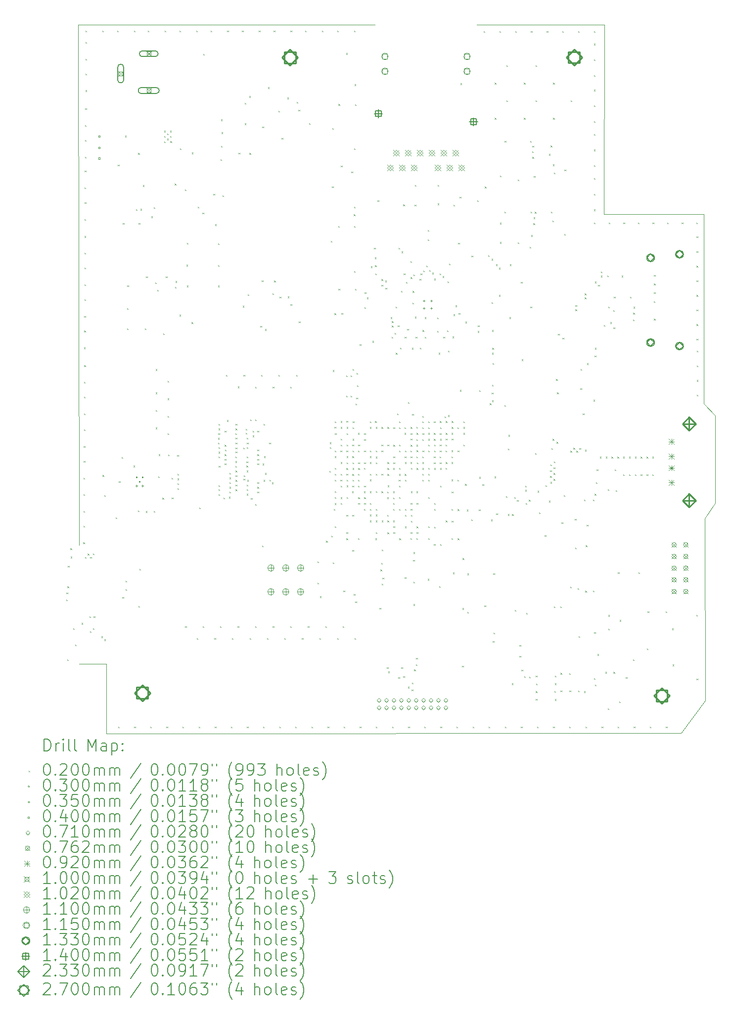
<source format=gbr>
%TF.GenerationSoftware,KiCad,Pcbnew,(7.0.0)*%
%TF.CreationDate,2024-09-25T23:02:12+02:00*%
%TF.ProjectId,FPGA_dev_board,46504741-5f64-4657-965f-626f6172642e,rev?*%
%TF.SameCoordinates,Original*%
%TF.FileFunction,Drillmap*%
%TF.FilePolarity,Positive*%
%FSLAX45Y45*%
G04 Gerber Fmt 4.5, Leading zero omitted, Abs format (unit mm)*
G04 Created by KiCad (PCBNEW (7.0.0)) date 2024-09-25 23:02:12*
%MOMM*%
%LPD*%
G01*
G04 APERTURE LIST*
%ADD10C,0.100000*%
%ADD11C,0.200000*%
%ADD12C,0.020000*%
%ADD13C,0.030000*%
%ADD14C,0.035000*%
%ADD15C,0.040000*%
%ADD16C,0.071000*%
%ADD17C,0.076200*%
%ADD18C,0.092000*%
%ADD19C,0.102000*%
%ADD20C,0.110000*%
%ADD21C,0.115000*%
%ADD22C,0.133000*%
%ADD23C,0.140000*%
%ADD24C,0.233000*%
%ADD25C,0.270000*%
G04 APERTURE END LIST*
D10*
X15270000Y-23528000D02*
X15263000Y-20410000D01*
X9620400Y-11962000D02*
X4586000Y-11959000D01*
X4554000Y-22899000D02*
X5022500Y-22899000D01*
X13544000Y-11966000D02*
X13541000Y-15205000D01*
X13544000Y-11966000D02*
X11362400Y-11962000D01*
X5022500Y-22899000D02*
X5022500Y-24091000D01*
X4554000Y-20869000D02*
X4540000Y-11959000D01*
X15447000Y-18652000D02*
X15247000Y-18452000D01*
X15270000Y-23528000D02*
X14858000Y-24085000D01*
X13541000Y-15205000D02*
X15235000Y-15204000D01*
X15263000Y-20410000D02*
X15447000Y-20152000D01*
X14858000Y-24085000D02*
X5022500Y-24091000D01*
X4540000Y-11959000D02*
X4586000Y-11959000D01*
X15247000Y-18452000D02*
X15245000Y-15217000D01*
X15245000Y-15204000D02*
X15245000Y-15217000D01*
X15235000Y-15204000D02*
X15245000Y-15204000D01*
X15447000Y-20152000D02*
X15447000Y-18652000D01*
D11*
D12*
X4334000Y-21799000D02*
X4354000Y-21819000D01*
X4354000Y-21799000D02*
X4334000Y-21819000D01*
X4337000Y-21681908D02*
X4357000Y-21701908D01*
X4357000Y-21681908D02*
X4337000Y-21701908D01*
X4352722Y-22821858D02*
X4372722Y-22841858D01*
X4372722Y-22821858D02*
X4352722Y-22841858D01*
X4354722Y-21575858D02*
X4374722Y-21595858D01*
X4374722Y-21575858D02*
X4354722Y-21595858D01*
X4361722Y-21222858D02*
X4381722Y-21242858D01*
X4381722Y-21222858D02*
X4361722Y-21242858D01*
X4403722Y-20921858D02*
X4423722Y-20941858D01*
X4423722Y-20921858D02*
X4403722Y-20941858D01*
X4410000Y-21066000D02*
X4430000Y-21086000D01*
X4430000Y-21066000D02*
X4410000Y-21086000D01*
X4452000Y-22290000D02*
X4472000Y-22310000D01*
X4472000Y-22290000D02*
X4452000Y-22310000D01*
X4483000Y-22569000D02*
X4503000Y-22589000D01*
X4503000Y-22569000D02*
X4483000Y-22589000D01*
X4593000Y-22201000D02*
X4613000Y-22221000D01*
X4613000Y-22201000D02*
X4593000Y-22221000D01*
X4626000Y-20822000D02*
X4646000Y-20842000D01*
X4646000Y-20822000D02*
X4626000Y-20842000D01*
X4628000Y-20282000D02*
X4648000Y-20302000D01*
X4648000Y-20282000D02*
X4628000Y-20302000D01*
X4629000Y-20535000D02*
X4649000Y-20555000D01*
X4649000Y-20535000D02*
X4629000Y-20555000D01*
X4631000Y-19716000D02*
X4651000Y-19736000D01*
X4651000Y-19716000D02*
X4631000Y-19736000D01*
X4631000Y-19995000D02*
X4651000Y-20015000D01*
X4651000Y-19995000D02*
X4631000Y-20015000D01*
X4633000Y-19176000D02*
X4653000Y-19196000D01*
X4653000Y-19176000D02*
X4633000Y-19196000D01*
X4634000Y-19429000D02*
X4654000Y-19449000D01*
X4654000Y-19429000D02*
X4634000Y-19449000D01*
X4636000Y-18889000D02*
X4656000Y-18909000D01*
X4656000Y-18889000D02*
X4636000Y-18909000D01*
X4637000Y-18616000D02*
X4657000Y-18636000D01*
X4657000Y-18616000D02*
X4637000Y-18636000D01*
X4639000Y-18076000D02*
X4659000Y-18096000D01*
X4659000Y-18076000D02*
X4639000Y-18096000D01*
X4640000Y-17486000D02*
X4660000Y-17506000D01*
X4660000Y-17486000D02*
X4640000Y-17506000D01*
X4640000Y-18329000D02*
X4660000Y-18349000D01*
X4660000Y-18329000D02*
X4640000Y-18349000D01*
X4642000Y-16946000D02*
X4662000Y-16966000D01*
X4662000Y-16946000D02*
X4642000Y-16966000D01*
X4642000Y-17789000D02*
X4662000Y-17809000D01*
X4662000Y-17789000D02*
X4642000Y-17809000D01*
X4643000Y-17199000D02*
X4663000Y-17219000D01*
X4663000Y-17199000D02*
X4643000Y-17219000D01*
X4644000Y-16406000D02*
X4664000Y-16426000D01*
X4664000Y-16406000D02*
X4644000Y-16426000D01*
X4645000Y-16659000D02*
X4665000Y-16679000D01*
X4665000Y-16659000D02*
X4645000Y-16679000D01*
X4646000Y-15866000D02*
X4666000Y-15886000D01*
X4666000Y-15866000D02*
X4646000Y-15886000D01*
X4647000Y-15287000D02*
X4667000Y-15307000D01*
X4667000Y-15287000D02*
X4647000Y-15307000D01*
X4647000Y-16119000D02*
X4667000Y-16139000D01*
X4667000Y-16119000D02*
X4647000Y-16139000D01*
X4649000Y-14747000D02*
X4669000Y-14767000D01*
X4669000Y-14747000D02*
X4649000Y-14767000D01*
X4649000Y-15579000D02*
X4669000Y-15599000D01*
X4669000Y-15579000D02*
X4649000Y-15599000D01*
X4650000Y-15000000D02*
X4670000Y-15020000D01*
X4670000Y-15000000D02*
X4650000Y-15020000D01*
X4652000Y-14460000D02*
X4672000Y-14480000D01*
X4672000Y-14460000D02*
X4652000Y-14480000D01*
X4654000Y-14220000D02*
X4674000Y-14240000D01*
X4674000Y-14220000D02*
X4654000Y-14240000D01*
X4656000Y-13680000D02*
X4676000Y-13700000D01*
X4676000Y-13680000D02*
X4656000Y-13700000D01*
X4657000Y-13933000D02*
X4677000Y-13953000D01*
X4677000Y-13933000D02*
X4657000Y-13953000D01*
X4657000Y-21070000D02*
X4677000Y-21090000D01*
X4677000Y-21070000D02*
X4657000Y-21090000D01*
X4659000Y-13393000D02*
X4679000Y-13413000D01*
X4679000Y-13393000D02*
X4659000Y-13413000D01*
X4661000Y-13084000D02*
X4681000Y-13104000D01*
X4681000Y-13084000D02*
X4661000Y-13104000D01*
X4663000Y-12544000D02*
X4683000Y-12564000D01*
X4683000Y-12544000D02*
X4663000Y-12564000D01*
X4664000Y-12797000D02*
X4684000Y-12817000D01*
X4684000Y-12797000D02*
X4664000Y-12817000D01*
X4666000Y-12064000D02*
X4686000Y-12084000D01*
X4686000Y-12064000D02*
X4666000Y-12084000D01*
X4666000Y-12257000D02*
X4686000Y-12277000D01*
X4686000Y-12257000D02*
X4666000Y-12277000D01*
X4700000Y-21015000D02*
X4720000Y-21035000D01*
X4720000Y-21015000D02*
X4700000Y-21035000D01*
X4733722Y-22085858D02*
X4753722Y-22105858D01*
X4753722Y-22085858D02*
X4733722Y-22105858D01*
X4739205Y-22343375D02*
X4759205Y-22363375D01*
X4759205Y-22343375D02*
X4739205Y-22363375D01*
X4744000Y-21070000D02*
X4764000Y-21090000D01*
X4764000Y-21070000D02*
X4744000Y-21090000D01*
X4788000Y-21014000D02*
X4808000Y-21034000D01*
X4808000Y-21014000D02*
X4788000Y-21034000D01*
X4792239Y-22290341D02*
X4812239Y-22310341D01*
X4812239Y-22290341D02*
X4792239Y-22310341D01*
X4803722Y-22085858D02*
X4823722Y-22105858D01*
X4823722Y-22085858D02*
X4803722Y-22105858D01*
X4934973Y-22430109D02*
X4954973Y-22450109D01*
X4954973Y-22430109D02*
X4934973Y-22450109D01*
X4953000Y-12064000D02*
X4973000Y-12084000D01*
X4973000Y-12064000D02*
X4953000Y-12084000D01*
X4954000Y-19669000D02*
X4974000Y-19689000D01*
X4974000Y-19669000D02*
X4954000Y-19689000D01*
X4984471Y-22479607D02*
X5004471Y-22499607D01*
X5004471Y-22479607D02*
X4984471Y-22499607D01*
X4985000Y-20012000D02*
X5005000Y-20032000D01*
X5005000Y-20012000D02*
X4985000Y-20032000D01*
X5182000Y-20395000D02*
X5202000Y-20415000D01*
X5202000Y-20395000D02*
X5182000Y-20415000D01*
X5206000Y-12064000D02*
X5226000Y-12084000D01*
X5226000Y-12064000D02*
X5206000Y-12084000D01*
X5218000Y-14355000D02*
X5238000Y-14375000D01*
X5238000Y-14355000D02*
X5218000Y-14375000D01*
X5221266Y-23976000D02*
X5241266Y-23996000D01*
X5241266Y-23976000D02*
X5221266Y-23996000D01*
X5236000Y-19776000D02*
X5256000Y-19796000D01*
X5256000Y-19776000D02*
X5236000Y-19796000D01*
X5280000Y-19363000D02*
X5300000Y-19383000D01*
X5300000Y-19363000D02*
X5280000Y-19383000D01*
X5294722Y-21756858D02*
X5314722Y-21776858D01*
X5314722Y-21756858D02*
X5294722Y-21776858D01*
X5303000Y-15358000D02*
X5323000Y-15378000D01*
X5323000Y-15358000D02*
X5303000Y-15378000D01*
X5341000Y-13862000D02*
X5361000Y-13882000D01*
X5361000Y-13862000D02*
X5341000Y-13882000D01*
X5349722Y-21478858D02*
X5369722Y-21498858D01*
X5369722Y-21478858D02*
X5349722Y-21498858D01*
X5349722Y-21620858D02*
X5369722Y-21640858D01*
X5369722Y-21620858D02*
X5349722Y-21640858D01*
X5376000Y-16813000D02*
X5396000Y-16833000D01*
X5396000Y-16813000D02*
X5376000Y-16833000D01*
X5377000Y-17160000D02*
X5397000Y-17180000D01*
X5397000Y-17160000D02*
X5377000Y-17180000D01*
X5379000Y-16425000D02*
X5399000Y-16445000D01*
X5399000Y-16425000D02*
X5379000Y-16445000D01*
X5483000Y-19508000D02*
X5503000Y-19528000D01*
X5503000Y-19508000D02*
X5483000Y-19528000D01*
X5493000Y-12064000D02*
X5513000Y-12084000D01*
X5513000Y-12064000D02*
X5493000Y-12084000D01*
X5497119Y-23976000D02*
X5517119Y-23996000D01*
X5517119Y-23976000D02*
X5497119Y-23996000D01*
X5528000Y-15119000D02*
X5548000Y-15139000D01*
X5548000Y-15119000D02*
X5528000Y-15139000D01*
X5559000Y-20276000D02*
X5579000Y-20296000D01*
X5579000Y-20276000D02*
X5559000Y-20296000D01*
X5565000Y-14159000D02*
X5585000Y-14179000D01*
X5585000Y-14159000D02*
X5565000Y-14179000D01*
X5567000Y-21909000D02*
X5587000Y-21929000D01*
X5587000Y-21909000D02*
X5567000Y-21929000D01*
X5575000Y-15358000D02*
X5595000Y-15378000D01*
X5595000Y-15358000D02*
X5575000Y-15378000D01*
X5586000Y-21275000D02*
X5606000Y-21295000D01*
X5606000Y-21275000D02*
X5586000Y-21295000D01*
X5604000Y-15114000D02*
X5624000Y-15134000D01*
X5624000Y-15114000D02*
X5604000Y-15134000D01*
X5646000Y-14708000D02*
X5666000Y-14728000D01*
X5666000Y-14708000D02*
X5646000Y-14728000D01*
X5677000Y-17157000D02*
X5697000Y-17177000D01*
X5697000Y-17157000D02*
X5677000Y-17177000D01*
X5697000Y-20287000D02*
X5717000Y-20307000D01*
X5717000Y-20287000D02*
X5697000Y-20307000D01*
X5700000Y-16272000D02*
X5720000Y-16292000D01*
X5720000Y-16272000D02*
X5700000Y-16292000D01*
X5732000Y-12064000D02*
X5752000Y-12084000D01*
X5752000Y-12064000D02*
X5732000Y-12084000D01*
X5772972Y-23976000D02*
X5792972Y-23996000D01*
X5792972Y-23976000D02*
X5772972Y-23996000D01*
X5790000Y-15242000D02*
X5810000Y-15262000D01*
X5810000Y-15242000D02*
X5790000Y-15262000D01*
X5832000Y-20283000D02*
X5852000Y-20303000D01*
X5852000Y-20283000D02*
X5832000Y-20303000D01*
X5834000Y-15087000D02*
X5854000Y-15107000D01*
X5854000Y-15087000D02*
X5834000Y-15107000D01*
X5859000Y-16370000D02*
X5879000Y-16390000D01*
X5879000Y-16370000D02*
X5859000Y-16390000D01*
X5868000Y-17857000D02*
X5888000Y-17877000D01*
X5888000Y-17857000D02*
X5868000Y-17877000D01*
X5868000Y-18257000D02*
X5888000Y-18277000D01*
X5888000Y-18257000D02*
X5868000Y-18277000D01*
X5868000Y-18557000D02*
X5888000Y-18577000D01*
X5888000Y-18557000D02*
X5868000Y-18577000D01*
X5868000Y-18857000D02*
X5888000Y-18877000D01*
X5888000Y-18857000D02*
X5868000Y-18877000D01*
X5889000Y-16501000D02*
X5909000Y-16521000D01*
X5909000Y-16501000D02*
X5889000Y-16521000D01*
X5906000Y-19689000D02*
X5926000Y-19709000D01*
X5926000Y-19689000D02*
X5906000Y-19709000D01*
X5917000Y-19314000D02*
X5937000Y-19334000D01*
X5937000Y-19314000D02*
X5917000Y-19334000D01*
X5979000Y-20058000D02*
X5999000Y-20078000D01*
X5999000Y-20058000D02*
X5979000Y-20078000D01*
X5992000Y-17245000D02*
X6012000Y-17265000D01*
X6012000Y-17245000D02*
X5992000Y-17265000D01*
X6009000Y-13778000D02*
X6029000Y-13798000D01*
X6029000Y-13778000D02*
X6009000Y-13798000D01*
X6009000Y-13868000D02*
X6029000Y-13888000D01*
X6029000Y-13868000D02*
X6009000Y-13888000D01*
X6012000Y-13958000D02*
X6032000Y-13978000D01*
X6032000Y-13958000D02*
X6012000Y-13978000D01*
X6019000Y-12064000D02*
X6039000Y-12084000D01*
X6039000Y-12064000D02*
X6019000Y-12084000D01*
X6039000Y-16269000D02*
X6059000Y-16289000D01*
X6059000Y-16269000D02*
X6039000Y-16289000D01*
X6048825Y-23976000D02*
X6068825Y-23996000D01*
X6068825Y-23976000D02*
X6048825Y-23996000D01*
X6058000Y-13821000D02*
X6078000Y-13841000D01*
X6078000Y-13821000D02*
X6058000Y-13841000D01*
X6061000Y-13911000D02*
X6081000Y-13931000D01*
X6081000Y-13911000D02*
X6061000Y-13931000D01*
X6068000Y-18057000D02*
X6088000Y-18077000D01*
X6088000Y-18057000D02*
X6068000Y-18077000D01*
X6068000Y-18357000D02*
X6088000Y-18377000D01*
X6088000Y-18357000D02*
X6068000Y-18377000D01*
X6068000Y-18657000D02*
X6088000Y-18677000D01*
X6088000Y-18657000D02*
X6068000Y-18677000D01*
X6068000Y-18957000D02*
X6088000Y-18977000D01*
X6088000Y-18957000D02*
X6068000Y-18977000D01*
X6076000Y-19319000D02*
X6096000Y-19339000D01*
X6096000Y-19319000D02*
X6076000Y-19339000D01*
X6111000Y-13778000D02*
X6131000Y-13798000D01*
X6131000Y-13778000D02*
X6111000Y-13798000D01*
X6112000Y-13865000D02*
X6132000Y-13885000D01*
X6132000Y-13865000D02*
X6112000Y-13885000D01*
X6115000Y-13955000D02*
X6135000Y-13975000D01*
X6135000Y-13955000D02*
X6115000Y-13975000D01*
X6137000Y-19714000D02*
X6157000Y-19734000D01*
X6157000Y-19714000D02*
X6137000Y-19734000D01*
X6140000Y-20054000D02*
X6160000Y-20074000D01*
X6160000Y-20054000D02*
X6140000Y-20074000D01*
X6191000Y-14683000D02*
X6211000Y-14703000D01*
X6211000Y-14683000D02*
X6191000Y-14703000D01*
X6194000Y-16449000D02*
X6214000Y-16469000D01*
X6214000Y-16449000D02*
X6194000Y-16469000D01*
X6203000Y-16352000D02*
X6223000Y-16372000D01*
X6223000Y-16352000D02*
X6203000Y-16372000D01*
X6235000Y-19327000D02*
X6255000Y-19347000D01*
X6255000Y-19327000D02*
X6235000Y-19347000D01*
X6239000Y-19650000D02*
X6259000Y-19670000D01*
X6259000Y-19650000D02*
X6239000Y-19670000D01*
X6239000Y-19729000D02*
X6259000Y-19749000D01*
X6259000Y-19729000D02*
X6239000Y-19749000D01*
X6239000Y-19809000D02*
X6259000Y-19829000D01*
X6259000Y-19809000D02*
X6239000Y-19829000D01*
X6239000Y-19896000D02*
X6259000Y-19916000D01*
X6259000Y-19896000D02*
X6239000Y-19916000D01*
X6270000Y-16927000D02*
X6290000Y-16947000D01*
X6290000Y-16927000D02*
X6270000Y-16947000D01*
X6272000Y-12064000D02*
X6292000Y-12084000D01*
X6292000Y-12064000D02*
X6272000Y-12084000D01*
X6282000Y-14077000D02*
X6302000Y-14097000D01*
X6302000Y-14077000D02*
X6282000Y-14097000D01*
X6324677Y-23976000D02*
X6344677Y-23996000D01*
X6344677Y-23976000D02*
X6324677Y-23996000D01*
X6366000Y-14779000D02*
X6386000Y-14799000D01*
X6386000Y-14779000D02*
X6366000Y-14799000D01*
X6368000Y-22257000D02*
X6388000Y-22277000D01*
X6388000Y-22257000D02*
X6368000Y-22277000D01*
X6389620Y-16071000D02*
X6409620Y-16091000D01*
X6409620Y-16071000D02*
X6389620Y-16091000D01*
X6397990Y-16425771D02*
X6417990Y-16445771D01*
X6417990Y-16425771D02*
X6397990Y-16445771D01*
X6399000Y-15697000D02*
X6419000Y-15717000D01*
X6419000Y-15697000D02*
X6399000Y-15717000D01*
X6478000Y-17055000D02*
X6498000Y-17075000D01*
X6498000Y-17055000D02*
X6478000Y-17075000D01*
X6482000Y-14151000D02*
X6502000Y-14171000D01*
X6502000Y-14151000D02*
X6482000Y-14171000D01*
X6559000Y-12064000D02*
X6579000Y-12084000D01*
X6579000Y-12064000D02*
X6559000Y-12084000D01*
X6568000Y-22457000D02*
X6588000Y-22477000D01*
X6588000Y-22457000D02*
X6568000Y-22477000D01*
X6583000Y-15079000D02*
X6603000Y-15099000D01*
X6603000Y-15079000D02*
X6583000Y-15099000D01*
X6600530Y-23976000D02*
X6620530Y-23996000D01*
X6620530Y-23976000D02*
X6600530Y-23996000D01*
X6608412Y-20222588D02*
X6628412Y-20242588D01*
X6628412Y-20222588D02*
X6608412Y-20242588D01*
X6667000Y-15180000D02*
X6687000Y-15200000D01*
X6687000Y-15180000D02*
X6667000Y-15200000D01*
X6668000Y-22257000D02*
X6688000Y-22277000D01*
X6688000Y-22257000D02*
X6668000Y-22277000D01*
X6681000Y-12459000D02*
X6701000Y-12479000D01*
X6701000Y-12459000D02*
X6681000Y-12479000D01*
X6803000Y-12064000D02*
X6823000Y-12084000D01*
X6823000Y-12064000D02*
X6803000Y-12084000D01*
X6852000Y-14856000D02*
X6872000Y-14876000D01*
X6872000Y-14856000D02*
X6852000Y-14876000D01*
X6868000Y-22457000D02*
X6888000Y-22477000D01*
X6888000Y-22457000D02*
X6868000Y-22477000D01*
X6876383Y-23976000D02*
X6896383Y-23996000D01*
X6896383Y-23976000D02*
X6876383Y-23996000D01*
X6882000Y-15378000D02*
X6902000Y-15398000D01*
X6902000Y-15378000D02*
X6882000Y-15398000D01*
X6931000Y-16076000D02*
X6951000Y-16096000D01*
X6951000Y-16076000D02*
X6931000Y-16096000D01*
X6934000Y-19035500D02*
X6954000Y-19055500D01*
X6954000Y-19035500D02*
X6934000Y-19055500D01*
X6934000Y-19113000D02*
X6954000Y-19133000D01*
X6954000Y-19113000D02*
X6934000Y-19133000D01*
X6935000Y-15703000D02*
X6955000Y-15723000D01*
X6955000Y-15703000D02*
X6935000Y-15723000D01*
X6935000Y-16426000D02*
X6955000Y-16446000D01*
X6955000Y-16426000D02*
X6935000Y-16446000D01*
X6936500Y-18953000D02*
X6956500Y-18973000D01*
X6956500Y-18953000D02*
X6936500Y-18973000D01*
X6939000Y-18793000D02*
X6959000Y-18813000D01*
X6959000Y-18793000D02*
X6939000Y-18813000D01*
X6939000Y-18873000D02*
X6959000Y-18893000D01*
X6959000Y-18873000D02*
X6939000Y-18893000D01*
X6939000Y-19193000D02*
X6959000Y-19213000D01*
X6959000Y-19193000D02*
X6939000Y-19213000D01*
X6939000Y-19273000D02*
X6959000Y-19293000D01*
X6959000Y-19273000D02*
X6939000Y-19293000D01*
X6939000Y-19350500D02*
X6959000Y-19370500D01*
X6959000Y-19350500D02*
X6939000Y-19370500D01*
X6939000Y-19913000D02*
X6959000Y-19933000D01*
X6959000Y-19913000D02*
X6939000Y-19933000D01*
X6939000Y-19995500D02*
X6959000Y-20015500D01*
X6959000Y-19995500D02*
X6939000Y-20015500D01*
X6940232Y-19841232D02*
X6960232Y-19861232D01*
X6960232Y-19841232D02*
X6940232Y-19861232D01*
X6944000Y-19513000D02*
X6964000Y-19533000D01*
X6964000Y-19513000D02*
X6944000Y-19533000D01*
X6968000Y-22257000D02*
X6988000Y-22277000D01*
X6988000Y-22257000D02*
X6968000Y-22277000D01*
X6976000Y-14263000D02*
X6996000Y-14283000D01*
X6996000Y-14263000D02*
X6976000Y-14283000D01*
X6985000Y-13581000D02*
X7005000Y-13601000D01*
X7005000Y-13581000D02*
X6985000Y-13601000D01*
X6985000Y-14035000D02*
X7005000Y-14055000D01*
X7005000Y-14035000D02*
X6985000Y-14055000D01*
X6989000Y-13802000D02*
X7009000Y-13822000D01*
X7009000Y-13802000D02*
X6989000Y-13822000D01*
X7006000Y-14883000D02*
X7026000Y-14903000D01*
X7026000Y-14883000D02*
X7006000Y-14903000D01*
X7026000Y-20055000D02*
X7046000Y-20075000D01*
X7046000Y-20055000D02*
X7026000Y-20075000D01*
X7046500Y-19153000D02*
X7066500Y-19173000D01*
X7066500Y-19153000D02*
X7046500Y-19173000D01*
X7046500Y-19313000D02*
X7066500Y-19333000D01*
X7066500Y-19313000D02*
X7046500Y-19333000D01*
X7046500Y-19393000D02*
X7066500Y-19413000D01*
X7066500Y-19393000D02*
X7046500Y-19413000D01*
X7046500Y-19473000D02*
X7066500Y-19493000D01*
X7066500Y-19473000D02*
X7046500Y-19493000D01*
X7047000Y-18913000D02*
X7067000Y-18933000D01*
X7067000Y-18913000D02*
X7047000Y-18933000D01*
X7049000Y-19235500D02*
X7069000Y-19255500D01*
X7069000Y-19235500D02*
X7049000Y-19255500D01*
X7069471Y-17954276D02*
X7089471Y-17974276D01*
X7089471Y-17954276D02*
X7069471Y-17974276D01*
X7086500Y-18730500D02*
X7106500Y-18750500D01*
X7106500Y-18730500D02*
X7086500Y-18750500D01*
X7090000Y-12064000D02*
X7110000Y-12084000D01*
X7110000Y-12064000D02*
X7090000Y-12084000D01*
X7119000Y-20042000D02*
X7139000Y-20062000D01*
X7139000Y-20042000D02*
X7119000Y-20062000D01*
X7126500Y-19633000D02*
X7146500Y-19653000D01*
X7146500Y-19633000D02*
X7126500Y-19653000D01*
X7126500Y-19713000D02*
X7146500Y-19733000D01*
X7146500Y-19713000D02*
X7126500Y-19733000D01*
X7126500Y-19793000D02*
X7146500Y-19813000D01*
X7146500Y-19793000D02*
X7126500Y-19813000D01*
X7126500Y-19873000D02*
X7146500Y-19893000D01*
X7146500Y-19873000D02*
X7126500Y-19893000D01*
X7126500Y-19953000D02*
X7146500Y-19973000D01*
X7146500Y-19953000D02*
X7126500Y-19973000D01*
X7152236Y-23976000D02*
X7172236Y-23996000D01*
X7172236Y-23976000D02*
X7152236Y-23996000D01*
X7168000Y-22457000D02*
X7188000Y-22477000D01*
X7188000Y-22457000D02*
X7168000Y-22477000D01*
X7229000Y-18953000D02*
X7249000Y-18973000D01*
X7249000Y-18953000D02*
X7229000Y-18973000D01*
X7229000Y-19353050D02*
X7249000Y-19373050D01*
X7249000Y-19353050D02*
X7229000Y-19373050D01*
X7229000Y-19433000D02*
X7249000Y-19453000D01*
X7249000Y-19433000D02*
X7229000Y-19453000D01*
X7229000Y-19513000D02*
X7249000Y-19533000D01*
X7249000Y-19513000D02*
X7229000Y-19533000D01*
X7231500Y-18793000D02*
X7251500Y-18813000D01*
X7251500Y-18793000D02*
X7231500Y-18813000D01*
X7231500Y-18873000D02*
X7251500Y-18893000D01*
X7251500Y-18873000D02*
X7231500Y-18893000D01*
X7231500Y-19113000D02*
X7251500Y-19133000D01*
X7251500Y-19113000D02*
X7231500Y-19133000D01*
X7231500Y-19593000D02*
X7251500Y-19613000D01*
X7251500Y-19593000D02*
X7231500Y-19613000D01*
X7231500Y-19915500D02*
X7251500Y-19935500D01*
X7251500Y-19915500D02*
X7231500Y-19935500D01*
X7232186Y-19198000D02*
X7252186Y-19218000D01*
X7252186Y-19198000D02*
X7232186Y-19218000D01*
X7232186Y-19268000D02*
X7252186Y-19288000D01*
X7252186Y-19268000D02*
X7232186Y-19288000D01*
X7234000Y-19033000D02*
X7254000Y-19053000D01*
X7254000Y-19033000D02*
X7234000Y-19053000D01*
X7234000Y-19673000D02*
X7254000Y-19693000D01*
X7254000Y-19673000D02*
X7234000Y-19693000D01*
X7234000Y-19753000D02*
X7254000Y-19773000D01*
X7254000Y-19753000D02*
X7234000Y-19773000D01*
X7234000Y-19833000D02*
X7254000Y-19853000D01*
X7254000Y-19833000D02*
X7234000Y-19853000D01*
X7268000Y-22257000D02*
X7288000Y-22277000D01*
X7288000Y-22257000D02*
X7268000Y-22277000D01*
X7269471Y-18154276D02*
X7289471Y-18174276D01*
X7289471Y-18154276D02*
X7269471Y-18174276D01*
X7285000Y-14154000D02*
X7305000Y-14174000D01*
X7305000Y-14154000D02*
X7285000Y-14174000D01*
X7343000Y-12064000D02*
X7363000Y-12084000D01*
X7363000Y-12064000D02*
X7343000Y-12084000D01*
X7354000Y-16775000D02*
X7374000Y-16795000D01*
X7374000Y-16775000D02*
X7354000Y-16795000D01*
X7365450Y-19197609D02*
X7385450Y-19217609D01*
X7385450Y-19197609D02*
X7365450Y-19217609D01*
X7368000Y-17957000D02*
X7388000Y-17977000D01*
X7388000Y-17957000D02*
X7368000Y-17977000D01*
X7369000Y-19733000D02*
X7389000Y-19753000D01*
X7389000Y-19733000D02*
X7369000Y-19753000D01*
X7372950Y-19672950D02*
X7392950Y-19692950D01*
X7392950Y-19672950D02*
X7372950Y-19692950D01*
X7388000Y-13301000D02*
X7408000Y-13321000D01*
X7408000Y-13301000D02*
X7388000Y-13321000D01*
X7390000Y-13649000D02*
X7410000Y-13669000D01*
X7410000Y-13649000D02*
X7390000Y-13669000D01*
X7405287Y-18878000D02*
X7425287Y-18898000D01*
X7425287Y-18878000D02*
X7405287Y-18898000D01*
X7405287Y-18948000D02*
X7425287Y-18968000D01*
X7425287Y-18948000D02*
X7405287Y-18968000D01*
X7419343Y-19438000D02*
X7439343Y-19458000D01*
X7439343Y-19438000D02*
X7419343Y-19458000D01*
X7419343Y-19508000D02*
X7439343Y-19528000D01*
X7439343Y-19508000D02*
X7419343Y-19528000D01*
X7421500Y-19033000D02*
X7441500Y-19053000D01*
X7441500Y-19033000D02*
X7421500Y-19053000D01*
X7421500Y-19353000D02*
X7441500Y-19373000D01*
X7441500Y-19353000D02*
X7421500Y-19373000D01*
X7421500Y-19593000D02*
X7441500Y-19613000D01*
X7441500Y-19593000D02*
X7421500Y-19613000D01*
X7421500Y-19835500D02*
X7441500Y-19855500D01*
X7441500Y-19835500D02*
X7421500Y-19855500D01*
X7421500Y-19913000D02*
X7441500Y-19933000D01*
X7441500Y-19913000D02*
X7421500Y-19933000D01*
X7421500Y-19990500D02*
X7441500Y-20010500D01*
X7441500Y-19990500D02*
X7421500Y-20010500D01*
X7426000Y-19193000D02*
X7446000Y-19213000D01*
X7446000Y-19193000D02*
X7426000Y-19213000D01*
X7428089Y-23976000D02*
X7448089Y-23996000D01*
X7448089Y-23976000D02*
X7428089Y-23996000D01*
X7428181Y-19113000D02*
X7448181Y-19133000D01*
X7448181Y-19113000D02*
X7428181Y-19133000D01*
X7434000Y-19753050D02*
X7454000Y-19773050D01*
X7454000Y-19753050D02*
X7434000Y-19773050D01*
X7439000Y-16573000D02*
X7459000Y-16593000D01*
X7459000Y-16573000D02*
X7439000Y-16593000D01*
X7466000Y-13183000D02*
X7486000Y-13203000D01*
X7486000Y-13183000D02*
X7466000Y-13203000D01*
X7471000Y-14158000D02*
X7491000Y-14178000D01*
X7491000Y-14158000D02*
X7471000Y-14178000D01*
X7472164Y-22456984D02*
X7492164Y-22476984D01*
X7492164Y-22456984D02*
X7472164Y-22476984D01*
X7484000Y-18718000D02*
X7504000Y-18738000D01*
X7504000Y-18718000D02*
X7484000Y-18738000D01*
X7494000Y-20066000D02*
X7514000Y-20086000D01*
X7514000Y-20066000D02*
X7494000Y-20086000D01*
X7526500Y-18993000D02*
X7546500Y-19013000D01*
X7546500Y-18993000D02*
X7526500Y-19013000D01*
X7527000Y-18913000D02*
X7547000Y-18933000D01*
X7547000Y-18913000D02*
X7527000Y-18933000D01*
X7565050Y-20162552D02*
X7585050Y-20182552D01*
X7585050Y-20162552D02*
X7565050Y-20182552D01*
X7566500Y-18718000D02*
X7586500Y-18738000D01*
X7586500Y-18718000D02*
X7566500Y-18738000D01*
X7568000Y-18157000D02*
X7588000Y-18177000D01*
X7588000Y-18157000D02*
X7568000Y-18177000D01*
X7568000Y-22257000D02*
X7588000Y-22277000D01*
X7588000Y-22257000D02*
X7568000Y-22277000D01*
X7604000Y-19790500D02*
X7624000Y-19810500D01*
X7624000Y-19790500D02*
X7604000Y-19810500D01*
X7606000Y-19232000D02*
X7626000Y-19252000D01*
X7626000Y-19232000D02*
X7606000Y-19252000D01*
X7606500Y-19313000D02*
X7626500Y-19333000D01*
X7626500Y-19313000D02*
X7606500Y-19333000D01*
X7606500Y-19393000D02*
X7626500Y-19413000D01*
X7626500Y-19393000D02*
X7606500Y-19413000D01*
X7606500Y-19473000D02*
X7626500Y-19493000D01*
X7626500Y-19473000D02*
X7606500Y-19493000D01*
X7606500Y-19873000D02*
X7626500Y-19893000D01*
X7626500Y-19873000D02*
X7606500Y-19893000D01*
X7606500Y-19953000D02*
X7626500Y-19973000D01*
X7626500Y-19953000D02*
X7606500Y-19973000D01*
X7607000Y-18913000D02*
X7627000Y-18933000D01*
X7627000Y-18913000D02*
X7607000Y-18933000D01*
X7630000Y-12064000D02*
X7650000Y-12084000D01*
X7650000Y-12064000D02*
X7630000Y-12084000D01*
X7655000Y-17115000D02*
X7675000Y-17135000D01*
X7675000Y-17115000D02*
X7655000Y-17135000D01*
X7668000Y-17957000D02*
X7688000Y-17977000D01*
X7688000Y-17957000D02*
X7668000Y-17977000D01*
X7682000Y-16338000D02*
X7702000Y-16358000D01*
X7702000Y-16338000D02*
X7682000Y-16358000D01*
X7688000Y-20876000D02*
X7708000Y-20896000D01*
X7708000Y-20876000D02*
X7688000Y-20896000D01*
X7689000Y-13706000D02*
X7709000Y-13726000D01*
X7709000Y-13706000D02*
X7689000Y-13726000D01*
X7692000Y-19475000D02*
X7712000Y-19495000D01*
X7712000Y-19475000D02*
X7692000Y-19495000D01*
X7703942Y-23976000D02*
X7723942Y-23996000D01*
X7723942Y-23976000D02*
X7703942Y-23996000D01*
X7711500Y-19753000D02*
X7731500Y-19773000D01*
X7731500Y-19753000D02*
X7711500Y-19773000D01*
X7714000Y-18793000D02*
X7734000Y-18813000D01*
X7734000Y-18793000D02*
X7714000Y-18813000D01*
X7721000Y-19348000D02*
X7741000Y-19368000D01*
X7741000Y-19348000D02*
X7721000Y-19368000D01*
X7737000Y-17171000D02*
X7757000Y-17191000D01*
X7757000Y-17171000D02*
X7737000Y-17191000D01*
X7738000Y-19635000D02*
X7758000Y-19655000D01*
X7758000Y-19635000D02*
X7738000Y-19655000D01*
X7768000Y-22457000D02*
X7788000Y-22477000D01*
X7788000Y-22457000D02*
X7768000Y-22477000D01*
X7788000Y-13031000D02*
X7808000Y-13051000D01*
X7808000Y-13031000D02*
X7788000Y-13051000D01*
X7809448Y-19112950D02*
X7829448Y-19132950D01*
X7829448Y-19112950D02*
X7809448Y-19132950D01*
X7812000Y-19751000D02*
X7832000Y-19771000D01*
X7832000Y-19751000D02*
X7812000Y-19771000D01*
X7855000Y-19797050D02*
X7875000Y-19817050D01*
X7875000Y-19797050D02*
X7855000Y-19817050D01*
X7866000Y-16558000D02*
X7886000Y-16578000D01*
X7886000Y-16558000D02*
X7866000Y-16578000D01*
X7868000Y-18157000D02*
X7888000Y-18177000D01*
X7888000Y-18157000D02*
X7868000Y-18177000D01*
X7868000Y-22257000D02*
X7888000Y-22277000D01*
X7888000Y-22257000D02*
X7868000Y-22277000D01*
X7885000Y-12064000D02*
X7905000Y-12084000D01*
X7905000Y-12064000D02*
X7885000Y-12084000D01*
X7893000Y-16341000D02*
X7913000Y-16361000D01*
X7913000Y-16341000D02*
X7893000Y-16361000D01*
X7965000Y-13432000D02*
X7985000Y-13452000D01*
X7985000Y-13432000D02*
X7965000Y-13452000D01*
X7968000Y-17957000D02*
X7988000Y-17977000D01*
X7988000Y-17957000D02*
X7968000Y-17977000D01*
X7979795Y-23976000D02*
X7999795Y-23996000D01*
X7999795Y-23976000D02*
X7979795Y-23996000D01*
X7985000Y-16617000D02*
X8005000Y-16637000D01*
X8005000Y-16617000D02*
X7985000Y-16637000D01*
X8021000Y-13900000D02*
X8041000Y-13920000D01*
X8041000Y-13900000D02*
X8021000Y-13920000D01*
X8068000Y-22457000D02*
X8088000Y-22477000D01*
X8088000Y-22457000D02*
X8068000Y-22477000D01*
X8119000Y-13211000D02*
X8139000Y-13231000D01*
X8139000Y-13211000D02*
X8119000Y-13231000D01*
X8128000Y-16612000D02*
X8148000Y-16632000D01*
X8148000Y-16612000D02*
X8128000Y-16632000D01*
X8168000Y-18157000D02*
X8188000Y-18177000D01*
X8188000Y-18157000D02*
X8168000Y-18177000D01*
X8168000Y-22257000D02*
X8188000Y-22277000D01*
X8188000Y-22257000D02*
X8168000Y-22277000D01*
X8172000Y-12064000D02*
X8192000Y-12084000D01*
X8192000Y-12064000D02*
X8172000Y-12084000D01*
X8172000Y-16745000D02*
X8192000Y-16765000D01*
X8192000Y-16745000D02*
X8172000Y-16765000D01*
X8255648Y-23976000D02*
X8275648Y-23996000D01*
X8275648Y-23976000D02*
X8255648Y-23996000D01*
X8268000Y-17957000D02*
X8288000Y-17977000D01*
X8288000Y-17957000D02*
X8268000Y-17977000D01*
X8281000Y-13282000D02*
X8301000Y-13302000D01*
X8301000Y-13282000D02*
X8281000Y-13302000D01*
X8308000Y-13419000D02*
X8328000Y-13439000D01*
X8328000Y-13419000D02*
X8308000Y-13439000D01*
X8316000Y-17039000D02*
X8336000Y-17059000D01*
X8336000Y-17039000D02*
X8316000Y-17059000D01*
X8368000Y-22457000D02*
X8388000Y-22477000D01*
X8388000Y-22457000D02*
X8368000Y-22477000D01*
X8425000Y-12064000D02*
X8445000Y-12084000D01*
X8445000Y-12064000D02*
X8425000Y-12084000D01*
X8468000Y-22257000D02*
X8488000Y-22277000D01*
X8488000Y-22257000D02*
X8468000Y-22277000D01*
X8489000Y-13644000D02*
X8509000Y-13664000D01*
X8509000Y-13644000D02*
X8489000Y-13664000D01*
X8531501Y-23976000D02*
X8551501Y-23996000D01*
X8551501Y-23976000D02*
X8531501Y-23996000D01*
X8634000Y-21145000D02*
X8654000Y-21165000D01*
X8654000Y-21145000D02*
X8634000Y-21165000D01*
X8634000Y-21513000D02*
X8654000Y-21533000D01*
X8654000Y-21513000D02*
X8634000Y-21533000D01*
X8668000Y-22457000D02*
X8688000Y-22477000D01*
X8688000Y-22457000D02*
X8668000Y-22477000D01*
X8679000Y-21744000D02*
X8699000Y-21764000D01*
X8699000Y-21744000D02*
X8679000Y-21764000D01*
X8712000Y-12064000D02*
X8732000Y-12084000D01*
X8732000Y-12064000D02*
X8712000Y-12084000D01*
X8768000Y-22257000D02*
X8788000Y-22277000D01*
X8788000Y-22257000D02*
X8768000Y-22277000D01*
X8783000Y-20795000D02*
X8803000Y-20815000D01*
X8803000Y-20795000D02*
X8783000Y-20815000D01*
X8807354Y-23976000D02*
X8827354Y-23996000D01*
X8827354Y-23976000D02*
X8807354Y-23996000D01*
X8839050Y-19598552D02*
X8859050Y-19618552D01*
X8859050Y-19598552D02*
X8839050Y-19618552D01*
X8845700Y-19110000D02*
X8865700Y-19130000D01*
X8865700Y-19110000D02*
X8845700Y-19130000D01*
X8845700Y-19190000D02*
X8865700Y-19210000D01*
X8865700Y-19190000D02*
X8845700Y-19210000D01*
X8863000Y-15661000D02*
X8883000Y-15681000D01*
X8883000Y-15661000D02*
X8863000Y-15681000D01*
X8872000Y-20706000D02*
X8892000Y-20726000D01*
X8892000Y-20706000D02*
X8872000Y-20726000D01*
X8885000Y-14732000D02*
X8905000Y-14752000D01*
X8905000Y-14732000D02*
X8885000Y-14752000D01*
X8890000Y-13728000D02*
X8910000Y-13748000D01*
X8910000Y-13728000D02*
X8890000Y-13748000D01*
X8897000Y-17876000D02*
X8917000Y-17896000D01*
X8917000Y-17876000D02*
X8897000Y-17896000D01*
X8897000Y-21163000D02*
X8917000Y-21183000D01*
X8917000Y-21163000D02*
X8897000Y-21183000D01*
X8915000Y-20249000D02*
X8935000Y-20269000D01*
X8935000Y-20249000D02*
X8915000Y-20269000D01*
X8926500Y-18845500D02*
X8946500Y-18865500D01*
X8946500Y-18845500D02*
X8926500Y-18865500D01*
X8927000Y-16900610D02*
X8947000Y-16920610D01*
X8947000Y-16900610D02*
X8927000Y-16920610D01*
X8929000Y-20048000D02*
X8949000Y-20068000D01*
X8949000Y-20048000D02*
X8929000Y-20068000D01*
X8929450Y-18748750D02*
X8949450Y-18768750D01*
X8949450Y-18748750D02*
X8929450Y-18768750D01*
X8929450Y-19348750D02*
X8949450Y-19368750D01*
X8949450Y-19348750D02*
X8929450Y-19368750D01*
X8929450Y-19648750D02*
X8949450Y-19668750D01*
X8949450Y-19648750D02*
X8929450Y-19668750D01*
X8929450Y-19748750D02*
X8949450Y-19768750D01*
X8949450Y-19748750D02*
X8929450Y-19768750D01*
X8929450Y-20151250D02*
X8949450Y-20171250D01*
X8949450Y-20151250D02*
X8929450Y-20171250D01*
X8930700Y-19947500D02*
X8950700Y-19967500D01*
X8950700Y-19947500D02*
X8930700Y-19967500D01*
X8930700Y-20547500D02*
X8950700Y-20567500D01*
X8950700Y-20547500D02*
X8930700Y-20567500D01*
X8931950Y-19248750D02*
X8951950Y-19268750D01*
X8951950Y-19248750D02*
X8931950Y-19268750D01*
X8931950Y-19548750D02*
X8951950Y-19568750D01*
X8951950Y-19548750D02*
X8931950Y-19568750D01*
X8934000Y-18953000D02*
X8954000Y-18973000D01*
X8954000Y-18953000D02*
X8934000Y-18973000D01*
X8972164Y-22456984D02*
X8992164Y-22476984D01*
X8992164Y-22456984D02*
X8972164Y-22476984D01*
X8973000Y-12064000D02*
X8993000Y-12084000D01*
X8993000Y-12064000D02*
X8973000Y-12084000D01*
X8990000Y-15407000D02*
X9010000Y-15427000D01*
X9010000Y-15407000D02*
X8990000Y-15427000D01*
X8993000Y-13321000D02*
X9013000Y-13341000D01*
X9013000Y-13321000D02*
X8993000Y-13341000D01*
X8994000Y-16481500D02*
X9014000Y-16501500D01*
X9014000Y-16481500D02*
X8994000Y-16501500D01*
X9029000Y-19249000D02*
X9049000Y-19269000D01*
X9049000Y-19249000D02*
X9029000Y-19269000D01*
X9029000Y-19750500D02*
X9049000Y-19770500D01*
X9049000Y-19750500D02*
X9029000Y-19770500D01*
X9029450Y-19046250D02*
X9049450Y-19066250D01*
X9049450Y-19046250D02*
X9029450Y-19066250D01*
X9029450Y-19448750D02*
X9049450Y-19468750D01*
X9049450Y-19448750D02*
X9029450Y-19468750D01*
X9030700Y-18747500D02*
X9050700Y-18767500D01*
X9050700Y-18747500D02*
X9030700Y-18767500D01*
X9030700Y-18847500D02*
X9050700Y-18867500D01*
X9050700Y-18847500D02*
X9030700Y-18867500D01*
X9030700Y-19850000D02*
X9050700Y-19870000D01*
X9050700Y-19850000D02*
X9030700Y-19870000D01*
X9030700Y-20150000D02*
X9050700Y-20170000D01*
X9050700Y-20150000D02*
X9030700Y-20170000D01*
X9031500Y-20050500D02*
X9051500Y-20070500D01*
X9051500Y-20050500D02*
X9031500Y-20070500D01*
X9031950Y-19651250D02*
X9051950Y-19671250D01*
X9051950Y-19651250D02*
X9031950Y-19671250D01*
X9032600Y-19149100D02*
X9052600Y-19169100D01*
X9052600Y-19149100D02*
X9032600Y-19169100D01*
X9035000Y-14376000D02*
X9055000Y-14396000D01*
X9055000Y-14376000D02*
X9035000Y-14396000D01*
X9044000Y-16899610D02*
X9064000Y-16919610D01*
X9064000Y-16899610D02*
X9044000Y-16919610D01*
X9068000Y-22257000D02*
X9088000Y-22277000D01*
X9088000Y-22257000D02*
X9068000Y-22277000D01*
X9078000Y-21648000D02*
X9098000Y-21668000D01*
X9098000Y-21648000D02*
X9078000Y-21668000D01*
X9083207Y-23976000D02*
X9103207Y-23996000D01*
X9103207Y-23976000D02*
X9083207Y-23996000D01*
X9123000Y-17964000D02*
X9143000Y-17984000D01*
X9143000Y-17964000D02*
X9123000Y-17984000D01*
X9124000Y-18309000D02*
X9144000Y-18329000D01*
X9144000Y-18309000D02*
X9124000Y-18329000D01*
X9125000Y-12449000D02*
X9145000Y-12469000D01*
X9145000Y-12449000D02*
X9125000Y-12469000D01*
X9128200Y-20752500D02*
X9148200Y-20772500D01*
X9148200Y-20752500D02*
X9128200Y-20772500D01*
X9130700Y-18745000D02*
X9150700Y-18765000D01*
X9150700Y-18745000D02*
X9130700Y-18765000D01*
X9130700Y-19250000D02*
X9150700Y-19270000D01*
X9150700Y-19250000D02*
X9130700Y-19270000D01*
X9130700Y-19550000D02*
X9150700Y-19570000D01*
X9150700Y-19550000D02*
X9130700Y-19570000D01*
X9130700Y-19647500D02*
X9150700Y-19667500D01*
X9150700Y-19647500D02*
X9130700Y-19667500D01*
X9130700Y-20350000D02*
X9150700Y-20370000D01*
X9150700Y-20350000D02*
X9130700Y-20370000D01*
X9130700Y-20650000D02*
X9150700Y-20670000D01*
X9150700Y-20650000D02*
X9130700Y-20670000D01*
X9131500Y-20045500D02*
X9151500Y-20065500D01*
X9151500Y-20045500D02*
X9131500Y-20065500D01*
X9131950Y-19348750D02*
X9151950Y-19368750D01*
X9151950Y-19348750D02*
X9131950Y-19368750D01*
X9131950Y-19451250D02*
X9151950Y-19471250D01*
X9151950Y-19451250D02*
X9131950Y-19471250D01*
X9132000Y-19849000D02*
X9152000Y-19869000D01*
X9152000Y-19849000D02*
X9132000Y-19869000D01*
X9133200Y-18849000D02*
X9153200Y-18869000D01*
X9153200Y-18849000D02*
X9133200Y-18869000D01*
X9133200Y-18953000D02*
X9153200Y-18973000D01*
X9153200Y-18953000D02*
X9133200Y-18973000D01*
X9133200Y-19150000D02*
X9153200Y-19170000D01*
X9153200Y-19150000D02*
X9133200Y-19170000D01*
X9133200Y-19752500D02*
X9153200Y-19772500D01*
X9153200Y-19752500D02*
X9133200Y-19772500D01*
X9202000Y-17962000D02*
X9222000Y-17982000D01*
X9222000Y-17962000D02*
X9202000Y-17982000D01*
X9203000Y-18310000D02*
X9223000Y-18330000D01*
X9223000Y-18310000D02*
X9203000Y-18330000D01*
X9213000Y-14474000D02*
X9233000Y-14494000D01*
X9233000Y-14474000D02*
X9213000Y-14494000D01*
X9229500Y-19948000D02*
X9249500Y-19968000D01*
X9249500Y-19948000D02*
X9229500Y-19968000D01*
X9230000Y-19149000D02*
X9250000Y-19169000D01*
X9250000Y-19149000D02*
X9230000Y-19169000D01*
X9230700Y-19652500D02*
X9250700Y-19672500D01*
X9250700Y-19652500D02*
X9230700Y-19672500D01*
X9230700Y-19850000D02*
X9250700Y-19870000D01*
X9250700Y-19850000D02*
X9230700Y-19870000D01*
X9230700Y-20350000D02*
X9250700Y-20370000D01*
X9250700Y-20350000D02*
X9230700Y-20370000D01*
X9231950Y-19348750D02*
X9251950Y-19368750D01*
X9251950Y-19348750D02*
X9231950Y-19368750D01*
X9232000Y-20951000D02*
X9252000Y-20971000D01*
X9252000Y-20951000D02*
X9232000Y-20971000D01*
X9233200Y-18852500D02*
X9253200Y-18872500D01*
X9253200Y-18852500D02*
X9233200Y-18872500D01*
X9233200Y-19052500D02*
X9253200Y-19072500D01*
X9253200Y-19052500D02*
X9233200Y-19072500D01*
X9233200Y-19252500D02*
X9253200Y-19272500D01*
X9253200Y-19252500D02*
X9233200Y-19272500D01*
X9233200Y-19550000D02*
X9253200Y-19570000D01*
X9253200Y-19550000D02*
X9233200Y-19570000D01*
X9233200Y-19750000D02*
X9253200Y-19770000D01*
X9253200Y-19750000D02*
X9233200Y-19770000D01*
X9234450Y-19453750D02*
X9254450Y-19473750D01*
X9254450Y-19453750D02*
X9234450Y-19473750D01*
X9237000Y-17851000D02*
X9257000Y-17871000D01*
X9257000Y-17851000D02*
X9237000Y-17871000D01*
X9240200Y-18751000D02*
X9260200Y-18771000D01*
X9260200Y-18751000D02*
X9240200Y-18771000D01*
X9255000Y-15208000D02*
X9275000Y-15228000D01*
X9275000Y-15208000D02*
X9255000Y-15228000D01*
X9257000Y-21708000D02*
X9277000Y-21728000D01*
X9277000Y-21708000D02*
X9257000Y-21728000D01*
X9259000Y-15406000D02*
X9279000Y-15426000D01*
X9279000Y-15406000D02*
X9259000Y-15426000D01*
X9260000Y-12064000D02*
X9280000Y-12084000D01*
X9280000Y-12064000D02*
X9260000Y-12084000D01*
X9260000Y-15079000D02*
X9280000Y-15099000D01*
X9280000Y-15079000D02*
X9260000Y-15099000D01*
X9262000Y-14076000D02*
X9282000Y-14096000D01*
X9282000Y-14076000D02*
X9262000Y-14096000D01*
X9262000Y-16178000D02*
X9282000Y-16198000D01*
X9282000Y-16178000D02*
X9262000Y-16198000D01*
X9267000Y-12980000D02*
X9287000Y-13000000D01*
X9287000Y-12980000D02*
X9267000Y-13000000D01*
X9268000Y-22457000D02*
X9288000Y-22477000D01*
X9288000Y-22457000D02*
X9268000Y-22477000D01*
X9277500Y-13321500D02*
X9297500Y-13341500D01*
X9297500Y-13321500D02*
X9277500Y-13341500D01*
X9280000Y-16483000D02*
X9300000Y-16503000D01*
X9300000Y-16483000D02*
X9280000Y-16503000D01*
X9282000Y-21834000D02*
X9302000Y-21854000D01*
X9302000Y-21834000D02*
X9282000Y-21854000D01*
X9285000Y-18446000D02*
X9305000Y-18466000D01*
X9305000Y-18446000D02*
X9285000Y-18466000D01*
X9298000Y-18343000D02*
X9318000Y-18363000D01*
X9318000Y-18343000D02*
X9298000Y-18363000D01*
X9301000Y-17920000D02*
X9321000Y-17940000D01*
X9321000Y-17920000D02*
X9301000Y-17940000D01*
X9309000Y-18131000D02*
X9329000Y-18151000D01*
X9329000Y-18131000D02*
X9309000Y-18151000D01*
X9328250Y-19250500D02*
X9348250Y-19270500D01*
X9348250Y-19250500D02*
X9328250Y-19270500D01*
X9329450Y-19748750D02*
X9349450Y-19768750D01*
X9349450Y-19748750D02*
X9329450Y-19768750D01*
X9330000Y-18951000D02*
X9350000Y-18971000D01*
X9350000Y-18951000D02*
X9330000Y-18971000D01*
X9330700Y-19650000D02*
X9350700Y-19670000D01*
X9350700Y-19650000D02*
X9330700Y-19670000D01*
X9330700Y-19850000D02*
X9350700Y-19870000D01*
X9350700Y-19850000D02*
X9330700Y-19870000D01*
X9330700Y-20747500D02*
X9350700Y-20767500D01*
X9350700Y-20747500D02*
X9330700Y-20767500D01*
X9333000Y-19149000D02*
X9353000Y-19169000D01*
X9353000Y-19149000D02*
X9333000Y-19169000D01*
X9333200Y-19452500D02*
X9353200Y-19472500D01*
X9353200Y-19452500D02*
X9333200Y-19472500D01*
X9333200Y-19550000D02*
X9353200Y-19570000D01*
X9353200Y-19550000D02*
X9333200Y-19570000D01*
X9334000Y-20050500D02*
X9354000Y-20070500D01*
X9354000Y-20050500D02*
X9334000Y-20070500D01*
X9334000Y-20147550D02*
X9354000Y-20167550D01*
X9354000Y-20147550D02*
X9334000Y-20167550D01*
X9358000Y-17431000D02*
X9378000Y-17451000D01*
X9378000Y-17431000D02*
X9358000Y-17451000D01*
X9359059Y-23976000D02*
X9379059Y-23996000D01*
X9379059Y-23976000D02*
X9359059Y-23996000D01*
X9428200Y-20247500D02*
X9448200Y-20267500D01*
X9448200Y-20247500D02*
X9428200Y-20267500D01*
X9430700Y-19950000D02*
X9450700Y-19970000D01*
X9450700Y-19950000D02*
X9430700Y-19970000D01*
X9431950Y-19548750D02*
X9451950Y-19568750D01*
X9451950Y-19548750D02*
X9431950Y-19568750D01*
X9433000Y-19850000D02*
X9453000Y-19870000D01*
X9453000Y-19850000D02*
X9433000Y-19870000D01*
X9433200Y-19252500D02*
X9453200Y-19272500D01*
X9453200Y-19252500D02*
X9433200Y-19272500D01*
X9433200Y-19452500D02*
X9453200Y-19472500D01*
X9453200Y-19452500D02*
X9433200Y-19472500D01*
X9433200Y-20150000D02*
X9453200Y-20170000D01*
X9453200Y-20150000D02*
X9433200Y-20170000D01*
X9434000Y-20050500D02*
X9454000Y-20070500D01*
X9454000Y-20050500D02*
X9434000Y-20070500D01*
X9434450Y-18953750D02*
X9454450Y-18973750D01*
X9454450Y-18953750D02*
X9434450Y-18973750D01*
X9434450Y-19053750D02*
X9454450Y-19073750D01*
X9454450Y-19053750D02*
X9434450Y-19073750D01*
X9440000Y-16794000D02*
X9460000Y-16814000D01*
X9460000Y-16794000D02*
X9440000Y-16814000D01*
X9444000Y-16541000D02*
X9464000Y-16561000D01*
X9464000Y-16541000D02*
X9444000Y-16561000D01*
X9479000Y-16631000D02*
X9499000Y-16651000D01*
X9499000Y-16631000D02*
X9479000Y-16651000D01*
X9530700Y-18850000D02*
X9550700Y-18870000D01*
X9550700Y-18850000D02*
X9530700Y-18870000D01*
X9530700Y-19250000D02*
X9550700Y-19270000D01*
X9550700Y-19250000D02*
X9530700Y-19270000D01*
X9530700Y-19950000D02*
X9550700Y-19970000D01*
X9550700Y-19950000D02*
X9530700Y-19970000D01*
X9530700Y-20150000D02*
X9550700Y-20170000D01*
X9550700Y-20150000D02*
X9530700Y-20170000D01*
X9530700Y-20450000D02*
X9550700Y-20470000D01*
X9550700Y-20450000D02*
X9530700Y-20470000D01*
X9531000Y-19450000D02*
X9551000Y-19470000D01*
X9551000Y-19450000D02*
X9531000Y-19470000D01*
X9532000Y-19746000D02*
X9552000Y-19766000D01*
X9552000Y-19746000D02*
X9532000Y-19766000D01*
X9533200Y-18752500D02*
X9553200Y-18772500D01*
X9553200Y-18752500D02*
X9533200Y-18772500D01*
X9533200Y-19347500D02*
X9553200Y-19367500D01*
X9553200Y-19347500D02*
X9533200Y-19367500D01*
X9533200Y-20250000D02*
X9553200Y-20270000D01*
X9553200Y-20250000D02*
X9533200Y-20270000D01*
X9533200Y-20347500D02*
X9553200Y-20367500D01*
X9553200Y-20347500D02*
X9533200Y-20367500D01*
X9534000Y-19647700D02*
X9554000Y-19667700D01*
X9554000Y-19647700D02*
X9534000Y-19667700D01*
X9547000Y-16096000D02*
X9567000Y-16116000D01*
X9567000Y-16096000D02*
X9547000Y-16116000D01*
X9575000Y-17374000D02*
X9595000Y-17394000D01*
X9595000Y-17374000D02*
X9575000Y-17394000D01*
X9603000Y-15780000D02*
X9623000Y-15800000D01*
X9623000Y-15780000D02*
X9603000Y-15800000D01*
X9619000Y-15943000D02*
X9639000Y-15963000D01*
X9639000Y-15943000D02*
X9619000Y-15963000D01*
X9620000Y-16079000D02*
X9640000Y-16099000D01*
X9640000Y-16079000D02*
X9620000Y-16099000D01*
X9620750Y-18746000D02*
X9640750Y-18766000D01*
X9640750Y-18746000D02*
X9620750Y-18766000D01*
X9624000Y-16222000D02*
X9644000Y-16242000D01*
X9644000Y-16222000D02*
X9624000Y-16242000D01*
X9625000Y-20754000D02*
X9645000Y-20774000D01*
X9645000Y-20754000D02*
X9625000Y-20774000D01*
X9630700Y-18850000D02*
X9650700Y-18870000D01*
X9650700Y-18850000D02*
X9630700Y-18870000D01*
X9630700Y-20250000D02*
X9650700Y-20270000D01*
X9650700Y-20250000D02*
X9630700Y-20270000D01*
X9630700Y-20450000D02*
X9650700Y-20470000D01*
X9650700Y-20450000D02*
X9630700Y-20470000D01*
X9632000Y-19646000D02*
X9652000Y-19666000D01*
X9652000Y-19646000D02*
X9632000Y-19666000D01*
X9632000Y-20649000D02*
X9652000Y-20669000D01*
X9652000Y-20649000D02*
X9632000Y-20669000D01*
X9633200Y-19252500D02*
X9653200Y-19272500D01*
X9653200Y-19252500D02*
X9633200Y-19272500D01*
X9633200Y-19355000D02*
X9653200Y-19375000D01*
X9653200Y-19355000D02*
X9633200Y-19375000D01*
X9633200Y-19452500D02*
X9653200Y-19472500D01*
X9653200Y-19452500D02*
X9633200Y-19472500D01*
X9633200Y-19947500D02*
X9653200Y-19967500D01*
X9653200Y-19947500D02*
X9633200Y-19967500D01*
X9633200Y-20347500D02*
X9653200Y-20367500D01*
X9653200Y-20347500D02*
X9633200Y-20367500D01*
X9634912Y-23976000D02*
X9654912Y-23996000D01*
X9654912Y-23976000D02*
X9634912Y-23996000D01*
X9662500Y-14969000D02*
X9682500Y-14989000D01*
X9682500Y-14969000D02*
X9662500Y-14989000D01*
X9697240Y-21945050D02*
X9717240Y-21965050D01*
X9717240Y-21945050D02*
X9697240Y-21965050D01*
X9714000Y-21286000D02*
X9734000Y-21306000D01*
X9734000Y-21286000D02*
X9714000Y-21306000D01*
X9725000Y-21175000D02*
X9745000Y-21195000D01*
X9745000Y-21175000D02*
X9725000Y-21195000D01*
X9730700Y-18850000D02*
X9750700Y-18870000D01*
X9750700Y-18850000D02*
X9730700Y-18870000D01*
X9730700Y-19150000D02*
X9750700Y-19170000D01*
X9750700Y-19150000D02*
X9730700Y-19170000D01*
X9730700Y-19250000D02*
X9750700Y-19270000D01*
X9750700Y-19250000D02*
X9730700Y-19270000D01*
X9730700Y-19650000D02*
X9750700Y-19670000D01*
X9750700Y-19650000D02*
X9730700Y-19670000D01*
X9730700Y-19950000D02*
X9750700Y-19970000D01*
X9750700Y-19950000D02*
X9730700Y-19970000D01*
X9732000Y-16317000D02*
X9752000Y-16337000D01*
X9752000Y-16317000D02*
X9732000Y-16337000D01*
X9732000Y-16414000D02*
X9752000Y-16434000D01*
X9752000Y-16414000D02*
X9732000Y-16434000D01*
X9733200Y-20447500D02*
X9753200Y-20467500D01*
X9753200Y-20447500D02*
X9733200Y-20467500D01*
X9735000Y-20946000D02*
X9755000Y-20966000D01*
X9755000Y-20946000D02*
X9735000Y-20966000D01*
X9736000Y-21528000D02*
X9756000Y-21548000D01*
X9756000Y-21528000D02*
X9736000Y-21548000D01*
X9747000Y-21425000D02*
X9767000Y-21445000D01*
X9767000Y-21425000D02*
X9747000Y-21445000D01*
X9793000Y-16343000D02*
X9813000Y-16363000D01*
X9813000Y-16343000D02*
X9793000Y-16363000D01*
X9797000Y-16463000D02*
X9817000Y-16483000D01*
X9817000Y-16463000D02*
X9797000Y-16483000D01*
X9824000Y-22961000D02*
X9844000Y-22981000D01*
X9844000Y-22961000D02*
X9824000Y-22981000D01*
X9828200Y-19952500D02*
X9848200Y-19972500D01*
X9848200Y-19952500D02*
X9828200Y-19972500D01*
X9828200Y-20050000D02*
X9848200Y-20070000D01*
X9848200Y-20050000D02*
X9828200Y-20070000D01*
X9830000Y-20351000D02*
X9850000Y-20371000D01*
X9850000Y-20351000D02*
X9830000Y-20371000D01*
X9830700Y-19450000D02*
X9850700Y-19470000D01*
X9850700Y-19450000D02*
X9830700Y-19470000D01*
X9830700Y-19550000D02*
X9850700Y-19570000D01*
X9850700Y-19550000D02*
X9830700Y-19570000D01*
X9833200Y-18850000D02*
X9853200Y-18870000D01*
X9853200Y-18850000D02*
X9833200Y-18870000D01*
X9833200Y-19147500D02*
X9853200Y-19167500D01*
X9853200Y-19147500D02*
X9833200Y-19167500D01*
X9833200Y-20447500D02*
X9853200Y-20467500D01*
X9853200Y-20447500D02*
X9833200Y-20467500D01*
X9833200Y-20652500D02*
X9853200Y-20672500D01*
X9853200Y-20652500D02*
X9833200Y-20672500D01*
X9833250Y-19653250D02*
X9853250Y-19673250D01*
X9853250Y-19653250D02*
X9833250Y-19673250D01*
X9835700Y-19847500D02*
X9855700Y-19867500D01*
X9855700Y-19847500D02*
X9835700Y-19867500D01*
X9845000Y-23030000D02*
X9865000Y-23050000D01*
X9865000Y-23030000D02*
X9845000Y-23050000D01*
X9889500Y-16968500D02*
X9909500Y-16988500D01*
X9909500Y-16968500D02*
X9889500Y-16988500D01*
X9906000Y-17305000D02*
X9926000Y-17325000D01*
X9926000Y-17305000D02*
X9906000Y-17325000D01*
X9909000Y-17038000D02*
X9929000Y-17058000D01*
X9929000Y-17038000D02*
X9909000Y-17058000D01*
X9909000Y-17112000D02*
X9929000Y-17132000D01*
X9929000Y-17112000D02*
X9909000Y-17132000D01*
X9910765Y-23976000D02*
X9930765Y-23996000D01*
X9930765Y-23976000D02*
X9910765Y-23996000D01*
X9928200Y-20052500D02*
X9948200Y-20072500D01*
X9948200Y-20052500D02*
X9928200Y-20072500D01*
X9929400Y-19948600D02*
X9949400Y-19968600D01*
X9949400Y-19948600D02*
X9929400Y-19968600D01*
X9930000Y-20248000D02*
X9950000Y-20268000D01*
X9950000Y-20248000D02*
X9930000Y-20268000D01*
X9930700Y-19550000D02*
X9950700Y-19570000D01*
X9950700Y-19550000D02*
X9930700Y-19570000D01*
X9930700Y-20150000D02*
X9950700Y-20170000D01*
X9950700Y-20150000D02*
X9930700Y-20170000D01*
X9930700Y-20450000D02*
X9950700Y-20470000D01*
X9950700Y-20450000D02*
X9930700Y-20470000D01*
X9933200Y-18852500D02*
X9953200Y-18872500D01*
X9953200Y-18852500D02*
X9933200Y-18872500D01*
X9933200Y-19152500D02*
X9953200Y-19172500D01*
X9953200Y-19152500D02*
X9933200Y-19172500D01*
X9933200Y-19352500D02*
X9953200Y-19372500D01*
X9953200Y-19352500D02*
X9933200Y-19372500D01*
X9933200Y-19452500D02*
X9953200Y-19472500D01*
X9953200Y-19452500D02*
X9933200Y-19472500D01*
X9933200Y-20547500D02*
X9953200Y-20567500D01*
X9953200Y-20547500D02*
X9933200Y-20567500D01*
X9933200Y-20650000D02*
X9953200Y-20670000D01*
X9953200Y-20650000D02*
X9933200Y-20670000D01*
X9957000Y-17237000D02*
X9977000Y-17257000D01*
X9977000Y-17237000D02*
X9957000Y-17257000D01*
X9970000Y-16789000D02*
X9990000Y-16809000D01*
X9990000Y-16789000D02*
X9970000Y-16809000D01*
X9977000Y-17577000D02*
X9997000Y-17597000D01*
X9997000Y-17577000D02*
X9977000Y-17597000D01*
X9997572Y-18613950D02*
X10017572Y-18633950D01*
X10017572Y-18613950D02*
X9997572Y-18633950D01*
X10010000Y-17109000D02*
X10030000Y-17129000D01*
X10030000Y-17109000D02*
X10010000Y-17129000D01*
X10018000Y-23129000D02*
X10038000Y-23149000D01*
X10038000Y-23129000D02*
X10018000Y-23149000D01*
X10025000Y-15778000D02*
X10045000Y-15798000D01*
X10045000Y-15778000D02*
X10025000Y-15798000D01*
X10028200Y-19752500D02*
X10048200Y-19772500D01*
X10048200Y-19752500D02*
X10028200Y-19772500D01*
X10030000Y-20049000D02*
X10050000Y-20069000D01*
X10050000Y-20049000D02*
X10030000Y-20069000D01*
X10030700Y-19250000D02*
X10050700Y-19270000D01*
X10050700Y-19250000D02*
X10030700Y-19270000D01*
X10030700Y-19547500D02*
X10050700Y-19567500D01*
X10050700Y-19547500D02*
X10030700Y-19567500D01*
X10030700Y-19652500D02*
X10050700Y-19672500D01*
X10050700Y-19652500D02*
X10030700Y-19672500D01*
X10030700Y-20250000D02*
X10050700Y-20270000D01*
X10050700Y-20250000D02*
X10030700Y-20270000D01*
X10031950Y-18751250D02*
X10051950Y-18771250D01*
X10051950Y-18751250D02*
X10031950Y-18771250D01*
X10031950Y-19851250D02*
X10051950Y-19871250D01*
X10051950Y-19851250D02*
X10031950Y-19871250D01*
X10033200Y-18852500D02*
X10053200Y-18872500D01*
X10053200Y-18852500D02*
X10033200Y-18872500D01*
X10033200Y-19150000D02*
X10053200Y-19170000D01*
X10053200Y-19150000D02*
X10033200Y-19170000D01*
X10035700Y-20755000D02*
X10055700Y-20775000D01*
X10055700Y-20755000D02*
X10035700Y-20775000D01*
X10047000Y-17487000D02*
X10067000Y-17507000D01*
X10067000Y-17487000D02*
X10047000Y-17507000D01*
X10064000Y-16514000D02*
X10084000Y-16534000D01*
X10084000Y-16514000D02*
X10064000Y-16534000D01*
X10070000Y-22957000D02*
X10090000Y-22977000D01*
X10090000Y-22957000D02*
X10070000Y-22977000D01*
X10074000Y-15844000D02*
X10094000Y-15864000D01*
X10094000Y-15844000D02*
X10074000Y-15864000D01*
X10103000Y-15039000D02*
X10123000Y-15059000D01*
X10123000Y-15039000D02*
X10103000Y-15059000D01*
X10103000Y-23110000D02*
X10123000Y-23130000D01*
X10123000Y-23110000D02*
X10103000Y-23130000D01*
X10113000Y-16219000D02*
X10133000Y-16239000D01*
X10133000Y-16219000D02*
X10113000Y-16239000D01*
X10126192Y-18853350D02*
X10146192Y-18873350D01*
X10146192Y-18853350D02*
X10126192Y-18873350D01*
X10127000Y-18949000D02*
X10147000Y-18969000D01*
X10147000Y-18949000D02*
X10127000Y-18969000D01*
X10128200Y-19352500D02*
X10148200Y-19372500D01*
X10148200Y-19352500D02*
X10128200Y-19372500D01*
X10128200Y-19652500D02*
X10148200Y-19672500D01*
X10148200Y-19652500D02*
X10128200Y-19672500D01*
X10129000Y-21418000D02*
X10149000Y-21438000D01*
X10149000Y-21418000D02*
X10129000Y-21438000D01*
X10130000Y-17303000D02*
X10150000Y-17323000D01*
X10150000Y-17303000D02*
X10130000Y-17323000D01*
X10130700Y-19250000D02*
X10150700Y-19270000D01*
X10150700Y-19250000D02*
X10130700Y-19270000D01*
X10130700Y-19750000D02*
X10150700Y-19770000D01*
X10150700Y-19750000D02*
X10130700Y-19770000D01*
X10130700Y-20350000D02*
X10150700Y-20370000D01*
X10150700Y-20350000D02*
X10130700Y-20370000D01*
X10130700Y-20550000D02*
X10150700Y-20570000D01*
X10150700Y-20550000D02*
X10130700Y-20570000D01*
X10132050Y-20249314D02*
X10152050Y-20269314D01*
X10152050Y-20249314D02*
X10132050Y-20269314D01*
X10132100Y-19448600D02*
X10152100Y-19468600D01*
X10152100Y-19448600D02*
X10132100Y-19468600D01*
X10150000Y-16364000D02*
X10170000Y-16384000D01*
X10170000Y-16364000D02*
X10150000Y-16384000D01*
X10172000Y-17168000D02*
X10192000Y-17188000D01*
X10192000Y-17168000D02*
X10172000Y-17188000D01*
X10181000Y-18419000D02*
X10201000Y-18439000D01*
X10201000Y-18419000D02*
X10181000Y-18439000D01*
X10183000Y-23292000D02*
X10203000Y-23312000D01*
X10203000Y-23292000D02*
X10183000Y-23312000D01*
X10186618Y-23976000D02*
X10206618Y-23996000D01*
X10206618Y-23976000D02*
X10186618Y-23996000D01*
X10228000Y-16007000D02*
X10248000Y-16027000D01*
X10248000Y-16007000D02*
X10228000Y-16027000D01*
X10228200Y-19252500D02*
X10248200Y-19272500D01*
X10248200Y-19252500D02*
X10228200Y-19272500D01*
X10228200Y-19450000D02*
X10248200Y-19470000D01*
X10248200Y-19450000D02*
X10228200Y-19470000D01*
X10228200Y-20747500D02*
X10248200Y-20767500D01*
X10248200Y-20747500D02*
X10228200Y-20767500D01*
X10228646Y-16282729D02*
X10248646Y-16302729D01*
X10248646Y-16282729D02*
X10228646Y-16302729D01*
X10229450Y-19153750D02*
X10249450Y-19173750D01*
X10249450Y-19153750D02*
X10229450Y-19173750D01*
X10229450Y-20248750D02*
X10249450Y-20268750D01*
X10249450Y-20248750D02*
X10229450Y-20268750D01*
X10230700Y-18850000D02*
X10250700Y-18870000D01*
X10250700Y-18850000D02*
X10230700Y-18870000D01*
X10230700Y-18952500D02*
X10250700Y-18972500D01*
X10250700Y-18952500D02*
X10230700Y-18972500D01*
X10230700Y-19050000D02*
X10250700Y-19070000D01*
X10250700Y-19050000D02*
X10230700Y-19070000D01*
X10230700Y-19350000D02*
X10250700Y-19370000D01*
X10250700Y-19350000D02*
X10230700Y-19370000D01*
X10230700Y-20150000D02*
X10250700Y-20170000D01*
X10250700Y-20150000D02*
X10230700Y-20170000D01*
X10230700Y-20650000D02*
X10250700Y-20670000D01*
X10250700Y-20650000D02*
X10230700Y-20670000D01*
X10231950Y-20451250D02*
X10251950Y-20471250D01*
X10251950Y-20451250D02*
X10231950Y-20471250D01*
X10233000Y-19948339D02*
X10253000Y-19968339D01*
X10253000Y-19948339D02*
X10233000Y-19968339D01*
X10233200Y-19547500D02*
X10253200Y-19567500D01*
X10253200Y-19547500D02*
X10233200Y-19567500D01*
X10233200Y-20352500D02*
X10253200Y-20372500D01*
X10253200Y-20352500D02*
X10233200Y-20372500D01*
X10246000Y-23338000D02*
X10266000Y-23358000D01*
X10266000Y-23338000D02*
X10246000Y-23358000D01*
X10249000Y-23220000D02*
X10269000Y-23240000D01*
X10269000Y-23220000D02*
X10249000Y-23240000D01*
X10251000Y-17495000D02*
X10271000Y-17515000D01*
X10271000Y-17495000D02*
X10251000Y-17515000D01*
X10255000Y-18624000D02*
X10275000Y-18644000D01*
X10275000Y-18624000D02*
X10255000Y-18644000D01*
X10262000Y-16718000D02*
X10282000Y-16738000D01*
X10282000Y-16718000D02*
X10262000Y-16738000D01*
X10265000Y-16519000D02*
X10285000Y-16539000D01*
X10285000Y-16519000D02*
X10265000Y-16539000D01*
X10274000Y-21123000D02*
X10294000Y-21143000D01*
X10294000Y-21123000D02*
X10274000Y-21143000D01*
X10276000Y-21879000D02*
X10296000Y-21899000D01*
X10296000Y-21879000D02*
X10276000Y-21899000D01*
X10276730Y-16234646D02*
X10296730Y-16254646D01*
X10296730Y-16234646D02*
X10276730Y-16254646D01*
X10277000Y-21493000D02*
X10297000Y-21513000D01*
X10297000Y-21493000D02*
X10277000Y-21513000D01*
X10278349Y-20991208D02*
X10298349Y-21011208D01*
X10298349Y-20991208D02*
X10278349Y-21011208D01*
X10288000Y-22997000D02*
X10308000Y-23017000D01*
X10308000Y-22997000D02*
X10288000Y-23017000D01*
X10297000Y-15042000D02*
X10317000Y-15062000D01*
X10317000Y-15042000D02*
X10297000Y-15062000D01*
X10300000Y-14705000D02*
X10320000Y-14725000D01*
X10320000Y-14705000D02*
X10300000Y-14725000D01*
X10302000Y-16960000D02*
X10322000Y-16980000D01*
X10322000Y-16960000D02*
X10302000Y-16980000D01*
X10315000Y-17303000D02*
X10335000Y-17323000D01*
X10335000Y-17303000D02*
X10315000Y-17323000D01*
X10321000Y-22910000D02*
X10341000Y-22930000D01*
X10341000Y-22910000D02*
X10321000Y-22930000D01*
X10322000Y-22796000D02*
X10342000Y-22816000D01*
X10342000Y-22796000D02*
X10322000Y-22816000D01*
X10326950Y-19053750D02*
X10346950Y-19073750D01*
X10346950Y-19053750D02*
X10326950Y-19073750D01*
X10326950Y-19948750D02*
X10346950Y-19968750D01*
X10346950Y-19948750D02*
X10326950Y-19968750D01*
X10328200Y-19152500D02*
X10348200Y-19172500D01*
X10348200Y-19152500D02*
X10328200Y-19172500D01*
X10328200Y-19352500D02*
X10348200Y-19372500D01*
X10348200Y-19352500D02*
X10328200Y-19372500D01*
X10328200Y-20747500D02*
X10348200Y-20767500D01*
X10348200Y-20747500D02*
X10328200Y-20767500D01*
X10330000Y-18846000D02*
X10350000Y-18866000D01*
X10350000Y-18846000D02*
X10330000Y-18866000D01*
X10330700Y-19550000D02*
X10350700Y-19570000D01*
X10350700Y-19550000D02*
X10330700Y-19570000D01*
X10330700Y-20550300D02*
X10350700Y-20570300D01*
X10350700Y-20550300D02*
X10330700Y-20570300D01*
X10330700Y-20650000D02*
X10350700Y-20670000D01*
X10350700Y-20650000D02*
X10330700Y-20670000D01*
X10331000Y-18950000D02*
X10351000Y-18970000D01*
X10351000Y-18950000D02*
X10331000Y-18970000D01*
X10333200Y-19247500D02*
X10353200Y-19267500D01*
X10353200Y-19247500D02*
X10333200Y-19267500D01*
X10333200Y-20150000D02*
X10353200Y-20170000D01*
X10353200Y-20150000D02*
X10333200Y-20170000D01*
X10334600Y-19451400D02*
X10354600Y-19471400D01*
X10354600Y-19451400D02*
X10334600Y-19471400D01*
X10381085Y-16313892D02*
X10401085Y-16333892D01*
X10401085Y-16313892D02*
X10381085Y-16333892D01*
X10387000Y-17488000D02*
X10407000Y-17508000D01*
X10407000Y-17488000D02*
X10387000Y-17508000D01*
X10399049Y-16218470D02*
X10419049Y-16238470D01*
X10419049Y-16218470D02*
X10399049Y-16238470D01*
X10428000Y-18658000D02*
X10448000Y-18678000D01*
X10448000Y-18658000D02*
X10428000Y-18678000D01*
X10428200Y-18750000D02*
X10448200Y-18770000D01*
X10448200Y-18750000D02*
X10428200Y-18770000D01*
X10428200Y-19352500D02*
X10448200Y-19372500D01*
X10448200Y-19352500D02*
X10428200Y-19372500D01*
X10428200Y-19552500D02*
X10448200Y-19572500D01*
X10448200Y-19552500D02*
X10428200Y-19572500D01*
X10429450Y-19053750D02*
X10449450Y-19073750D01*
X10449450Y-19053750D02*
X10429450Y-19073750D01*
X10430700Y-18852500D02*
X10450700Y-18872500D01*
X10450700Y-18852500D02*
X10430700Y-18872500D01*
X10430700Y-19450000D02*
X10450700Y-19470000D01*
X10450700Y-19450000D02*
X10430700Y-19470000D01*
X10430700Y-19750000D02*
X10450700Y-19770000D01*
X10450700Y-19750000D02*
X10430700Y-19770000D01*
X10431000Y-19649000D02*
X10451000Y-19669000D01*
X10451000Y-19649000D02*
X10431000Y-19669000D01*
X10432000Y-17188000D02*
X10452000Y-17208000D01*
X10452000Y-17188000D02*
X10432000Y-17208000D01*
X10433200Y-18952500D02*
X10453200Y-18972500D01*
X10453200Y-18952500D02*
X10433200Y-18972500D01*
X10433200Y-19252500D02*
X10453200Y-19272500D01*
X10453200Y-19252500D02*
X10433200Y-19272500D01*
X10447132Y-16170386D02*
X10467132Y-16190386D01*
X10467132Y-16170386D02*
X10447132Y-16190386D01*
X10462471Y-23976000D02*
X10482471Y-23996000D01*
X10482471Y-23976000D02*
X10462471Y-23996000D01*
X10469000Y-17303000D02*
X10489000Y-17323000D01*
X10489000Y-17303000D02*
X10469000Y-17323000D01*
X10471000Y-16969000D02*
X10491000Y-16989000D01*
X10491000Y-16969000D02*
X10471000Y-16989000D01*
X10497000Y-16086000D02*
X10517000Y-16106000D01*
X10517000Y-16086000D02*
X10497000Y-16106000D01*
X10522000Y-15474000D02*
X10542000Y-15494000D01*
X10542000Y-15474000D02*
X10522000Y-15494000D01*
X10523000Y-15635000D02*
X10543000Y-15655000D01*
X10543000Y-15635000D02*
X10523000Y-15655000D01*
X10523000Y-21449000D02*
X10543000Y-21469000D01*
X10543000Y-21449000D02*
X10523000Y-21469000D01*
X10528200Y-18852500D02*
X10548200Y-18872500D01*
X10548200Y-18852500D02*
X10528200Y-18872500D01*
X10528200Y-20547500D02*
X10548200Y-20567500D01*
X10548200Y-20547500D02*
X10528200Y-20567500D01*
X10528200Y-20747500D02*
X10548200Y-20767500D01*
X10548200Y-20747500D02*
X10528200Y-20767500D01*
X10528750Y-20047750D02*
X10548750Y-20067750D01*
X10548750Y-20047750D02*
X10528750Y-20067750D01*
X10529450Y-19051250D02*
X10549450Y-19071250D01*
X10549450Y-19051250D02*
X10529450Y-19071250D01*
X10529450Y-19151250D02*
X10549450Y-19171250D01*
X10549450Y-19151250D02*
X10529450Y-19171250D01*
X10530700Y-18750000D02*
X10550700Y-18770000D01*
X10550700Y-18750000D02*
X10530700Y-18770000D01*
X10530700Y-19250000D02*
X10550700Y-19270000D01*
X10550700Y-19250000D02*
X10530700Y-19270000D01*
X10530700Y-19547500D02*
X10550700Y-19567500D01*
X10550700Y-19547500D02*
X10530700Y-19567500D01*
X10530700Y-19650000D02*
X10550700Y-19670000D01*
X10550700Y-19650000D02*
X10530700Y-19670000D01*
X10530700Y-19750000D02*
X10550700Y-19770000D01*
X10550700Y-19750000D02*
X10530700Y-19770000D01*
X10530850Y-18949850D02*
X10550850Y-18969850D01*
X10550850Y-18949850D02*
X10530850Y-18969850D01*
X10550329Y-16159656D02*
X10570329Y-16179656D01*
X10570329Y-16159656D02*
X10550329Y-16179656D01*
X10598412Y-16207739D02*
X10618412Y-16227739D01*
X10618412Y-16207739D02*
X10598412Y-16227739D01*
X10626950Y-19353750D02*
X10646950Y-19373750D01*
X10646950Y-19353750D02*
X10626950Y-19373750D01*
X10628200Y-19052500D02*
X10648200Y-19072500D01*
X10648200Y-19052500D02*
X10628200Y-19072500D01*
X10628200Y-19455000D02*
X10648200Y-19475000D01*
X10648200Y-19455000D02*
X10628200Y-19475000D01*
X10628850Y-18750150D02*
X10648850Y-18770150D01*
X10648850Y-18750150D02*
X10628850Y-18770150D01*
X10629450Y-18951250D02*
X10649450Y-18971250D01*
X10649450Y-18951250D02*
X10629450Y-18971250D01*
X10629450Y-20848750D02*
X10649450Y-20868750D01*
X10649450Y-20848750D02*
X10629450Y-20868750D01*
X10630700Y-19250000D02*
X10650700Y-19270000D01*
X10650700Y-19250000D02*
X10630700Y-19270000D01*
X10630700Y-20250000D02*
X10650700Y-20270000D01*
X10650700Y-20250000D02*
X10630700Y-20270000D01*
X10632000Y-16309061D02*
X10652000Y-16329061D01*
X10652000Y-16309061D02*
X10632000Y-16329061D01*
X10633200Y-19147500D02*
X10653200Y-19167500D01*
X10653200Y-19147500D02*
X10633200Y-19167500D01*
X10633200Y-19550000D02*
X10653200Y-19570000D01*
X10653200Y-19550000D02*
X10633200Y-19570000D01*
X10633200Y-20147500D02*
X10653200Y-20167500D01*
X10653200Y-20147500D02*
X10633200Y-20167500D01*
X10633200Y-20552500D02*
X10653200Y-20572500D01*
X10653200Y-20552500D02*
X10633200Y-20572500D01*
X10682000Y-17203000D02*
X10702000Y-17223000D01*
X10702000Y-17203000D02*
X10682000Y-17223000D01*
X10685000Y-16974000D02*
X10705000Y-16994000D01*
X10705000Y-16974000D02*
X10685000Y-16994000D01*
X10689000Y-14702000D02*
X10709000Y-14722000D01*
X10709000Y-14702000D02*
X10689000Y-14722000D01*
X10693000Y-15021000D02*
X10713000Y-15041000D01*
X10713000Y-15021000D02*
X10693000Y-15041000D01*
X10706685Y-17578817D02*
X10726685Y-17598817D01*
X10726685Y-17578817D02*
X10706685Y-17598817D01*
X10718000Y-21568000D02*
X10738000Y-21588000D01*
X10738000Y-21568000D02*
X10718000Y-21588000D01*
X10726444Y-16217515D02*
X10746444Y-16237515D01*
X10746444Y-16217515D02*
X10726444Y-16237515D01*
X10726950Y-19353750D02*
X10746950Y-19373750D01*
X10746950Y-19353750D02*
X10726950Y-19373750D01*
X10728200Y-19250000D02*
X10748200Y-19270000D01*
X10748200Y-19250000D02*
X10728200Y-19270000D01*
X10728200Y-19452500D02*
X10748200Y-19472500D01*
X10748200Y-19452500D02*
X10728200Y-19472500D01*
X10729450Y-19151250D02*
X10749450Y-19171250D01*
X10749450Y-19151250D02*
X10729450Y-19171250D01*
X10730700Y-18747500D02*
X10750700Y-18767500D01*
X10750700Y-18747500D02*
X10730700Y-18767500D01*
X10730700Y-18952500D02*
X10750700Y-18972500D01*
X10750700Y-18952500D02*
X10730700Y-18972500D01*
X10731950Y-20851250D02*
X10751950Y-20871250D01*
X10751950Y-20851250D02*
X10731950Y-20871250D01*
X10733200Y-18852500D02*
X10753200Y-18872500D01*
X10753200Y-18852500D02*
X10733200Y-18872500D01*
X10733200Y-19052500D02*
X10753200Y-19072500D01*
X10753200Y-19052500D02*
X10733200Y-19072500D01*
X10733200Y-19550000D02*
X10753200Y-19570000D01*
X10753200Y-19550000D02*
X10733200Y-19570000D01*
X10734400Y-19851100D02*
X10754400Y-19871100D01*
X10754400Y-19851100D02*
X10734400Y-19871100D01*
X10738324Y-23976000D02*
X10758324Y-23996000D01*
X10758324Y-23976000D02*
X10738324Y-23996000D01*
X10774527Y-16265598D02*
X10794527Y-16285598D01*
X10794527Y-16265598D02*
X10774527Y-16285598D01*
X10789000Y-17301000D02*
X10809000Y-17321000D01*
X10809000Y-17301000D02*
X10789000Y-17321000D01*
X10811000Y-18669000D02*
X10831000Y-18689000D01*
X10831000Y-18669000D02*
X10811000Y-18689000D01*
X10825700Y-19545000D02*
X10845700Y-19565000D01*
X10845700Y-19545000D02*
X10825700Y-19565000D01*
X10828200Y-19250000D02*
X10848200Y-19270000D01*
X10848200Y-19250000D02*
X10828200Y-19270000D01*
X10829450Y-19151250D02*
X10849450Y-19171250D01*
X10849450Y-19151250D02*
X10829450Y-19171250D01*
X10830700Y-18747500D02*
X10850700Y-18767500D01*
X10850700Y-18747500D02*
X10830700Y-18767500D01*
X10830700Y-18950000D02*
X10850700Y-18970000D01*
X10850700Y-18950000D02*
X10830700Y-18970000D01*
X10830700Y-19050000D02*
X10850700Y-19070000D01*
X10850700Y-19050000D02*
X10830700Y-19070000D01*
X10830700Y-19450000D02*
X10850700Y-19470000D01*
X10850700Y-19450000D02*
X10830700Y-19470000D01*
X10830700Y-20450000D02*
X10850700Y-20470000D01*
X10850700Y-20450000D02*
X10830700Y-20470000D01*
X10853000Y-17192000D02*
X10873000Y-17212000D01*
X10873000Y-17192000D02*
X10853000Y-17212000D01*
X10861000Y-16357000D02*
X10881000Y-16377000D01*
X10881000Y-16357000D02*
X10861000Y-16377000D01*
X10867000Y-17542000D02*
X10887000Y-17562000D01*
X10887000Y-17542000D02*
X10867000Y-17562000D01*
X10871000Y-18645950D02*
X10891000Y-18665950D01*
X10891000Y-18645950D02*
X10871000Y-18665950D01*
X10886000Y-16050000D02*
X10906000Y-16070000D01*
X10906000Y-16050000D02*
X10886000Y-16070000D01*
X10928200Y-19247500D02*
X10948200Y-19267500D01*
X10948200Y-19247500D02*
X10928200Y-19267500D01*
X10928200Y-19747500D02*
X10948200Y-19767500D01*
X10948200Y-19747500D02*
X10928200Y-19767500D01*
X10928200Y-20247500D02*
X10948200Y-20267500D01*
X10948200Y-20247500D02*
X10928200Y-20267500D01*
X10930700Y-18950000D02*
X10950700Y-18970000D01*
X10950700Y-18950000D02*
X10930700Y-18970000D01*
X10930700Y-19350000D02*
X10950700Y-19370000D01*
X10950700Y-19350000D02*
X10930700Y-19370000D01*
X10930700Y-20750000D02*
X10950700Y-20770000D01*
X10950700Y-20750000D02*
X10930700Y-20770000D01*
X10930850Y-19450150D02*
X10950850Y-19470150D01*
X10950850Y-19450150D02*
X10930850Y-19470150D01*
X10933200Y-18747500D02*
X10953200Y-18767500D01*
X10953200Y-18747500D02*
X10933200Y-18767500D01*
X10933200Y-18850000D02*
X10953200Y-18870000D01*
X10953200Y-18850000D02*
X10933200Y-18870000D01*
X10933200Y-19050000D02*
X10953200Y-19070000D01*
X10953200Y-19050000D02*
X10933200Y-19070000D01*
X10933200Y-19952500D02*
X10953200Y-19972500D01*
X10953200Y-19952500D02*
X10933200Y-19972500D01*
X10933200Y-20452500D02*
X10953200Y-20472500D01*
X10953200Y-20452500D02*
X10933200Y-20472500D01*
X10946000Y-17300000D02*
X10966000Y-17320000D01*
X10966000Y-17300000D02*
X10946000Y-17320000D01*
X10952000Y-21339000D02*
X10972000Y-21359000D01*
X10972000Y-21339000D02*
X10952000Y-21359000D01*
X10961000Y-16917000D02*
X10981000Y-16937000D01*
X10981000Y-16917000D02*
X10961000Y-16937000D01*
X10962000Y-15044000D02*
X10982000Y-15064000D01*
X10982000Y-15044000D02*
X10962000Y-15064000D01*
X10998000Y-16766000D02*
X11018000Y-16786000D01*
X11018000Y-16766000D02*
X10998000Y-16786000D01*
X11014177Y-23976000D02*
X11034177Y-23996000D01*
X11034177Y-23976000D02*
X11014177Y-23996000D01*
X11030700Y-18852500D02*
X11050700Y-18872500D01*
X11050700Y-18852500D02*
X11030700Y-18872500D01*
X11032000Y-19749000D02*
X11052000Y-19769000D01*
X11052000Y-19749000D02*
X11032000Y-19769000D01*
X11033200Y-19252500D02*
X11053200Y-19272500D01*
X11053200Y-19252500D02*
X11033200Y-19272500D01*
X11033200Y-20252500D02*
X11053200Y-20272500D01*
X11053200Y-20252500D02*
X11033200Y-20272500D01*
X11033200Y-20752500D02*
X11053200Y-20772500D01*
X11053200Y-20752500D02*
X11033200Y-20772500D01*
X11043000Y-15693000D02*
X11063000Y-15713000D01*
X11063000Y-15693000D02*
X11043000Y-15713000D01*
X11051000Y-16895000D02*
X11071000Y-16915000D01*
X11071000Y-16895000D02*
X11051000Y-16915000D01*
X11069000Y-14905000D02*
X11089000Y-14925000D01*
X11089000Y-14905000D02*
X11069000Y-14925000D01*
X11073000Y-18212000D02*
X11093000Y-18232000D01*
X11093000Y-18212000D02*
X11073000Y-18232000D01*
X11081000Y-12963000D02*
X11101000Y-12983000D01*
X11101000Y-12963000D02*
X11081000Y-12983000D01*
X11112000Y-22933000D02*
X11132000Y-22953000D01*
X11132000Y-22933000D02*
X11112000Y-22953000D01*
X11117000Y-21948000D02*
X11137000Y-21968000D01*
X11137000Y-21948000D02*
X11117000Y-21968000D01*
X11118000Y-21092000D02*
X11138000Y-21112000D01*
X11138000Y-21092000D02*
X11118000Y-21112000D01*
X11129450Y-18751250D02*
X11149450Y-18771250D01*
X11149450Y-18751250D02*
X11129450Y-18771250D01*
X11130700Y-18850000D02*
X11150700Y-18870000D01*
X11150700Y-18850000D02*
X11130700Y-18870000D01*
X11130700Y-18950000D02*
X11150700Y-18970000D01*
X11150700Y-18950000D02*
X11130700Y-18970000D01*
X11133200Y-19150000D02*
X11153200Y-19170000D01*
X11153200Y-19150000D02*
X11133200Y-19170000D01*
X11161000Y-19822000D02*
X11181000Y-19842000D01*
X11181000Y-19822000D02*
X11161000Y-19842000D01*
X11166000Y-17045000D02*
X11186000Y-17065000D01*
X11186000Y-17045000D02*
X11166000Y-17065000D01*
X11191000Y-20262000D02*
X11211000Y-20282000D01*
X11211000Y-20262000D02*
X11191000Y-20282000D01*
X11198000Y-22011000D02*
X11218000Y-22031000D01*
X11218000Y-22011000D02*
X11198000Y-22031000D01*
X11199000Y-21356000D02*
X11219000Y-21376000D01*
X11219000Y-21356000D02*
X11199000Y-21376000D01*
X11266000Y-20426000D02*
X11286000Y-20446000D01*
X11286000Y-20426000D02*
X11266000Y-20446000D01*
X11271000Y-15915000D02*
X11291000Y-15935000D01*
X11291000Y-15915000D02*
X11271000Y-15935000D01*
X11290030Y-23976000D02*
X11310030Y-23996000D01*
X11310030Y-23976000D02*
X11290030Y-23996000D01*
X11371000Y-14968000D02*
X11391000Y-14988000D01*
X11391000Y-14968000D02*
X11371000Y-14988000D01*
X11378000Y-17205000D02*
X11398000Y-17225000D01*
X11398000Y-17205000D02*
X11378000Y-17225000D01*
X11382000Y-17106000D02*
X11402000Y-17126000D01*
X11402000Y-17106000D02*
X11382000Y-17126000D01*
X11399000Y-20259000D02*
X11419000Y-20279000D01*
X11419000Y-20259000D02*
X11399000Y-20279000D01*
X11402000Y-18217000D02*
X11422000Y-18237000D01*
X11422000Y-18217000D02*
X11402000Y-18237000D01*
X11402000Y-19703000D02*
X11422000Y-19723000D01*
X11422000Y-19703000D02*
X11402000Y-19723000D01*
X11459000Y-19828000D02*
X11479000Y-19848000D01*
X11479000Y-19828000D02*
X11459000Y-19848000D01*
X11481000Y-12071000D02*
X11501000Y-12091000D01*
X11501000Y-12071000D02*
X11481000Y-12091000D01*
X11491000Y-21903000D02*
X11511000Y-21923000D01*
X11511000Y-21903000D02*
X11491000Y-21923000D01*
X11499000Y-14735000D02*
X11519000Y-14755000D01*
X11519000Y-14735000D02*
X11499000Y-14755000D01*
X11553000Y-15904000D02*
X11573000Y-15924000D01*
X11573000Y-15904000D02*
X11553000Y-15924000D01*
X11565883Y-23976000D02*
X11585883Y-23996000D01*
X11585883Y-23976000D02*
X11565883Y-23996000D01*
X11586000Y-18443000D02*
X11606000Y-18463000D01*
X11606000Y-18443000D02*
X11586000Y-18463000D01*
X11605000Y-20433000D02*
X11625000Y-20453000D01*
X11625000Y-20433000D02*
X11605000Y-20453000D01*
X11614000Y-15970000D02*
X11634000Y-15990000D01*
X11634000Y-15970000D02*
X11614000Y-15990000D01*
X11615000Y-16710000D02*
X11635000Y-16730000D01*
X11635000Y-16710000D02*
X11615000Y-16730000D01*
X11620000Y-18260000D02*
X11640000Y-18280000D01*
X11640000Y-18260000D02*
X11620000Y-18280000D01*
X11622000Y-17188000D02*
X11642000Y-17208000D01*
X11642000Y-17188000D02*
X11622000Y-17208000D01*
X11622000Y-18392000D02*
X11642000Y-18412000D01*
X11642000Y-18392000D02*
X11622000Y-18412000D01*
X11624000Y-17579000D02*
X11644000Y-17599000D01*
X11644000Y-17579000D02*
X11624000Y-17599000D01*
X11625000Y-18125000D02*
X11645000Y-18145000D01*
X11645000Y-18125000D02*
X11625000Y-18145000D01*
X11627000Y-17494000D02*
X11647000Y-17514000D01*
X11647000Y-17494000D02*
X11627000Y-17514000D01*
X11629000Y-17750000D02*
X11649000Y-17770000D01*
X11649000Y-17750000D02*
X11629000Y-17770000D01*
X11637000Y-22512000D02*
X11657000Y-22532000D01*
X11657000Y-22512000D02*
X11637000Y-22532000D01*
X11645000Y-21353000D02*
X11665000Y-21373000D01*
X11665000Y-21353000D02*
X11645000Y-21373000D01*
X11648000Y-22365000D02*
X11668000Y-22385000D01*
X11668000Y-22365000D02*
X11648000Y-22385000D01*
X11662779Y-19694626D02*
X11682779Y-19714626D01*
X11682779Y-19694626D02*
X11662779Y-19714626D01*
X11668000Y-12957000D02*
X11688000Y-12977000D01*
X11688000Y-12957000D02*
X11668000Y-12977000D01*
X11668000Y-13557000D02*
X11688000Y-13577000D01*
X11688000Y-13557000D02*
X11668000Y-13577000D01*
X11689000Y-16063000D02*
X11709000Y-16083000D01*
X11709000Y-16063000D02*
X11689000Y-16083000D01*
X11695000Y-20328000D02*
X11715000Y-20348000D01*
X11715000Y-20328000D02*
X11695000Y-20348000D01*
X11739000Y-16121000D02*
X11759000Y-16141000D01*
X11759000Y-16121000D02*
X11739000Y-16141000D01*
X11743000Y-16587000D02*
X11763000Y-16607000D01*
X11763000Y-16587000D02*
X11743000Y-16607000D01*
X11750143Y-12071000D02*
X11770143Y-12091000D01*
X11770143Y-12071000D02*
X11750143Y-12091000D01*
X11760000Y-15681900D02*
X11780000Y-15701900D01*
X11780000Y-15681900D02*
X11760000Y-15701900D01*
X11761000Y-14541000D02*
X11781000Y-14561000D01*
X11781000Y-14541000D02*
X11761000Y-14561000D01*
X11761000Y-15352900D02*
X11781000Y-15372900D01*
X11781000Y-15352900D02*
X11761000Y-15372900D01*
X11832000Y-18470000D02*
X11852000Y-18490000D01*
X11852000Y-18470000D02*
X11832000Y-18490000D01*
X11834000Y-15160900D02*
X11854000Y-15180900D01*
X11854000Y-15160900D02*
X11834000Y-15180900D01*
X11839000Y-13953000D02*
X11859000Y-13973000D01*
X11859000Y-13953000D02*
X11839000Y-13973000D01*
X11841735Y-23976000D02*
X11861735Y-23996000D01*
X11861735Y-23976000D02*
X11841735Y-23996000D01*
X11860000Y-20031000D02*
X11880000Y-20051000D01*
X11880000Y-20031000D02*
X11860000Y-20051000D01*
X11868000Y-12657000D02*
X11888000Y-12677000D01*
X11888000Y-12657000D02*
X11868000Y-12677000D01*
X11868000Y-13257000D02*
X11888000Y-13277000D01*
X11888000Y-13257000D02*
X11868000Y-13277000D01*
X11895000Y-19218000D02*
X11915000Y-19238000D01*
X11915000Y-19218000D02*
X11895000Y-19238000D01*
X11896000Y-20338000D02*
X11916000Y-20358000D01*
X11916000Y-20338000D02*
X11896000Y-20358000D01*
X11901000Y-18985000D02*
X11921000Y-19005000D01*
X11921000Y-18985000D02*
X11901000Y-19005000D01*
X11919000Y-16970000D02*
X11939000Y-16990000D01*
X11939000Y-16970000D02*
X11919000Y-16990000D01*
X11930000Y-16063000D02*
X11950000Y-16083000D01*
X11950000Y-16063000D02*
X11930000Y-16083000D01*
X11964000Y-23235000D02*
X11984000Y-23255000D01*
X11984000Y-23235000D02*
X11964000Y-23255000D01*
X11966000Y-20338000D02*
X11986000Y-20358000D01*
X11986000Y-20338000D02*
X11966000Y-20358000D01*
X12001251Y-20046251D02*
X12021251Y-20066251D01*
X12021251Y-20046251D02*
X12001251Y-20066251D01*
X12014000Y-21977000D02*
X12034000Y-21997000D01*
X12034000Y-21977000D02*
X12014000Y-21997000D01*
X12019286Y-12071000D02*
X12039286Y-12091000D01*
X12039286Y-12071000D02*
X12019286Y-12091000D01*
X12050749Y-20095749D02*
X12070749Y-20115749D01*
X12070749Y-20095749D02*
X12050749Y-20115749D01*
X12061000Y-14612000D02*
X12081000Y-14632000D01*
X12081000Y-14612000D02*
X12061000Y-14632000D01*
X12063000Y-15685900D02*
X12083000Y-15705900D01*
X12083000Y-15685900D02*
X12063000Y-15705900D01*
X12094000Y-22577000D02*
X12114000Y-22597000D01*
X12114000Y-22577000D02*
X12094000Y-22597000D01*
X12094000Y-22764000D02*
X12114000Y-22784000D01*
X12114000Y-22764000D02*
X12094000Y-22784000D01*
X12117588Y-23976000D02*
X12137588Y-23996000D01*
X12137588Y-23976000D02*
X12117588Y-23996000D01*
X12119000Y-16364000D02*
X12139000Y-16384000D01*
X12139000Y-16364000D02*
X12119000Y-16384000D01*
X12127000Y-22999000D02*
X12147000Y-23019000D01*
X12147000Y-22999000D02*
X12127000Y-23019000D01*
X12132000Y-17689000D02*
X12152000Y-17709000D01*
X12152000Y-17689000D02*
X12132000Y-17709000D01*
X12168000Y-12957000D02*
X12188000Y-12977000D01*
X12188000Y-12957000D02*
X12168000Y-12977000D01*
X12168000Y-13557000D02*
X12188000Y-13577000D01*
X12188000Y-13557000D02*
X12168000Y-13577000D01*
X12175000Y-23110000D02*
X12195000Y-23130000D01*
X12195000Y-23110000D02*
X12175000Y-23130000D01*
X12189000Y-19854000D02*
X12209000Y-19874000D01*
X12209000Y-19854000D02*
X12189000Y-19874000D01*
X12189000Y-19924000D02*
X12209000Y-19944000D01*
X12209000Y-19924000D02*
X12189000Y-19944000D01*
X12200147Y-20147180D02*
X12220147Y-20167180D01*
X12220147Y-20147180D02*
X12200147Y-20167180D01*
X12209000Y-22026000D02*
X12229000Y-22046000D01*
X12229000Y-22026000D02*
X12209000Y-22046000D01*
X12253180Y-20094147D02*
X12273180Y-20114147D01*
X12273180Y-20094147D02*
X12253180Y-20114147D01*
X12258000Y-23119000D02*
X12278000Y-23139000D01*
X12278000Y-23119000D02*
X12258000Y-23139000D01*
X12268000Y-15759900D02*
X12288000Y-15779900D01*
X12288000Y-15759900D02*
X12268000Y-15779900D01*
X12274000Y-13952000D02*
X12294000Y-13972000D01*
X12294000Y-13952000D02*
X12274000Y-13972000D01*
X12278000Y-16787000D02*
X12298000Y-16807000D01*
X12298000Y-16787000D02*
X12278000Y-16807000D01*
X12283000Y-15161900D02*
X12303000Y-15181900D01*
X12303000Y-15161900D02*
X12283000Y-15181900D01*
X12288428Y-12071000D02*
X12308428Y-12091000D01*
X12308428Y-12071000D02*
X12288428Y-12091000D01*
X12293000Y-15562900D02*
X12313000Y-15582900D01*
X12313000Y-15562900D02*
X12293000Y-15582900D01*
X12309000Y-14128000D02*
X12329000Y-14148000D01*
X12329000Y-14128000D02*
X12309000Y-14148000D01*
X12312000Y-14227000D02*
X12332000Y-14247000D01*
X12332000Y-14227000D02*
X12312000Y-14247000D01*
X12313000Y-14035000D02*
X12333000Y-14055000D01*
X12333000Y-14035000D02*
X12313000Y-14055000D01*
X12330000Y-15361000D02*
X12350000Y-15381000D01*
X12350000Y-15361000D02*
X12330000Y-15381000D01*
X12335000Y-15259900D02*
X12355000Y-15279900D01*
X12355000Y-15259900D02*
X12335000Y-15279900D01*
X12338000Y-14550000D02*
X12358000Y-14570000D01*
X12358000Y-14550000D02*
X12338000Y-14570000D01*
X12355000Y-15165000D02*
X12375000Y-15185000D01*
X12375000Y-15165000D02*
X12355000Y-15185000D01*
X12359000Y-19295000D02*
X12379000Y-19315000D01*
X12379000Y-19295000D02*
X12359000Y-19315000D01*
X12368000Y-12657000D02*
X12388000Y-12677000D01*
X12388000Y-12657000D02*
X12368000Y-12677000D01*
X12368000Y-13257000D02*
X12388000Y-13277000D01*
X12388000Y-13257000D02*
X12368000Y-13277000D01*
X12372023Y-23369173D02*
X12392023Y-23389173D01*
X12392023Y-23369173D02*
X12372023Y-23389173D01*
X12372023Y-23503173D02*
X12392023Y-23523173D01*
X12392023Y-23503173D02*
X12372023Y-23523173D01*
X12373000Y-23102000D02*
X12393000Y-23122000D01*
X12393000Y-23102000D02*
X12373000Y-23122000D01*
X12376023Y-23237173D02*
X12396023Y-23257173D01*
X12396023Y-23237173D02*
X12376023Y-23257173D01*
X12393441Y-23976000D02*
X12413441Y-23996000D01*
X12413441Y-23976000D02*
X12393441Y-23996000D01*
X12403610Y-19942000D02*
X12423610Y-19962000D01*
X12423610Y-19942000D02*
X12403610Y-19962000D01*
X12425000Y-20311000D02*
X12445000Y-20331000D01*
X12445000Y-20311000D02*
X12425000Y-20331000D01*
X12524000Y-20697000D02*
X12544000Y-20717000D01*
X12544000Y-20697000D02*
X12524000Y-20717000D01*
X12539000Y-19844000D02*
X12559000Y-19864000D01*
X12559000Y-19844000D02*
X12539000Y-19864000D01*
X12557571Y-12071000D02*
X12577571Y-12091000D01*
X12577571Y-12071000D02*
X12557571Y-12091000D01*
X12598000Y-20110000D02*
X12618000Y-20130000D01*
X12618000Y-20110000D02*
X12598000Y-20130000D01*
X12599000Y-14176000D02*
X12619000Y-14196000D01*
X12619000Y-14176000D02*
X12599000Y-14196000D01*
X12617000Y-19688000D02*
X12637000Y-19708000D01*
X12637000Y-19688000D02*
X12617000Y-19708000D01*
X12619000Y-19590000D02*
X12639000Y-19610000D01*
X12639000Y-19590000D02*
X12619000Y-19610000D01*
X12620000Y-19487000D02*
X12640000Y-19507000D01*
X12640000Y-19487000D02*
X12620000Y-19507000D01*
X12620000Y-19787000D02*
X12640000Y-19807000D01*
X12640000Y-19787000D02*
X12620000Y-19807000D01*
X12626000Y-14032000D02*
X12646000Y-14052000D01*
X12646000Y-14032000D02*
X12626000Y-14052000D01*
X12630000Y-15160000D02*
X12650000Y-15180000D01*
X12650000Y-15160000D02*
X12630000Y-15180000D01*
X12641050Y-19206000D02*
X12661050Y-19226000D01*
X12661050Y-19206000D02*
X12641050Y-19226000D01*
X12655000Y-15311000D02*
X12675000Y-15331000D01*
X12675000Y-15311000D02*
X12655000Y-15331000D01*
X12659000Y-19051000D02*
X12679000Y-19071000D01*
X12679000Y-19051000D02*
X12659000Y-19071000D01*
X12664000Y-14354000D02*
X12684000Y-14374000D01*
X12684000Y-14354000D02*
X12664000Y-14374000D01*
X12668000Y-12957000D02*
X12688000Y-12977000D01*
X12688000Y-12957000D02*
X12668000Y-12977000D01*
X12668000Y-13557000D02*
X12688000Y-13577000D01*
X12688000Y-13557000D02*
X12668000Y-13577000D01*
X12669294Y-23976000D02*
X12689294Y-23996000D01*
X12689294Y-23976000D02*
X12669294Y-23996000D01*
X12677000Y-19637000D02*
X12697000Y-19657000D01*
X12697000Y-19637000D02*
X12677000Y-19657000D01*
X12677000Y-19738000D02*
X12697000Y-19758000D01*
X12697000Y-19738000D02*
X12677000Y-19758000D01*
X12678000Y-19538000D02*
X12698000Y-19558000D01*
X12698000Y-19538000D02*
X12678000Y-19558000D01*
X12681000Y-19436000D02*
X12701000Y-19456000D01*
X12701000Y-19436000D02*
X12681000Y-19456000D01*
X12682000Y-14493000D02*
X12702000Y-14513000D01*
X12702000Y-14493000D02*
X12682000Y-14513000D01*
X12682000Y-21915000D02*
X12702000Y-21935000D01*
X12702000Y-21915000D02*
X12682000Y-21935000D01*
X12692000Y-23366000D02*
X12712000Y-23386000D01*
X12712000Y-23366000D02*
X12692000Y-23386000D01*
X12697000Y-23234000D02*
X12717000Y-23254000D01*
X12717000Y-23234000D02*
X12697000Y-23254000D01*
X12698000Y-23504000D02*
X12718000Y-23524000D01*
X12718000Y-23504000D02*
X12698000Y-23524000D01*
X12700000Y-23102000D02*
X12720000Y-23122000D01*
X12720000Y-23102000D02*
X12700000Y-23122000D01*
X12720000Y-18027000D02*
X12740000Y-18047000D01*
X12740000Y-18027000D02*
X12720000Y-18047000D01*
X12727000Y-19102000D02*
X12747000Y-19122000D01*
X12747000Y-19102000D02*
X12727000Y-19122000D01*
X12735000Y-18256000D02*
X12755000Y-18276000D01*
X12755000Y-18256000D02*
X12735000Y-18276000D01*
X12753000Y-17255000D02*
X12773000Y-17275000D01*
X12773000Y-17255000D02*
X12753000Y-17275000D01*
X12792000Y-21917000D02*
X12812000Y-21937000D01*
X12812000Y-21917000D02*
X12792000Y-21937000D01*
X12796000Y-23056000D02*
X12816000Y-23076000D01*
X12816000Y-23056000D02*
X12796000Y-23076000D01*
X12797000Y-23359000D02*
X12817000Y-23379000D01*
X12817000Y-23359000D02*
X12797000Y-23379000D01*
X12812000Y-20480000D02*
X12832000Y-20500000D01*
X12832000Y-20480000D02*
X12812000Y-20500000D01*
X12826714Y-12071000D02*
X12846714Y-12091000D01*
X12846714Y-12071000D02*
X12826714Y-12091000D01*
X12830000Y-17322000D02*
X12850000Y-17342000D01*
X12850000Y-17322000D02*
X12830000Y-17342000D01*
X12853000Y-20013000D02*
X12873000Y-20033000D01*
X12873000Y-20013000D02*
X12853000Y-20033000D01*
X12859000Y-15542900D02*
X12879000Y-15562900D01*
X12879000Y-15542900D02*
X12859000Y-15562900D01*
X12863000Y-14442000D02*
X12883000Y-14462000D01*
X12883000Y-14442000D02*
X12863000Y-14462000D01*
X12942000Y-23058000D02*
X12962000Y-23078000D01*
X12962000Y-23058000D02*
X12942000Y-23078000D01*
X12945147Y-23976000D02*
X12965147Y-23996000D01*
X12965147Y-23976000D02*
X12945147Y-23996000D01*
X12948000Y-23359000D02*
X12968000Y-23379000D01*
X12968000Y-23359000D02*
X12948000Y-23379000D01*
X12962000Y-21581000D02*
X12982000Y-21601000D01*
X12982000Y-21581000D02*
X12962000Y-21601000D01*
X12966000Y-19255000D02*
X12986000Y-19275000D01*
X12986000Y-19255000D02*
X12966000Y-19275000D01*
X12968000Y-13257000D02*
X12988000Y-13277000D01*
X12988000Y-13257000D02*
X12968000Y-13277000D01*
X13016000Y-19203000D02*
X13036000Y-19223000D01*
X13036000Y-19203000D02*
X13016000Y-19223000D01*
X13042000Y-20419000D02*
X13062000Y-20439000D01*
X13062000Y-20419000D02*
X13042000Y-20439000D01*
X13044000Y-20912000D02*
X13064000Y-20932000D01*
X13064000Y-20912000D02*
X13044000Y-20932000D01*
X13048797Y-16761986D02*
X13068797Y-16781986D01*
X13068797Y-16761986D02*
X13048797Y-16781986D01*
X13048797Y-16831986D02*
X13068797Y-16851986D01*
X13068797Y-16831986D02*
X13048797Y-16851986D01*
X13065000Y-19255000D02*
X13085000Y-19275000D01*
X13085000Y-19255000D02*
X13065000Y-19275000D01*
X13090000Y-21602000D02*
X13110000Y-21622000D01*
X13110000Y-21602000D02*
X13090000Y-21622000D01*
X13095857Y-12071000D02*
X13115857Y-12091000D01*
X13115857Y-12071000D02*
X13095857Y-12091000D01*
X13097000Y-23358000D02*
X13117000Y-23378000D01*
X13117000Y-23358000D02*
X13097000Y-23378000D01*
X13103000Y-22426000D02*
X13123000Y-22446000D01*
X13123000Y-22426000D02*
X13103000Y-22446000D01*
X13116000Y-19206000D02*
X13136000Y-19226000D01*
X13136000Y-19206000D02*
X13116000Y-19226000D01*
X13135000Y-18184000D02*
X13155000Y-18204000D01*
X13155000Y-18184000D02*
X13135000Y-18204000D01*
X13136000Y-17851000D02*
X13156000Y-17871000D01*
X13156000Y-17851000D02*
X13136000Y-17871000D01*
X13177000Y-18613000D02*
X13197000Y-18633000D01*
X13197000Y-18613000D02*
X13177000Y-18633000D01*
X13196000Y-23371000D02*
X13216000Y-23391000D01*
X13216000Y-23371000D02*
X13196000Y-23391000D01*
X13198000Y-20089000D02*
X13218000Y-20109000D01*
X13218000Y-20089000D02*
X13198000Y-20109000D01*
X13211519Y-16561734D02*
X13231519Y-16581734D01*
X13231519Y-16561734D02*
X13211519Y-16581734D01*
X13211519Y-16631734D02*
X13231519Y-16651734D01*
X13231519Y-16631734D02*
X13211519Y-16651734D01*
X13217000Y-19239000D02*
X13237000Y-19259000D01*
X13237000Y-19239000D02*
X13217000Y-19259000D01*
X13220000Y-21650000D02*
X13240000Y-21670000D01*
X13240000Y-21650000D02*
X13220000Y-21670000D01*
X13221000Y-23976000D02*
X13241000Y-23996000D01*
X13241000Y-23976000D02*
X13221000Y-23996000D01*
X13226000Y-20873000D02*
X13246000Y-20893000D01*
X13246000Y-20873000D02*
X13226000Y-20893000D01*
X13245000Y-20519000D02*
X13265000Y-20539000D01*
X13265000Y-20519000D02*
X13245000Y-20539000D01*
X13248000Y-17756000D02*
X13268000Y-17776000D01*
X13268000Y-17756000D02*
X13248000Y-17776000D01*
X13348000Y-20089000D02*
X13368000Y-20109000D01*
X13368000Y-20089000D02*
X13348000Y-20109000D01*
X13348000Y-21647000D02*
X13368000Y-21667000D01*
X13368000Y-21647000D02*
X13348000Y-21667000D01*
X13361000Y-18384000D02*
X13381000Y-18404000D01*
X13381000Y-18384000D02*
X13361000Y-18404000D01*
X13365000Y-12071000D02*
X13385000Y-12091000D01*
X13385000Y-12071000D02*
X13365000Y-12091000D01*
X13365000Y-12285714D02*
X13385000Y-12305714D01*
X13385000Y-12285714D02*
X13365000Y-12305714D01*
X13365000Y-12554857D02*
X13385000Y-12574857D01*
X13385000Y-12554857D02*
X13365000Y-12574857D01*
X13365000Y-12824000D02*
X13385000Y-12844000D01*
X13385000Y-12824000D02*
X13365000Y-12844000D01*
X13365000Y-13829714D02*
X13385000Y-13849714D01*
X13385000Y-13829714D02*
X13365000Y-13849714D01*
X13365000Y-14098857D02*
X13385000Y-14118857D01*
X13385000Y-14098857D02*
X13365000Y-14118857D01*
X13365000Y-14368000D02*
X13385000Y-14388000D01*
X13385000Y-14368000D02*
X13365000Y-14388000D01*
X13365000Y-23144000D02*
X13385000Y-23164000D01*
X13385000Y-23144000D02*
X13365000Y-23164000D01*
X13367000Y-13073714D02*
X13387000Y-13093714D01*
X13387000Y-13073714D02*
X13367000Y-13093714D01*
X13367000Y-13342857D02*
X13387000Y-13362857D01*
X13387000Y-13342857D02*
X13367000Y-13362857D01*
X13367000Y-13612000D02*
X13387000Y-13632000D01*
X13387000Y-13612000D02*
X13367000Y-13632000D01*
X13367000Y-14585714D02*
X13387000Y-14605714D01*
X13387000Y-14585714D02*
X13367000Y-14605714D01*
X13367000Y-14854857D02*
X13387000Y-14874857D01*
X13387000Y-14854857D02*
X13367000Y-14874857D01*
X13367000Y-15124000D02*
X13387000Y-15144000D01*
X13387000Y-15124000D02*
X13367000Y-15144000D01*
X13369000Y-15346000D02*
X13389000Y-15366000D01*
X13389000Y-15346000D02*
X13369000Y-15366000D01*
X13370000Y-22359000D02*
X13390000Y-22379000D01*
X13390000Y-22359000D02*
X13370000Y-22379000D01*
X13381000Y-17627000D02*
X13401000Y-17647000D01*
X13401000Y-17627000D02*
X13381000Y-17647000D01*
X13381000Y-19992000D02*
X13401000Y-20012000D01*
X13401000Y-19992000D02*
X13381000Y-20012000D01*
X13383000Y-17495000D02*
X13403000Y-17515000D01*
X13403000Y-17495000D02*
X13383000Y-17515000D01*
X13385483Y-16359483D02*
X13405483Y-16379483D01*
X13405483Y-16359483D02*
X13385483Y-16379483D01*
X13386000Y-23254000D02*
X13406000Y-23274000D01*
X13406000Y-23254000D02*
X13386000Y-23274000D01*
X13403000Y-19793000D02*
X13423000Y-19813000D01*
X13423000Y-19793000D02*
X13403000Y-19813000D01*
X13413000Y-19573000D02*
X13433000Y-19593000D01*
X13433000Y-19573000D02*
X13413000Y-19593000D01*
X13429000Y-22735000D02*
X13449000Y-22755000D01*
X13449000Y-22735000D02*
X13429000Y-22755000D01*
X13438517Y-16412517D02*
X13458517Y-16432517D01*
X13458517Y-16412517D02*
X13438517Y-16432517D01*
X13468000Y-19357000D02*
X13488000Y-19377000D01*
X13488000Y-19357000D02*
X13468000Y-19377000D01*
X13485000Y-16258000D02*
X13505000Y-16278000D01*
X13505000Y-16258000D02*
X13485000Y-16278000D01*
X13486000Y-16188000D02*
X13506000Y-16208000D01*
X13506000Y-16188000D02*
X13486000Y-16208000D01*
X13496853Y-23976000D02*
X13516853Y-23996000D01*
X13516853Y-23976000D02*
X13496853Y-23996000D01*
X13538000Y-17099000D02*
X13558000Y-17119000D01*
X13558000Y-17099000D02*
X13538000Y-17119000D01*
X13562000Y-23039000D02*
X13582000Y-23059000D01*
X13582000Y-23039000D02*
X13562000Y-23059000D01*
X13568000Y-19357000D02*
X13588000Y-19377000D01*
X13588000Y-19357000D02*
X13568000Y-19377000D01*
X13594000Y-16256000D02*
X13614000Y-16276000D01*
X13614000Y-16256000D02*
X13594000Y-16276000D01*
X13605000Y-19909000D02*
X13625000Y-19929000D01*
X13625000Y-19909000D02*
X13605000Y-19929000D01*
X13606000Y-23662000D02*
X13626000Y-23682000D01*
X13626000Y-23662000D02*
X13606000Y-23682000D01*
X13612000Y-22065000D02*
X13632000Y-22085000D01*
X13632000Y-22065000D02*
X13612000Y-22085000D01*
X13613000Y-22298000D02*
X13633000Y-22318000D01*
X13633000Y-22298000D02*
X13613000Y-22318000D01*
X13615000Y-16785000D02*
X13635000Y-16805000D01*
X13635000Y-16785000D02*
X13615000Y-16805000D01*
X13619143Y-15346000D02*
X13639143Y-15366000D01*
X13639143Y-15346000D02*
X13619143Y-15366000D01*
X13647000Y-17055000D02*
X13667000Y-17075000D01*
X13667000Y-17055000D02*
X13647000Y-17075000D01*
X13668000Y-19357000D02*
X13688000Y-19377000D01*
X13688000Y-19357000D02*
X13668000Y-19377000D01*
X13697000Y-16847000D02*
X13717000Y-16867000D01*
X13717000Y-16847000D02*
X13697000Y-16867000D01*
X13700000Y-23039000D02*
X13720000Y-23059000D01*
X13720000Y-23039000D02*
X13700000Y-23059000D01*
X13703000Y-17144000D02*
X13723000Y-17164000D01*
X13723000Y-17144000D02*
X13703000Y-17164000D01*
X13710000Y-16615000D02*
X13730000Y-16635000D01*
X13730000Y-16615000D02*
X13710000Y-16635000D01*
X13723000Y-19574000D02*
X13743000Y-19594000D01*
X13743000Y-19574000D02*
X13723000Y-19594000D01*
X13741000Y-19930000D02*
X13761000Y-19950000D01*
X13761000Y-19930000D02*
X13741000Y-19950000D01*
X13768000Y-19357000D02*
X13788000Y-19377000D01*
X13788000Y-19357000D02*
X13768000Y-19377000D01*
X13772706Y-23976000D02*
X13792706Y-23996000D01*
X13792706Y-23976000D02*
X13772706Y-23996000D01*
X13778000Y-21334800D02*
X13798000Y-21354800D01*
X13798000Y-21334800D02*
X13778000Y-21354800D01*
X13797000Y-23545000D02*
X13817000Y-23565000D01*
X13817000Y-23545000D02*
X13797000Y-23565000D01*
X13808000Y-22151000D02*
X13828000Y-22171000D01*
X13828000Y-22151000D02*
X13808000Y-22171000D01*
X13840000Y-16257000D02*
X13860000Y-16277000D01*
X13860000Y-16257000D02*
X13840000Y-16277000D01*
X13868000Y-19357000D02*
X13888000Y-19377000D01*
X13888000Y-19357000D02*
X13868000Y-19377000D01*
X13868000Y-19657000D02*
X13888000Y-19677000D01*
X13888000Y-19657000D02*
X13868000Y-19677000D01*
X13869286Y-15346000D02*
X13889286Y-15366000D01*
X13889286Y-15346000D02*
X13869286Y-15366000D01*
X13913000Y-23128000D02*
X13933000Y-23148000D01*
X13933000Y-23128000D02*
X13913000Y-23148000D01*
X13968000Y-19357000D02*
X13988000Y-19377000D01*
X13988000Y-19357000D02*
X13968000Y-19377000D01*
X13968000Y-19657000D02*
X13988000Y-19677000D01*
X13988000Y-19657000D02*
X13968000Y-19677000D01*
X13987000Y-16617000D02*
X14007000Y-16637000D01*
X14007000Y-16617000D02*
X13987000Y-16637000D01*
X14035000Y-22823000D02*
X14055000Y-22843000D01*
X14055000Y-22823000D02*
X14035000Y-22843000D01*
X14036000Y-17005000D02*
X14056000Y-17025000D01*
X14056000Y-17005000D02*
X14036000Y-17025000D01*
X14041000Y-16894000D02*
X14061000Y-16914000D01*
X14061000Y-16894000D02*
X14041000Y-16914000D01*
X14044000Y-16792000D02*
X14064000Y-16812000D01*
X14064000Y-16792000D02*
X14044000Y-16812000D01*
X14048559Y-23976000D02*
X14068559Y-23996000D01*
X14068559Y-23976000D02*
X14048559Y-23996000D01*
X14068000Y-19357000D02*
X14088000Y-19377000D01*
X14088000Y-19357000D02*
X14068000Y-19377000D01*
X14068000Y-19657000D02*
X14088000Y-19677000D01*
X14088000Y-19657000D02*
X14068000Y-19677000D01*
X14119428Y-15346000D02*
X14139428Y-15366000D01*
X14139428Y-15346000D02*
X14119428Y-15366000D01*
X14127200Y-21334800D02*
X14147200Y-21354800D01*
X14147200Y-21334800D02*
X14127200Y-21354800D01*
X14168000Y-19357000D02*
X14188000Y-19377000D01*
X14188000Y-19357000D02*
X14168000Y-19377000D01*
X14168000Y-19657000D02*
X14188000Y-19677000D01*
X14188000Y-19657000D02*
X14168000Y-19677000D01*
X14268000Y-19357000D02*
X14288000Y-19377000D01*
X14288000Y-19357000D02*
X14268000Y-19377000D01*
X14268000Y-19657000D02*
X14288000Y-19677000D01*
X14288000Y-19657000D02*
X14268000Y-19677000D01*
X14271000Y-22636000D02*
X14291000Y-22656000D01*
X14291000Y-22636000D02*
X14271000Y-22656000D01*
X14285000Y-22000000D02*
X14305000Y-22020000D01*
X14305000Y-22000000D02*
X14285000Y-22020000D01*
X14324412Y-23976000D02*
X14344412Y-23996000D01*
X14344412Y-23976000D02*
X14324412Y-23996000D01*
X14368000Y-19357000D02*
X14388000Y-19377000D01*
X14388000Y-19357000D02*
X14368000Y-19377000D01*
X14368000Y-19657000D02*
X14388000Y-19677000D01*
X14388000Y-19657000D02*
X14368000Y-19677000D01*
X14369571Y-15346000D02*
X14389571Y-15366000D01*
X14389571Y-15346000D02*
X14369571Y-15366000D01*
X14392000Y-16693000D02*
X14412000Y-16713000D01*
X14412000Y-16693000D02*
X14392000Y-16713000D01*
X14396000Y-16544000D02*
X14416000Y-16564000D01*
X14416000Y-16544000D02*
X14396000Y-16564000D01*
X14396000Y-16993000D02*
X14416000Y-17013000D01*
X14416000Y-16993000D02*
X14396000Y-17013000D01*
X14397000Y-16243000D02*
X14417000Y-16263000D01*
X14417000Y-16243000D02*
X14397000Y-16263000D01*
X14397000Y-16393000D02*
X14417000Y-16413000D01*
X14417000Y-16393000D02*
X14397000Y-16413000D01*
X14594000Y-22002000D02*
X14614000Y-22022000D01*
X14614000Y-22002000D02*
X14594000Y-22022000D01*
X14600266Y-23976000D02*
X14620266Y-23996000D01*
X14620266Y-23976000D02*
X14600266Y-23996000D01*
X14619714Y-15346000D02*
X14639714Y-15366000D01*
X14639714Y-15346000D02*
X14619714Y-15366000D01*
X14703000Y-22294000D02*
X14723000Y-22314000D01*
X14723000Y-22294000D02*
X14703000Y-22314000D01*
X14712000Y-22913000D02*
X14732000Y-22933000D01*
X14732000Y-22913000D02*
X14712000Y-22933000D01*
X14869857Y-15346000D02*
X14889857Y-15366000D01*
X14889857Y-15346000D02*
X14869857Y-15366000D01*
X15118000Y-22063000D02*
X15138000Y-22083000D01*
X15138000Y-22063000D02*
X15118000Y-22083000D01*
X15120000Y-15346000D02*
X15140000Y-15366000D01*
X15140000Y-15346000D02*
X15120000Y-15366000D01*
X15123000Y-23152000D02*
X15143000Y-23172000D01*
X15143000Y-23152000D02*
X15123000Y-23172000D01*
X15124000Y-15587000D02*
X15144000Y-15607000D01*
X15144000Y-15587000D02*
X15124000Y-15607000D01*
X15124000Y-15837143D02*
X15144000Y-15857143D01*
X15144000Y-15837143D02*
X15124000Y-15857143D01*
X15124000Y-16087286D02*
X15144000Y-16107286D01*
X15144000Y-16087286D02*
X15124000Y-16107286D01*
X15124000Y-16337429D02*
X15144000Y-16357429D01*
X15144000Y-16337429D02*
X15124000Y-16357429D01*
X15124000Y-16587572D02*
X15144000Y-16607572D01*
X15144000Y-16587572D02*
X15124000Y-16607572D01*
X15124000Y-16837714D02*
X15144000Y-16857714D01*
X15144000Y-16837714D02*
X15124000Y-16857714D01*
X15124000Y-17087857D02*
X15144000Y-17107857D01*
X15144000Y-17087857D02*
X15124000Y-17107857D01*
X15124000Y-17338000D02*
X15144000Y-17358000D01*
X15144000Y-17338000D02*
X15124000Y-17358000D01*
X15126000Y-17542857D02*
X15146000Y-17562857D01*
X15146000Y-17542857D02*
X15126000Y-17562857D01*
X15126000Y-17793000D02*
X15146000Y-17813000D01*
X15146000Y-17793000D02*
X15126000Y-17813000D01*
X15126000Y-18043143D02*
X15146000Y-18063143D01*
X15146000Y-18043143D02*
X15126000Y-18063143D01*
X15126000Y-18293286D02*
X15146000Y-18313286D01*
X15146000Y-18293286D02*
X15126000Y-18313286D01*
D13*
X5557000Y-19709000D02*
G75*
G03*
X5557000Y-19709000I-15000J0D01*
G01*
X5557000Y-19859000D02*
G75*
G03*
X5557000Y-19859000I-15000J0D01*
G01*
X5607000Y-19784000D02*
G75*
G03*
X5607000Y-19784000I-15000J0D01*
G01*
X5657000Y-19709000D02*
G75*
G03*
X5657000Y-19709000I-15000J0D01*
G01*
X5657000Y-19859000D02*
G75*
G03*
X5657000Y-19859000I-15000J0D01*
G01*
D14*
X10454500Y-16671000D02*
X10454500Y-16706000D01*
X10437000Y-16688500D02*
X10472000Y-16688500D01*
X10454500Y-16796000D02*
X10454500Y-16831000D01*
X10437000Y-16813500D02*
X10472000Y-16813500D01*
X10579500Y-16671000D02*
X10579500Y-16706000D01*
X10562000Y-16688500D02*
X10597000Y-16688500D01*
X10579500Y-16796000D02*
X10579500Y-16831000D01*
X10562000Y-16813500D02*
X10597000Y-16813500D01*
D15*
X4910142Y-14261142D02*
X4910142Y-14232858D01*
X4881858Y-14232858D01*
X4881858Y-14261142D01*
X4910142Y-14261142D01*
X4912142Y-13884142D02*
X4912142Y-13855858D01*
X4883858Y-13855858D01*
X4883858Y-13884142D01*
X4912142Y-13884142D01*
X4914142Y-14080142D02*
X4914142Y-14051858D01*
X4885858Y-14051858D01*
X4885858Y-14080142D01*
X4914142Y-14080142D01*
D16*
X9685000Y-23558500D02*
X9720500Y-23523000D01*
X9685000Y-23487500D01*
X9649500Y-23523000D01*
X9685000Y-23558500D01*
X9685000Y-23685500D02*
X9720500Y-23650000D01*
X9685000Y-23614500D01*
X9649500Y-23650000D01*
X9685000Y-23685500D01*
X9812000Y-23558500D02*
X9847500Y-23523000D01*
X9812000Y-23487500D01*
X9776500Y-23523000D01*
X9812000Y-23558500D01*
X9812000Y-23685500D02*
X9847500Y-23650000D01*
X9812000Y-23614500D01*
X9776500Y-23650000D01*
X9812000Y-23685500D01*
X9939000Y-23558500D02*
X9974500Y-23523000D01*
X9939000Y-23487500D01*
X9903500Y-23523000D01*
X9939000Y-23558500D01*
X9939000Y-23685500D02*
X9974500Y-23650000D01*
X9939000Y-23614500D01*
X9903500Y-23650000D01*
X9939000Y-23685500D01*
X10066000Y-23558500D02*
X10101500Y-23523000D01*
X10066000Y-23487500D01*
X10030500Y-23523000D01*
X10066000Y-23558500D01*
X10066000Y-23685500D02*
X10101500Y-23650000D01*
X10066000Y-23614500D01*
X10030500Y-23650000D01*
X10066000Y-23685500D01*
X10193000Y-23558500D02*
X10228500Y-23523000D01*
X10193000Y-23487500D01*
X10157500Y-23523000D01*
X10193000Y-23558500D01*
X10193000Y-23685500D02*
X10228500Y-23650000D01*
X10193000Y-23614500D01*
X10157500Y-23650000D01*
X10193000Y-23685500D01*
X10320000Y-23558500D02*
X10355500Y-23523000D01*
X10320000Y-23487500D01*
X10284500Y-23523000D01*
X10320000Y-23558500D01*
X10320000Y-23685500D02*
X10355500Y-23650000D01*
X10320000Y-23614500D01*
X10284500Y-23650000D01*
X10320000Y-23685500D01*
X10447000Y-23558500D02*
X10482500Y-23523000D01*
X10447000Y-23487500D01*
X10411500Y-23523000D01*
X10447000Y-23558500D01*
X10447000Y-23685500D02*
X10482500Y-23650000D01*
X10447000Y-23614500D01*
X10411500Y-23650000D01*
X10447000Y-23685500D01*
X10574000Y-23558500D02*
X10609500Y-23523000D01*
X10574000Y-23487500D01*
X10538500Y-23523000D01*
X10574000Y-23558500D01*
X10574000Y-23685500D02*
X10609500Y-23650000D01*
X10574000Y-23614500D01*
X10538500Y-23650000D01*
X10574000Y-23685500D01*
X10701000Y-23558500D02*
X10736500Y-23523000D01*
X10701000Y-23487500D01*
X10665500Y-23523000D01*
X10701000Y-23558500D01*
X10701000Y-23685500D02*
X10736500Y-23650000D01*
X10701000Y-23614500D01*
X10665500Y-23650000D01*
X10701000Y-23685500D01*
X10828000Y-23558500D02*
X10863500Y-23523000D01*
X10828000Y-23487500D01*
X10792500Y-23523000D01*
X10828000Y-23558500D01*
X10828000Y-23685500D02*
X10863500Y-23650000D01*
X10828000Y-23614500D01*
X10792500Y-23650000D01*
X10828000Y-23685500D01*
D17*
X14701900Y-20823900D02*
X14778100Y-20900100D01*
X14778100Y-20823900D02*
X14701900Y-20900100D01*
X14778100Y-20862000D02*
G75*
G03*
X14778100Y-20862000I-38100J0D01*
G01*
X14701900Y-21023900D02*
X14778100Y-21100100D01*
X14778100Y-21023900D02*
X14701900Y-21100100D01*
X14778100Y-21062000D02*
G75*
G03*
X14778100Y-21062000I-38100J0D01*
G01*
X14701900Y-21223900D02*
X14778100Y-21300100D01*
X14778100Y-21223900D02*
X14701900Y-21300100D01*
X14778100Y-21262000D02*
G75*
G03*
X14778100Y-21262000I-38100J0D01*
G01*
X14701900Y-21423900D02*
X14778100Y-21500100D01*
X14778100Y-21423900D02*
X14701900Y-21500100D01*
X14778100Y-21462000D02*
G75*
G03*
X14778100Y-21462000I-38100J0D01*
G01*
X14701900Y-21623900D02*
X14778100Y-21700100D01*
X14778100Y-21623900D02*
X14701900Y-21700100D01*
X14778100Y-21662000D02*
G75*
G03*
X14778100Y-21662000I-38100J0D01*
G01*
X14901900Y-20823900D02*
X14978100Y-20900100D01*
X14978100Y-20823900D02*
X14901900Y-20900100D01*
X14978100Y-20862000D02*
G75*
G03*
X14978100Y-20862000I-38100J0D01*
G01*
X14901900Y-21023900D02*
X14978100Y-21100100D01*
X14978100Y-21023900D02*
X14901900Y-21100100D01*
X14978100Y-21062000D02*
G75*
G03*
X14978100Y-21062000I-38100J0D01*
G01*
X14901900Y-21223900D02*
X14978100Y-21300100D01*
X14978100Y-21223900D02*
X14901900Y-21300100D01*
X14978100Y-21262000D02*
G75*
G03*
X14978100Y-21262000I-38100J0D01*
G01*
X14901900Y-21423900D02*
X14978100Y-21500100D01*
X14978100Y-21423900D02*
X14901900Y-21500100D01*
X14978100Y-21462000D02*
G75*
G03*
X14978100Y-21462000I-38100J0D01*
G01*
X14901900Y-21623900D02*
X14978100Y-21700100D01*
X14978100Y-21623900D02*
X14901900Y-21700100D01*
X14978100Y-21662000D02*
G75*
G03*
X14978100Y-21662000I-38100J0D01*
G01*
D18*
X14651000Y-19052000D02*
X14743000Y-19144000D01*
X14743000Y-19052000D02*
X14651000Y-19144000D01*
X14697000Y-19052000D02*
X14697000Y-19144000D01*
X14651000Y-19098000D02*
X14743000Y-19098000D01*
X14651000Y-19302000D02*
X14743000Y-19394000D01*
X14743000Y-19302000D02*
X14651000Y-19394000D01*
X14697000Y-19302000D02*
X14697000Y-19394000D01*
X14651000Y-19348000D02*
X14743000Y-19348000D01*
X14651000Y-19502000D02*
X14743000Y-19594000D01*
X14743000Y-19502000D02*
X14651000Y-19594000D01*
X14697000Y-19502000D02*
X14697000Y-19594000D01*
X14651000Y-19548000D02*
X14743000Y-19548000D01*
X14651000Y-19752000D02*
X14743000Y-19844000D01*
X14743000Y-19752000D02*
X14651000Y-19844000D01*
X14697000Y-19752000D02*
X14697000Y-19844000D01*
X14651000Y-19798000D02*
X14743000Y-19798000D01*
D10*
X5216000Y-12748000D02*
X5316000Y-12848000D01*
X5316000Y-12748000D02*
X5216000Y-12848000D01*
X5301356Y-12833356D02*
X5301356Y-12762644D01*
X5230644Y-12762644D01*
X5230644Y-12833356D01*
X5301356Y-12833356D01*
D11*
X5316000Y-12908000D02*
X5316000Y-12688000D01*
X5316000Y-12688000D02*
G75*
G03*
X5216000Y-12688000I-50000J0D01*
G01*
X5216000Y-12688000D02*
X5216000Y-12908000D01*
X5216000Y-12908000D02*
G75*
G03*
X5316000Y-12908000I50000J0D01*
G01*
D10*
X5696000Y-12408000D02*
X5796000Y-12508000D01*
X5796000Y-12408000D02*
X5696000Y-12508000D01*
X5781356Y-12493356D02*
X5781356Y-12422644D01*
X5710644Y-12422644D01*
X5710644Y-12493356D01*
X5781356Y-12493356D01*
D11*
X5856000Y-12408000D02*
X5636000Y-12408000D01*
X5636000Y-12408000D02*
G75*
G03*
X5636000Y-12508000I0J-50000D01*
G01*
X5636000Y-12508000D02*
X5856000Y-12508000D01*
X5856000Y-12508000D02*
G75*
G03*
X5856000Y-12408000I0J50000D01*
G01*
D10*
X5696000Y-13038000D02*
X5796000Y-13138000D01*
X5796000Y-13038000D02*
X5696000Y-13138000D01*
X5781356Y-13123356D02*
X5781356Y-13052644D01*
X5710644Y-13052644D01*
X5710644Y-13123356D01*
X5781356Y-13123356D01*
D11*
X5876000Y-13038000D02*
X5616000Y-13038000D01*
X5616000Y-13038000D02*
G75*
G03*
X5616000Y-13138000I0J-50000D01*
G01*
X5616000Y-13138000D02*
X5876000Y-13138000D01*
X5876000Y-13138000D02*
G75*
G03*
X5876000Y-13038000I0J50000D01*
G01*
D19*
X9830800Y-14359000D02*
X9932800Y-14461000D01*
X9932800Y-14359000D02*
X9830800Y-14461000D01*
X9881800Y-14461000D02*
X9932800Y-14410000D01*
X9881800Y-14359000D01*
X9830800Y-14410000D01*
X9881800Y-14461000D01*
X9932400Y-14105000D02*
X10034400Y-14207000D01*
X10034400Y-14105000D02*
X9932400Y-14207000D01*
X9983400Y-14207000D02*
X10034400Y-14156000D01*
X9983400Y-14105000D01*
X9932400Y-14156000D01*
X9983400Y-14207000D01*
X10034000Y-14359000D02*
X10136000Y-14461000D01*
X10136000Y-14359000D02*
X10034000Y-14461000D01*
X10085000Y-14461000D02*
X10136000Y-14410000D01*
X10085000Y-14359000D01*
X10034000Y-14410000D01*
X10085000Y-14461000D01*
X10135600Y-14105000D02*
X10237600Y-14207000D01*
X10237600Y-14105000D02*
X10135600Y-14207000D01*
X10186600Y-14207000D02*
X10237600Y-14156000D01*
X10186600Y-14105000D01*
X10135600Y-14156000D01*
X10186600Y-14207000D01*
X10237200Y-14359000D02*
X10339200Y-14461000D01*
X10339200Y-14359000D02*
X10237200Y-14461000D01*
X10288200Y-14461000D02*
X10339200Y-14410000D01*
X10288200Y-14359000D01*
X10237200Y-14410000D01*
X10288200Y-14461000D01*
X10338800Y-14105000D02*
X10440800Y-14207000D01*
X10440800Y-14105000D02*
X10338800Y-14207000D01*
X10389800Y-14207000D02*
X10440800Y-14156000D01*
X10389800Y-14105000D01*
X10338800Y-14156000D01*
X10389800Y-14207000D01*
X10542000Y-14105000D02*
X10644000Y-14207000D01*
X10644000Y-14105000D02*
X10542000Y-14207000D01*
X10593000Y-14207000D02*
X10644000Y-14156000D01*
X10593000Y-14105000D01*
X10542000Y-14156000D01*
X10593000Y-14207000D01*
X10643600Y-14359000D02*
X10745600Y-14461000D01*
X10745600Y-14359000D02*
X10643600Y-14461000D01*
X10694600Y-14461000D02*
X10745600Y-14410000D01*
X10694600Y-14359000D01*
X10643600Y-14410000D01*
X10694600Y-14461000D01*
X10745200Y-14105000D02*
X10847200Y-14207000D01*
X10847200Y-14105000D02*
X10745200Y-14207000D01*
X10796200Y-14207000D02*
X10847200Y-14156000D01*
X10796200Y-14105000D01*
X10745200Y-14156000D01*
X10796200Y-14207000D01*
X10846800Y-14359000D02*
X10948800Y-14461000D01*
X10948800Y-14359000D02*
X10846800Y-14461000D01*
X10897800Y-14461000D02*
X10948800Y-14410000D01*
X10897800Y-14359000D01*
X10846800Y-14410000D01*
X10897800Y-14461000D01*
X10948400Y-14105000D02*
X11050400Y-14207000D01*
X11050400Y-14105000D02*
X10948400Y-14207000D01*
X10999400Y-14207000D02*
X11050400Y-14156000D01*
X10999400Y-14105000D01*
X10948400Y-14156000D01*
X10999400Y-14207000D01*
X11050000Y-14359000D02*
X11152000Y-14461000D01*
X11152000Y-14359000D02*
X11050000Y-14461000D01*
X11101000Y-14461000D02*
X11152000Y-14410000D01*
X11101000Y-14359000D01*
X11050000Y-14410000D01*
X11101000Y-14461000D01*
D20*
X7837000Y-21204000D02*
X7837000Y-21314000D01*
X7782000Y-21259000D02*
X7892000Y-21259000D01*
X7892000Y-21259000D02*
G75*
G03*
X7892000Y-21259000I-55000J0D01*
G01*
X7837000Y-21613000D02*
X7837000Y-21723000D01*
X7782000Y-21668000D02*
X7892000Y-21668000D01*
X7892000Y-21668000D02*
G75*
G03*
X7892000Y-21668000I-55000J0D01*
G01*
X8091000Y-21204000D02*
X8091000Y-21314000D01*
X8036000Y-21259000D02*
X8146000Y-21259000D01*
X8146000Y-21259000D02*
G75*
G03*
X8146000Y-21259000I-55000J0D01*
G01*
X8091000Y-21613000D02*
X8091000Y-21723000D01*
X8036000Y-21668000D02*
X8146000Y-21668000D01*
X8146000Y-21668000D02*
G75*
G03*
X8146000Y-21668000I-55000J0D01*
G01*
X8345000Y-21204000D02*
X8345000Y-21314000D01*
X8290000Y-21259000D02*
X8400000Y-21259000D01*
X8400000Y-21259000D02*
G75*
G03*
X8400000Y-21259000I-55000J0D01*
G01*
X8345000Y-21613000D02*
X8345000Y-21723000D01*
X8290000Y-21668000D02*
X8400000Y-21668000D01*
X8400000Y-21668000D02*
G75*
G03*
X8400000Y-21668000I-55000J0D01*
G01*
D21*
X9829559Y-12545659D02*
X9829559Y-12464341D01*
X9748241Y-12464341D01*
X9748241Y-12545659D01*
X9829559Y-12545659D01*
X9846400Y-12505000D02*
G75*
G03*
X9846400Y-12505000I-57500J0D01*
G01*
X9829559Y-12799659D02*
X9829559Y-12718341D01*
X9748241Y-12718341D01*
X9748241Y-12799659D01*
X9829559Y-12799659D01*
X9846400Y-12759000D02*
G75*
G03*
X9846400Y-12759000I-57500J0D01*
G01*
X11234559Y-12545659D02*
X11234559Y-12464341D01*
X11153241Y-12464341D01*
X11153241Y-12545659D01*
X11234559Y-12545659D01*
X11251400Y-12505000D02*
G75*
G03*
X11251400Y-12505000I-57500J0D01*
G01*
X11234559Y-12799659D02*
X11234559Y-12718341D01*
X11153241Y-12718341D01*
X11153241Y-12799659D01*
X11234559Y-12799659D01*
X11251400Y-12759000D02*
G75*
G03*
X11251400Y-12759000I-57500J0D01*
G01*
D22*
X14337000Y-16018500D02*
X14403500Y-15952000D01*
X14337000Y-15885500D01*
X14270500Y-15952000D01*
X14337000Y-16018500D01*
X14403500Y-15952000D02*
G75*
G03*
X14403500Y-15952000I-66500J0D01*
G01*
X14337000Y-17468500D02*
X14403500Y-17402000D01*
X14337000Y-17335500D01*
X14270500Y-17402000D01*
X14337000Y-17468500D01*
X14403500Y-17402000D02*
G75*
G03*
X14403500Y-17402000I-66500J0D01*
G01*
X14832000Y-15958500D02*
X14898500Y-15892000D01*
X14832000Y-15825500D01*
X14765500Y-15892000D01*
X14832000Y-15958500D01*
X14898500Y-15892000D02*
G75*
G03*
X14898500Y-15892000I-66500J0D01*
G01*
X14832000Y-17528500D02*
X14898500Y-17462000D01*
X14832000Y-17395500D01*
X14765500Y-17462000D01*
X14832000Y-17528500D01*
X14898500Y-17462000D02*
G75*
G03*
X14898500Y-17462000I-66500J0D01*
G01*
D23*
X9675900Y-13413000D02*
X9675900Y-13553000D01*
X9605900Y-13483000D02*
X9745900Y-13483000D01*
X9725398Y-13532498D02*
X9725398Y-13433502D01*
X9626402Y-13433502D01*
X9626402Y-13532498D01*
X9725398Y-13532498D01*
X11306900Y-13553000D02*
X11306900Y-13693000D01*
X11236900Y-13623000D02*
X11376900Y-13623000D01*
X11356398Y-13672498D02*
X11356398Y-13573502D01*
X11257402Y-13573502D01*
X11257402Y-13672498D01*
X11356398Y-13672498D01*
D24*
X14997000Y-18674500D02*
X14997000Y-18907500D01*
X14880500Y-18791000D02*
X15113500Y-18791000D01*
X14997000Y-18907500D02*
X15113500Y-18791000D01*
X14997000Y-18674500D01*
X14880500Y-18791000D01*
X14997000Y-18907500D01*
X14997000Y-19988500D02*
X14997000Y-20221500D01*
X14880500Y-20105000D02*
X15113500Y-20105000D01*
X14997000Y-20221500D02*
X15113500Y-20105000D01*
X14997000Y-19988500D01*
X14880500Y-20105000D01*
X14997000Y-20221500D01*
D25*
X5636000Y-23533000D02*
X5771000Y-23398000D01*
X5636000Y-23263000D01*
X5501000Y-23398000D01*
X5636000Y-23533000D01*
X5731460Y-23493460D02*
X5731460Y-23302540D01*
X5540540Y-23302540D01*
X5540540Y-23493460D01*
X5731460Y-23493460D01*
X8164000Y-12659000D02*
X8299000Y-12524000D01*
X8164000Y-12389000D01*
X8029000Y-12524000D01*
X8164000Y-12659000D01*
X8259460Y-12619460D02*
X8259460Y-12428540D01*
X8068540Y-12428540D01*
X8068540Y-12619460D01*
X8259460Y-12619460D01*
X13027000Y-12656000D02*
X13162000Y-12521000D01*
X13027000Y-12386000D01*
X12892000Y-12521000D01*
X13027000Y-12656000D01*
X13122460Y-12616460D02*
X13122460Y-12425540D01*
X12931540Y-12425540D01*
X12931540Y-12616460D01*
X13122460Y-12616460D01*
X14527000Y-23582000D02*
X14662000Y-23447000D01*
X14527000Y-23312000D01*
X14392000Y-23447000D01*
X14527000Y-23582000D01*
X14622460Y-23542460D02*
X14622460Y-23351540D01*
X14431540Y-23351540D01*
X14431540Y-23542460D01*
X14622460Y-23542460D01*
D11*
X3956619Y-24389476D02*
X3956619Y-24189476D01*
X3956619Y-24189476D02*
X4004238Y-24189476D01*
X4004238Y-24189476D02*
X4032809Y-24199000D01*
X4032809Y-24199000D02*
X4051857Y-24218048D01*
X4051857Y-24218048D02*
X4061381Y-24237095D01*
X4061381Y-24237095D02*
X4070905Y-24275190D01*
X4070905Y-24275190D02*
X4070905Y-24303762D01*
X4070905Y-24303762D02*
X4061381Y-24341857D01*
X4061381Y-24341857D02*
X4051857Y-24360905D01*
X4051857Y-24360905D02*
X4032809Y-24379952D01*
X4032809Y-24379952D02*
X4004238Y-24389476D01*
X4004238Y-24389476D02*
X3956619Y-24389476D01*
X4156619Y-24389476D02*
X4156619Y-24256143D01*
X4156619Y-24294238D02*
X4166143Y-24275190D01*
X4166143Y-24275190D02*
X4175667Y-24265667D01*
X4175667Y-24265667D02*
X4194714Y-24256143D01*
X4194714Y-24256143D02*
X4213762Y-24256143D01*
X4280429Y-24389476D02*
X4280429Y-24256143D01*
X4280429Y-24189476D02*
X4270905Y-24199000D01*
X4270905Y-24199000D02*
X4280429Y-24208524D01*
X4280429Y-24208524D02*
X4289952Y-24199000D01*
X4289952Y-24199000D02*
X4280429Y-24189476D01*
X4280429Y-24189476D02*
X4280429Y-24208524D01*
X4404238Y-24389476D02*
X4385190Y-24379952D01*
X4385190Y-24379952D02*
X4375667Y-24360905D01*
X4375667Y-24360905D02*
X4375667Y-24189476D01*
X4509000Y-24389476D02*
X4489952Y-24379952D01*
X4489952Y-24379952D02*
X4480429Y-24360905D01*
X4480429Y-24360905D02*
X4480429Y-24189476D01*
X4705190Y-24389476D02*
X4705190Y-24189476D01*
X4705190Y-24189476D02*
X4771857Y-24332333D01*
X4771857Y-24332333D02*
X4838524Y-24189476D01*
X4838524Y-24189476D02*
X4838524Y-24389476D01*
X5019476Y-24389476D02*
X5019476Y-24284714D01*
X5019476Y-24284714D02*
X5009952Y-24265667D01*
X5009952Y-24265667D02*
X4990905Y-24256143D01*
X4990905Y-24256143D02*
X4952809Y-24256143D01*
X4952809Y-24256143D02*
X4933762Y-24265667D01*
X5019476Y-24379952D02*
X5000429Y-24389476D01*
X5000429Y-24389476D02*
X4952809Y-24389476D01*
X4952809Y-24389476D02*
X4933762Y-24379952D01*
X4933762Y-24379952D02*
X4924238Y-24360905D01*
X4924238Y-24360905D02*
X4924238Y-24341857D01*
X4924238Y-24341857D02*
X4933762Y-24322809D01*
X4933762Y-24322809D02*
X4952809Y-24313286D01*
X4952809Y-24313286D02*
X5000429Y-24313286D01*
X5000429Y-24313286D02*
X5019476Y-24303762D01*
X5114714Y-24256143D02*
X5114714Y-24456143D01*
X5114714Y-24265667D02*
X5133762Y-24256143D01*
X5133762Y-24256143D02*
X5171857Y-24256143D01*
X5171857Y-24256143D02*
X5190905Y-24265667D01*
X5190905Y-24265667D02*
X5200429Y-24275190D01*
X5200429Y-24275190D02*
X5209952Y-24294238D01*
X5209952Y-24294238D02*
X5209952Y-24351381D01*
X5209952Y-24351381D02*
X5200429Y-24370428D01*
X5200429Y-24370428D02*
X5190905Y-24379952D01*
X5190905Y-24379952D02*
X5171857Y-24389476D01*
X5171857Y-24389476D02*
X5133762Y-24389476D01*
X5133762Y-24389476D02*
X5114714Y-24379952D01*
X5295667Y-24370428D02*
X5305190Y-24379952D01*
X5305190Y-24379952D02*
X5295667Y-24389476D01*
X5295667Y-24389476D02*
X5286143Y-24379952D01*
X5286143Y-24379952D02*
X5295667Y-24370428D01*
X5295667Y-24370428D02*
X5295667Y-24389476D01*
X5295667Y-24265667D02*
X5305190Y-24275190D01*
X5305190Y-24275190D02*
X5295667Y-24284714D01*
X5295667Y-24284714D02*
X5286143Y-24275190D01*
X5286143Y-24275190D02*
X5295667Y-24265667D01*
X5295667Y-24265667D02*
X5295667Y-24284714D01*
D12*
X3689000Y-24726000D02*
X3709000Y-24746000D01*
X3709000Y-24726000D02*
X3689000Y-24746000D01*
D11*
X3994714Y-24609476D02*
X4013762Y-24609476D01*
X4013762Y-24609476D02*
X4032809Y-24619000D01*
X4032809Y-24619000D02*
X4042333Y-24628524D01*
X4042333Y-24628524D02*
X4051857Y-24647571D01*
X4051857Y-24647571D02*
X4061381Y-24685667D01*
X4061381Y-24685667D02*
X4061381Y-24733286D01*
X4061381Y-24733286D02*
X4051857Y-24771381D01*
X4051857Y-24771381D02*
X4042333Y-24790428D01*
X4042333Y-24790428D02*
X4032809Y-24799952D01*
X4032809Y-24799952D02*
X4013762Y-24809476D01*
X4013762Y-24809476D02*
X3994714Y-24809476D01*
X3994714Y-24809476D02*
X3975667Y-24799952D01*
X3975667Y-24799952D02*
X3966143Y-24790428D01*
X3966143Y-24790428D02*
X3956619Y-24771381D01*
X3956619Y-24771381D02*
X3947095Y-24733286D01*
X3947095Y-24733286D02*
X3947095Y-24685667D01*
X3947095Y-24685667D02*
X3956619Y-24647571D01*
X3956619Y-24647571D02*
X3966143Y-24628524D01*
X3966143Y-24628524D02*
X3975667Y-24619000D01*
X3975667Y-24619000D02*
X3994714Y-24609476D01*
X4147095Y-24790428D02*
X4156619Y-24799952D01*
X4156619Y-24799952D02*
X4147095Y-24809476D01*
X4147095Y-24809476D02*
X4137571Y-24799952D01*
X4137571Y-24799952D02*
X4147095Y-24790428D01*
X4147095Y-24790428D02*
X4147095Y-24809476D01*
X4232810Y-24628524D02*
X4242333Y-24619000D01*
X4242333Y-24619000D02*
X4261381Y-24609476D01*
X4261381Y-24609476D02*
X4309000Y-24609476D01*
X4309000Y-24609476D02*
X4328048Y-24619000D01*
X4328048Y-24619000D02*
X4337571Y-24628524D01*
X4337571Y-24628524D02*
X4347095Y-24647571D01*
X4347095Y-24647571D02*
X4347095Y-24666619D01*
X4347095Y-24666619D02*
X4337571Y-24695190D01*
X4337571Y-24695190D02*
X4223286Y-24809476D01*
X4223286Y-24809476D02*
X4347095Y-24809476D01*
X4470905Y-24609476D02*
X4489952Y-24609476D01*
X4489952Y-24609476D02*
X4509000Y-24619000D01*
X4509000Y-24619000D02*
X4518524Y-24628524D01*
X4518524Y-24628524D02*
X4528048Y-24647571D01*
X4528048Y-24647571D02*
X4537571Y-24685667D01*
X4537571Y-24685667D02*
X4537571Y-24733286D01*
X4537571Y-24733286D02*
X4528048Y-24771381D01*
X4528048Y-24771381D02*
X4518524Y-24790428D01*
X4518524Y-24790428D02*
X4509000Y-24799952D01*
X4509000Y-24799952D02*
X4489952Y-24809476D01*
X4489952Y-24809476D02*
X4470905Y-24809476D01*
X4470905Y-24809476D02*
X4451857Y-24799952D01*
X4451857Y-24799952D02*
X4442333Y-24790428D01*
X4442333Y-24790428D02*
X4432810Y-24771381D01*
X4432810Y-24771381D02*
X4423286Y-24733286D01*
X4423286Y-24733286D02*
X4423286Y-24685667D01*
X4423286Y-24685667D02*
X4432810Y-24647571D01*
X4432810Y-24647571D02*
X4442333Y-24628524D01*
X4442333Y-24628524D02*
X4451857Y-24619000D01*
X4451857Y-24619000D02*
X4470905Y-24609476D01*
X4661381Y-24609476D02*
X4680429Y-24609476D01*
X4680429Y-24609476D02*
X4699476Y-24619000D01*
X4699476Y-24619000D02*
X4709000Y-24628524D01*
X4709000Y-24628524D02*
X4718524Y-24647571D01*
X4718524Y-24647571D02*
X4728048Y-24685667D01*
X4728048Y-24685667D02*
X4728048Y-24733286D01*
X4728048Y-24733286D02*
X4718524Y-24771381D01*
X4718524Y-24771381D02*
X4709000Y-24790428D01*
X4709000Y-24790428D02*
X4699476Y-24799952D01*
X4699476Y-24799952D02*
X4680429Y-24809476D01*
X4680429Y-24809476D02*
X4661381Y-24809476D01*
X4661381Y-24809476D02*
X4642333Y-24799952D01*
X4642333Y-24799952D02*
X4632810Y-24790428D01*
X4632810Y-24790428D02*
X4623286Y-24771381D01*
X4623286Y-24771381D02*
X4613762Y-24733286D01*
X4613762Y-24733286D02*
X4613762Y-24685667D01*
X4613762Y-24685667D02*
X4623286Y-24647571D01*
X4623286Y-24647571D02*
X4632810Y-24628524D01*
X4632810Y-24628524D02*
X4642333Y-24619000D01*
X4642333Y-24619000D02*
X4661381Y-24609476D01*
X4813762Y-24809476D02*
X4813762Y-24676143D01*
X4813762Y-24695190D02*
X4823286Y-24685667D01*
X4823286Y-24685667D02*
X4842333Y-24676143D01*
X4842333Y-24676143D02*
X4870905Y-24676143D01*
X4870905Y-24676143D02*
X4889952Y-24685667D01*
X4889952Y-24685667D02*
X4899476Y-24704714D01*
X4899476Y-24704714D02*
X4899476Y-24809476D01*
X4899476Y-24704714D02*
X4909000Y-24685667D01*
X4909000Y-24685667D02*
X4928048Y-24676143D01*
X4928048Y-24676143D02*
X4956619Y-24676143D01*
X4956619Y-24676143D02*
X4975667Y-24685667D01*
X4975667Y-24685667D02*
X4985191Y-24704714D01*
X4985191Y-24704714D02*
X4985191Y-24809476D01*
X5080429Y-24809476D02*
X5080429Y-24676143D01*
X5080429Y-24695190D02*
X5089952Y-24685667D01*
X5089952Y-24685667D02*
X5109000Y-24676143D01*
X5109000Y-24676143D02*
X5137572Y-24676143D01*
X5137572Y-24676143D02*
X5156619Y-24685667D01*
X5156619Y-24685667D02*
X5166143Y-24704714D01*
X5166143Y-24704714D02*
X5166143Y-24809476D01*
X5166143Y-24704714D02*
X5175667Y-24685667D01*
X5175667Y-24685667D02*
X5194714Y-24676143D01*
X5194714Y-24676143D02*
X5223286Y-24676143D01*
X5223286Y-24676143D02*
X5242333Y-24685667D01*
X5242333Y-24685667D02*
X5251857Y-24704714D01*
X5251857Y-24704714D02*
X5251857Y-24809476D01*
X5609952Y-24599952D02*
X5438524Y-24857095D01*
X5834714Y-24609476D02*
X5853762Y-24609476D01*
X5853762Y-24609476D02*
X5872810Y-24619000D01*
X5872810Y-24619000D02*
X5882333Y-24628524D01*
X5882333Y-24628524D02*
X5891857Y-24647571D01*
X5891857Y-24647571D02*
X5901381Y-24685667D01*
X5901381Y-24685667D02*
X5901381Y-24733286D01*
X5901381Y-24733286D02*
X5891857Y-24771381D01*
X5891857Y-24771381D02*
X5882333Y-24790428D01*
X5882333Y-24790428D02*
X5872810Y-24799952D01*
X5872810Y-24799952D02*
X5853762Y-24809476D01*
X5853762Y-24809476D02*
X5834714Y-24809476D01*
X5834714Y-24809476D02*
X5815667Y-24799952D01*
X5815667Y-24799952D02*
X5806143Y-24790428D01*
X5806143Y-24790428D02*
X5796619Y-24771381D01*
X5796619Y-24771381D02*
X5787095Y-24733286D01*
X5787095Y-24733286D02*
X5787095Y-24685667D01*
X5787095Y-24685667D02*
X5796619Y-24647571D01*
X5796619Y-24647571D02*
X5806143Y-24628524D01*
X5806143Y-24628524D02*
X5815667Y-24619000D01*
X5815667Y-24619000D02*
X5834714Y-24609476D01*
X5987095Y-24790428D02*
X5996619Y-24799952D01*
X5996619Y-24799952D02*
X5987095Y-24809476D01*
X5987095Y-24809476D02*
X5977571Y-24799952D01*
X5977571Y-24799952D02*
X5987095Y-24790428D01*
X5987095Y-24790428D02*
X5987095Y-24809476D01*
X6120429Y-24609476D02*
X6139476Y-24609476D01*
X6139476Y-24609476D02*
X6158524Y-24619000D01*
X6158524Y-24619000D02*
X6168048Y-24628524D01*
X6168048Y-24628524D02*
X6177571Y-24647571D01*
X6177571Y-24647571D02*
X6187095Y-24685667D01*
X6187095Y-24685667D02*
X6187095Y-24733286D01*
X6187095Y-24733286D02*
X6177571Y-24771381D01*
X6177571Y-24771381D02*
X6168048Y-24790428D01*
X6168048Y-24790428D02*
X6158524Y-24799952D01*
X6158524Y-24799952D02*
X6139476Y-24809476D01*
X6139476Y-24809476D02*
X6120429Y-24809476D01*
X6120429Y-24809476D02*
X6101381Y-24799952D01*
X6101381Y-24799952D02*
X6091857Y-24790428D01*
X6091857Y-24790428D02*
X6082333Y-24771381D01*
X6082333Y-24771381D02*
X6072810Y-24733286D01*
X6072810Y-24733286D02*
X6072810Y-24685667D01*
X6072810Y-24685667D02*
X6082333Y-24647571D01*
X6082333Y-24647571D02*
X6091857Y-24628524D01*
X6091857Y-24628524D02*
X6101381Y-24619000D01*
X6101381Y-24619000D02*
X6120429Y-24609476D01*
X6310905Y-24609476D02*
X6329952Y-24609476D01*
X6329952Y-24609476D02*
X6349000Y-24619000D01*
X6349000Y-24619000D02*
X6358524Y-24628524D01*
X6358524Y-24628524D02*
X6368048Y-24647571D01*
X6368048Y-24647571D02*
X6377571Y-24685667D01*
X6377571Y-24685667D02*
X6377571Y-24733286D01*
X6377571Y-24733286D02*
X6368048Y-24771381D01*
X6368048Y-24771381D02*
X6358524Y-24790428D01*
X6358524Y-24790428D02*
X6349000Y-24799952D01*
X6349000Y-24799952D02*
X6329952Y-24809476D01*
X6329952Y-24809476D02*
X6310905Y-24809476D01*
X6310905Y-24809476D02*
X6291857Y-24799952D01*
X6291857Y-24799952D02*
X6282333Y-24790428D01*
X6282333Y-24790428D02*
X6272810Y-24771381D01*
X6272810Y-24771381D02*
X6263286Y-24733286D01*
X6263286Y-24733286D02*
X6263286Y-24685667D01*
X6263286Y-24685667D02*
X6272810Y-24647571D01*
X6272810Y-24647571D02*
X6282333Y-24628524D01*
X6282333Y-24628524D02*
X6291857Y-24619000D01*
X6291857Y-24619000D02*
X6310905Y-24609476D01*
X6444238Y-24609476D02*
X6577571Y-24609476D01*
X6577571Y-24609476D02*
X6491857Y-24809476D01*
X6663286Y-24809476D02*
X6701381Y-24809476D01*
X6701381Y-24809476D02*
X6720429Y-24799952D01*
X6720429Y-24799952D02*
X6729952Y-24790428D01*
X6729952Y-24790428D02*
X6749000Y-24761857D01*
X6749000Y-24761857D02*
X6758524Y-24723762D01*
X6758524Y-24723762D02*
X6758524Y-24647571D01*
X6758524Y-24647571D02*
X6749000Y-24628524D01*
X6749000Y-24628524D02*
X6739476Y-24619000D01*
X6739476Y-24619000D02*
X6720429Y-24609476D01*
X6720429Y-24609476D02*
X6682333Y-24609476D01*
X6682333Y-24609476D02*
X6663286Y-24619000D01*
X6663286Y-24619000D02*
X6653762Y-24628524D01*
X6653762Y-24628524D02*
X6644238Y-24647571D01*
X6644238Y-24647571D02*
X6644238Y-24695190D01*
X6644238Y-24695190D02*
X6653762Y-24714238D01*
X6653762Y-24714238D02*
X6663286Y-24723762D01*
X6663286Y-24723762D02*
X6682333Y-24733286D01*
X6682333Y-24733286D02*
X6720429Y-24733286D01*
X6720429Y-24733286D02*
X6739476Y-24723762D01*
X6739476Y-24723762D02*
X6749000Y-24714238D01*
X6749000Y-24714238D02*
X6758524Y-24695190D01*
X6834714Y-24609476D02*
X6834714Y-24647571D01*
X6910905Y-24609476D02*
X6910905Y-24647571D01*
X7173762Y-24885667D02*
X7164238Y-24876143D01*
X7164238Y-24876143D02*
X7145191Y-24847571D01*
X7145191Y-24847571D02*
X7135667Y-24828524D01*
X7135667Y-24828524D02*
X7126143Y-24799952D01*
X7126143Y-24799952D02*
X7116619Y-24752333D01*
X7116619Y-24752333D02*
X7116619Y-24714238D01*
X7116619Y-24714238D02*
X7126143Y-24666619D01*
X7126143Y-24666619D02*
X7135667Y-24638048D01*
X7135667Y-24638048D02*
X7145191Y-24619000D01*
X7145191Y-24619000D02*
X7164238Y-24590428D01*
X7164238Y-24590428D02*
X7173762Y-24580905D01*
X7259476Y-24809476D02*
X7297571Y-24809476D01*
X7297571Y-24809476D02*
X7316619Y-24799952D01*
X7316619Y-24799952D02*
X7326143Y-24790428D01*
X7326143Y-24790428D02*
X7345191Y-24761857D01*
X7345191Y-24761857D02*
X7354714Y-24723762D01*
X7354714Y-24723762D02*
X7354714Y-24647571D01*
X7354714Y-24647571D02*
X7345191Y-24628524D01*
X7345191Y-24628524D02*
X7335667Y-24619000D01*
X7335667Y-24619000D02*
X7316619Y-24609476D01*
X7316619Y-24609476D02*
X7278524Y-24609476D01*
X7278524Y-24609476D02*
X7259476Y-24619000D01*
X7259476Y-24619000D02*
X7249952Y-24628524D01*
X7249952Y-24628524D02*
X7240429Y-24647571D01*
X7240429Y-24647571D02*
X7240429Y-24695190D01*
X7240429Y-24695190D02*
X7249952Y-24714238D01*
X7249952Y-24714238D02*
X7259476Y-24723762D01*
X7259476Y-24723762D02*
X7278524Y-24733286D01*
X7278524Y-24733286D02*
X7316619Y-24733286D01*
X7316619Y-24733286D02*
X7335667Y-24723762D01*
X7335667Y-24723762D02*
X7345191Y-24714238D01*
X7345191Y-24714238D02*
X7354714Y-24695190D01*
X7449952Y-24809476D02*
X7488048Y-24809476D01*
X7488048Y-24809476D02*
X7507095Y-24799952D01*
X7507095Y-24799952D02*
X7516619Y-24790428D01*
X7516619Y-24790428D02*
X7535667Y-24761857D01*
X7535667Y-24761857D02*
X7545191Y-24723762D01*
X7545191Y-24723762D02*
X7545191Y-24647571D01*
X7545191Y-24647571D02*
X7535667Y-24628524D01*
X7535667Y-24628524D02*
X7526143Y-24619000D01*
X7526143Y-24619000D02*
X7507095Y-24609476D01*
X7507095Y-24609476D02*
X7469000Y-24609476D01*
X7469000Y-24609476D02*
X7449952Y-24619000D01*
X7449952Y-24619000D02*
X7440429Y-24628524D01*
X7440429Y-24628524D02*
X7430905Y-24647571D01*
X7430905Y-24647571D02*
X7430905Y-24695190D01*
X7430905Y-24695190D02*
X7440429Y-24714238D01*
X7440429Y-24714238D02*
X7449952Y-24723762D01*
X7449952Y-24723762D02*
X7469000Y-24733286D01*
X7469000Y-24733286D02*
X7507095Y-24733286D01*
X7507095Y-24733286D02*
X7526143Y-24723762D01*
X7526143Y-24723762D02*
X7535667Y-24714238D01*
X7535667Y-24714238D02*
X7545191Y-24695190D01*
X7611857Y-24609476D02*
X7735667Y-24609476D01*
X7735667Y-24609476D02*
X7669000Y-24685667D01*
X7669000Y-24685667D02*
X7697572Y-24685667D01*
X7697572Y-24685667D02*
X7716619Y-24695190D01*
X7716619Y-24695190D02*
X7726143Y-24704714D01*
X7726143Y-24704714D02*
X7735667Y-24723762D01*
X7735667Y-24723762D02*
X7735667Y-24771381D01*
X7735667Y-24771381D02*
X7726143Y-24790428D01*
X7726143Y-24790428D02*
X7716619Y-24799952D01*
X7716619Y-24799952D02*
X7697572Y-24809476D01*
X7697572Y-24809476D02*
X7640429Y-24809476D01*
X7640429Y-24809476D02*
X7621381Y-24799952D01*
X7621381Y-24799952D02*
X7611857Y-24790428D01*
X7941381Y-24809476D02*
X7941381Y-24609476D01*
X8027095Y-24809476D02*
X8027095Y-24704714D01*
X8027095Y-24704714D02*
X8017572Y-24685667D01*
X8017572Y-24685667D02*
X7998524Y-24676143D01*
X7998524Y-24676143D02*
X7969952Y-24676143D01*
X7969952Y-24676143D02*
X7950905Y-24685667D01*
X7950905Y-24685667D02*
X7941381Y-24695190D01*
X8150905Y-24809476D02*
X8131857Y-24799952D01*
X8131857Y-24799952D02*
X8122333Y-24790428D01*
X8122333Y-24790428D02*
X8112810Y-24771381D01*
X8112810Y-24771381D02*
X8112810Y-24714238D01*
X8112810Y-24714238D02*
X8122333Y-24695190D01*
X8122333Y-24695190D02*
X8131857Y-24685667D01*
X8131857Y-24685667D02*
X8150905Y-24676143D01*
X8150905Y-24676143D02*
X8179476Y-24676143D01*
X8179476Y-24676143D02*
X8198524Y-24685667D01*
X8198524Y-24685667D02*
X8208048Y-24695190D01*
X8208048Y-24695190D02*
X8217572Y-24714238D01*
X8217572Y-24714238D02*
X8217572Y-24771381D01*
X8217572Y-24771381D02*
X8208048Y-24790428D01*
X8208048Y-24790428D02*
X8198524Y-24799952D01*
X8198524Y-24799952D02*
X8179476Y-24809476D01*
X8179476Y-24809476D02*
X8150905Y-24809476D01*
X8331857Y-24809476D02*
X8312810Y-24799952D01*
X8312810Y-24799952D02*
X8303286Y-24780905D01*
X8303286Y-24780905D02*
X8303286Y-24609476D01*
X8484238Y-24799952D02*
X8465191Y-24809476D01*
X8465191Y-24809476D02*
X8427095Y-24809476D01*
X8427095Y-24809476D02*
X8408048Y-24799952D01*
X8408048Y-24799952D02*
X8398524Y-24780905D01*
X8398524Y-24780905D02*
X8398524Y-24704714D01*
X8398524Y-24704714D02*
X8408048Y-24685667D01*
X8408048Y-24685667D02*
X8427095Y-24676143D01*
X8427095Y-24676143D02*
X8465191Y-24676143D01*
X8465191Y-24676143D02*
X8484238Y-24685667D01*
X8484238Y-24685667D02*
X8493762Y-24704714D01*
X8493762Y-24704714D02*
X8493762Y-24723762D01*
X8493762Y-24723762D02*
X8398524Y-24742809D01*
X8569953Y-24799952D02*
X8589000Y-24809476D01*
X8589000Y-24809476D02*
X8627095Y-24809476D01*
X8627095Y-24809476D02*
X8646143Y-24799952D01*
X8646143Y-24799952D02*
X8655667Y-24780905D01*
X8655667Y-24780905D02*
X8655667Y-24771381D01*
X8655667Y-24771381D02*
X8646143Y-24752333D01*
X8646143Y-24752333D02*
X8627095Y-24742809D01*
X8627095Y-24742809D02*
X8598524Y-24742809D01*
X8598524Y-24742809D02*
X8579476Y-24733286D01*
X8579476Y-24733286D02*
X8569953Y-24714238D01*
X8569953Y-24714238D02*
X8569953Y-24704714D01*
X8569953Y-24704714D02*
X8579476Y-24685667D01*
X8579476Y-24685667D02*
X8598524Y-24676143D01*
X8598524Y-24676143D02*
X8627095Y-24676143D01*
X8627095Y-24676143D02*
X8646143Y-24685667D01*
X8722334Y-24885667D02*
X8731857Y-24876143D01*
X8731857Y-24876143D02*
X8750905Y-24847571D01*
X8750905Y-24847571D02*
X8760429Y-24828524D01*
X8760429Y-24828524D02*
X8769953Y-24799952D01*
X8769953Y-24799952D02*
X8779476Y-24752333D01*
X8779476Y-24752333D02*
X8779476Y-24714238D01*
X8779476Y-24714238D02*
X8769953Y-24666619D01*
X8769953Y-24666619D02*
X8760429Y-24638048D01*
X8760429Y-24638048D02*
X8750905Y-24619000D01*
X8750905Y-24619000D02*
X8731857Y-24590428D01*
X8731857Y-24590428D02*
X8722334Y-24580905D01*
D13*
X3709000Y-25000000D02*
G75*
G03*
X3709000Y-25000000I-15000J0D01*
G01*
D11*
X3994714Y-24873476D02*
X4013762Y-24873476D01*
X4013762Y-24873476D02*
X4032809Y-24883000D01*
X4032809Y-24883000D02*
X4042333Y-24892524D01*
X4042333Y-24892524D02*
X4051857Y-24911571D01*
X4051857Y-24911571D02*
X4061381Y-24949667D01*
X4061381Y-24949667D02*
X4061381Y-24997286D01*
X4061381Y-24997286D02*
X4051857Y-25035381D01*
X4051857Y-25035381D02*
X4042333Y-25054428D01*
X4042333Y-25054428D02*
X4032809Y-25063952D01*
X4032809Y-25063952D02*
X4013762Y-25073476D01*
X4013762Y-25073476D02*
X3994714Y-25073476D01*
X3994714Y-25073476D02*
X3975667Y-25063952D01*
X3975667Y-25063952D02*
X3966143Y-25054428D01*
X3966143Y-25054428D02*
X3956619Y-25035381D01*
X3956619Y-25035381D02*
X3947095Y-24997286D01*
X3947095Y-24997286D02*
X3947095Y-24949667D01*
X3947095Y-24949667D02*
X3956619Y-24911571D01*
X3956619Y-24911571D02*
X3966143Y-24892524D01*
X3966143Y-24892524D02*
X3975667Y-24883000D01*
X3975667Y-24883000D02*
X3994714Y-24873476D01*
X4147095Y-25054428D02*
X4156619Y-25063952D01*
X4156619Y-25063952D02*
X4147095Y-25073476D01*
X4147095Y-25073476D02*
X4137571Y-25063952D01*
X4137571Y-25063952D02*
X4147095Y-25054428D01*
X4147095Y-25054428D02*
X4147095Y-25073476D01*
X4223286Y-24873476D02*
X4347095Y-24873476D01*
X4347095Y-24873476D02*
X4280429Y-24949667D01*
X4280429Y-24949667D02*
X4309000Y-24949667D01*
X4309000Y-24949667D02*
X4328048Y-24959190D01*
X4328048Y-24959190D02*
X4337571Y-24968714D01*
X4337571Y-24968714D02*
X4347095Y-24987762D01*
X4347095Y-24987762D02*
X4347095Y-25035381D01*
X4347095Y-25035381D02*
X4337571Y-25054428D01*
X4337571Y-25054428D02*
X4328048Y-25063952D01*
X4328048Y-25063952D02*
X4309000Y-25073476D01*
X4309000Y-25073476D02*
X4251857Y-25073476D01*
X4251857Y-25073476D02*
X4232810Y-25063952D01*
X4232810Y-25063952D02*
X4223286Y-25054428D01*
X4470905Y-24873476D02*
X4489952Y-24873476D01*
X4489952Y-24873476D02*
X4509000Y-24883000D01*
X4509000Y-24883000D02*
X4518524Y-24892524D01*
X4518524Y-24892524D02*
X4528048Y-24911571D01*
X4528048Y-24911571D02*
X4537571Y-24949667D01*
X4537571Y-24949667D02*
X4537571Y-24997286D01*
X4537571Y-24997286D02*
X4528048Y-25035381D01*
X4528048Y-25035381D02*
X4518524Y-25054428D01*
X4518524Y-25054428D02*
X4509000Y-25063952D01*
X4509000Y-25063952D02*
X4489952Y-25073476D01*
X4489952Y-25073476D02*
X4470905Y-25073476D01*
X4470905Y-25073476D02*
X4451857Y-25063952D01*
X4451857Y-25063952D02*
X4442333Y-25054428D01*
X4442333Y-25054428D02*
X4432810Y-25035381D01*
X4432810Y-25035381D02*
X4423286Y-24997286D01*
X4423286Y-24997286D02*
X4423286Y-24949667D01*
X4423286Y-24949667D02*
X4432810Y-24911571D01*
X4432810Y-24911571D02*
X4442333Y-24892524D01*
X4442333Y-24892524D02*
X4451857Y-24883000D01*
X4451857Y-24883000D02*
X4470905Y-24873476D01*
X4661381Y-24873476D02*
X4680429Y-24873476D01*
X4680429Y-24873476D02*
X4699476Y-24883000D01*
X4699476Y-24883000D02*
X4709000Y-24892524D01*
X4709000Y-24892524D02*
X4718524Y-24911571D01*
X4718524Y-24911571D02*
X4728048Y-24949667D01*
X4728048Y-24949667D02*
X4728048Y-24997286D01*
X4728048Y-24997286D02*
X4718524Y-25035381D01*
X4718524Y-25035381D02*
X4709000Y-25054428D01*
X4709000Y-25054428D02*
X4699476Y-25063952D01*
X4699476Y-25063952D02*
X4680429Y-25073476D01*
X4680429Y-25073476D02*
X4661381Y-25073476D01*
X4661381Y-25073476D02*
X4642333Y-25063952D01*
X4642333Y-25063952D02*
X4632810Y-25054428D01*
X4632810Y-25054428D02*
X4623286Y-25035381D01*
X4623286Y-25035381D02*
X4613762Y-24997286D01*
X4613762Y-24997286D02*
X4613762Y-24949667D01*
X4613762Y-24949667D02*
X4623286Y-24911571D01*
X4623286Y-24911571D02*
X4632810Y-24892524D01*
X4632810Y-24892524D02*
X4642333Y-24883000D01*
X4642333Y-24883000D02*
X4661381Y-24873476D01*
X4813762Y-25073476D02*
X4813762Y-24940143D01*
X4813762Y-24959190D02*
X4823286Y-24949667D01*
X4823286Y-24949667D02*
X4842333Y-24940143D01*
X4842333Y-24940143D02*
X4870905Y-24940143D01*
X4870905Y-24940143D02*
X4889952Y-24949667D01*
X4889952Y-24949667D02*
X4899476Y-24968714D01*
X4899476Y-24968714D02*
X4899476Y-25073476D01*
X4899476Y-24968714D02*
X4909000Y-24949667D01*
X4909000Y-24949667D02*
X4928048Y-24940143D01*
X4928048Y-24940143D02*
X4956619Y-24940143D01*
X4956619Y-24940143D02*
X4975667Y-24949667D01*
X4975667Y-24949667D02*
X4985191Y-24968714D01*
X4985191Y-24968714D02*
X4985191Y-25073476D01*
X5080429Y-25073476D02*
X5080429Y-24940143D01*
X5080429Y-24959190D02*
X5089952Y-24949667D01*
X5089952Y-24949667D02*
X5109000Y-24940143D01*
X5109000Y-24940143D02*
X5137572Y-24940143D01*
X5137572Y-24940143D02*
X5156619Y-24949667D01*
X5156619Y-24949667D02*
X5166143Y-24968714D01*
X5166143Y-24968714D02*
X5166143Y-25073476D01*
X5166143Y-24968714D02*
X5175667Y-24949667D01*
X5175667Y-24949667D02*
X5194714Y-24940143D01*
X5194714Y-24940143D02*
X5223286Y-24940143D01*
X5223286Y-24940143D02*
X5242333Y-24949667D01*
X5242333Y-24949667D02*
X5251857Y-24968714D01*
X5251857Y-24968714D02*
X5251857Y-25073476D01*
X5609952Y-24863952D02*
X5438524Y-25121095D01*
X5834714Y-24873476D02*
X5853762Y-24873476D01*
X5853762Y-24873476D02*
X5872810Y-24883000D01*
X5872810Y-24883000D02*
X5882333Y-24892524D01*
X5882333Y-24892524D02*
X5891857Y-24911571D01*
X5891857Y-24911571D02*
X5901381Y-24949667D01*
X5901381Y-24949667D02*
X5901381Y-24997286D01*
X5901381Y-24997286D02*
X5891857Y-25035381D01*
X5891857Y-25035381D02*
X5882333Y-25054428D01*
X5882333Y-25054428D02*
X5872810Y-25063952D01*
X5872810Y-25063952D02*
X5853762Y-25073476D01*
X5853762Y-25073476D02*
X5834714Y-25073476D01*
X5834714Y-25073476D02*
X5815667Y-25063952D01*
X5815667Y-25063952D02*
X5806143Y-25054428D01*
X5806143Y-25054428D02*
X5796619Y-25035381D01*
X5796619Y-25035381D02*
X5787095Y-24997286D01*
X5787095Y-24997286D02*
X5787095Y-24949667D01*
X5787095Y-24949667D02*
X5796619Y-24911571D01*
X5796619Y-24911571D02*
X5806143Y-24892524D01*
X5806143Y-24892524D02*
X5815667Y-24883000D01*
X5815667Y-24883000D02*
X5834714Y-24873476D01*
X5987095Y-25054428D02*
X5996619Y-25063952D01*
X5996619Y-25063952D02*
X5987095Y-25073476D01*
X5987095Y-25073476D02*
X5977571Y-25063952D01*
X5977571Y-25063952D02*
X5987095Y-25054428D01*
X5987095Y-25054428D02*
X5987095Y-25073476D01*
X6120429Y-24873476D02*
X6139476Y-24873476D01*
X6139476Y-24873476D02*
X6158524Y-24883000D01*
X6158524Y-24883000D02*
X6168048Y-24892524D01*
X6168048Y-24892524D02*
X6177571Y-24911571D01*
X6177571Y-24911571D02*
X6187095Y-24949667D01*
X6187095Y-24949667D02*
X6187095Y-24997286D01*
X6187095Y-24997286D02*
X6177571Y-25035381D01*
X6177571Y-25035381D02*
X6168048Y-25054428D01*
X6168048Y-25054428D02*
X6158524Y-25063952D01*
X6158524Y-25063952D02*
X6139476Y-25073476D01*
X6139476Y-25073476D02*
X6120429Y-25073476D01*
X6120429Y-25073476D02*
X6101381Y-25063952D01*
X6101381Y-25063952D02*
X6091857Y-25054428D01*
X6091857Y-25054428D02*
X6082333Y-25035381D01*
X6082333Y-25035381D02*
X6072810Y-24997286D01*
X6072810Y-24997286D02*
X6072810Y-24949667D01*
X6072810Y-24949667D02*
X6082333Y-24911571D01*
X6082333Y-24911571D02*
X6091857Y-24892524D01*
X6091857Y-24892524D02*
X6101381Y-24883000D01*
X6101381Y-24883000D02*
X6120429Y-24873476D01*
X6377571Y-25073476D02*
X6263286Y-25073476D01*
X6320429Y-25073476D02*
X6320429Y-24873476D01*
X6320429Y-24873476D02*
X6301381Y-24902048D01*
X6301381Y-24902048D02*
X6282333Y-24921095D01*
X6282333Y-24921095D02*
X6263286Y-24930619D01*
X6568048Y-25073476D02*
X6453762Y-25073476D01*
X6510905Y-25073476D02*
X6510905Y-24873476D01*
X6510905Y-24873476D02*
X6491857Y-24902048D01*
X6491857Y-24902048D02*
X6472810Y-24921095D01*
X6472810Y-24921095D02*
X6453762Y-24930619D01*
X6682333Y-24959190D02*
X6663286Y-24949667D01*
X6663286Y-24949667D02*
X6653762Y-24940143D01*
X6653762Y-24940143D02*
X6644238Y-24921095D01*
X6644238Y-24921095D02*
X6644238Y-24911571D01*
X6644238Y-24911571D02*
X6653762Y-24892524D01*
X6653762Y-24892524D02*
X6663286Y-24883000D01*
X6663286Y-24883000D02*
X6682333Y-24873476D01*
X6682333Y-24873476D02*
X6720429Y-24873476D01*
X6720429Y-24873476D02*
X6739476Y-24883000D01*
X6739476Y-24883000D02*
X6749000Y-24892524D01*
X6749000Y-24892524D02*
X6758524Y-24911571D01*
X6758524Y-24911571D02*
X6758524Y-24921095D01*
X6758524Y-24921095D02*
X6749000Y-24940143D01*
X6749000Y-24940143D02*
X6739476Y-24949667D01*
X6739476Y-24949667D02*
X6720429Y-24959190D01*
X6720429Y-24959190D02*
X6682333Y-24959190D01*
X6682333Y-24959190D02*
X6663286Y-24968714D01*
X6663286Y-24968714D02*
X6653762Y-24978238D01*
X6653762Y-24978238D02*
X6644238Y-24997286D01*
X6644238Y-24997286D02*
X6644238Y-25035381D01*
X6644238Y-25035381D02*
X6653762Y-25054428D01*
X6653762Y-25054428D02*
X6663286Y-25063952D01*
X6663286Y-25063952D02*
X6682333Y-25073476D01*
X6682333Y-25073476D02*
X6720429Y-25073476D01*
X6720429Y-25073476D02*
X6739476Y-25063952D01*
X6739476Y-25063952D02*
X6749000Y-25054428D01*
X6749000Y-25054428D02*
X6758524Y-25035381D01*
X6758524Y-25035381D02*
X6758524Y-24997286D01*
X6758524Y-24997286D02*
X6749000Y-24978238D01*
X6749000Y-24978238D02*
X6739476Y-24968714D01*
X6739476Y-24968714D02*
X6720429Y-24959190D01*
X6834714Y-24873476D02*
X6834714Y-24911571D01*
X6910905Y-24873476D02*
X6910905Y-24911571D01*
X7173762Y-25149667D02*
X7164238Y-25140143D01*
X7164238Y-25140143D02*
X7145191Y-25111571D01*
X7145191Y-25111571D02*
X7135667Y-25092524D01*
X7135667Y-25092524D02*
X7126143Y-25063952D01*
X7126143Y-25063952D02*
X7116619Y-25016333D01*
X7116619Y-25016333D02*
X7116619Y-24978238D01*
X7116619Y-24978238D02*
X7126143Y-24930619D01*
X7126143Y-24930619D02*
X7135667Y-24902048D01*
X7135667Y-24902048D02*
X7145191Y-24883000D01*
X7145191Y-24883000D02*
X7164238Y-24854428D01*
X7164238Y-24854428D02*
X7173762Y-24844905D01*
X7345191Y-24873476D02*
X7249952Y-24873476D01*
X7249952Y-24873476D02*
X7240429Y-24968714D01*
X7240429Y-24968714D02*
X7249952Y-24959190D01*
X7249952Y-24959190D02*
X7269000Y-24949667D01*
X7269000Y-24949667D02*
X7316619Y-24949667D01*
X7316619Y-24949667D02*
X7335667Y-24959190D01*
X7335667Y-24959190D02*
X7345191Y-24968714D01*
X7345191Y-24968714D02*
X7354714Y-24987762D01*
X7354714Y-24987762D02*
X7354714Y-25035381D01*
X7354714Y-25035381D02*
X7345191Y-25054428D01*
X7345191Y-25054428D02*
X7335667Y-25063952D01*
X7335667Y-25063952D02*
X7316619Y-25073476D01*
X7316619Y-25073476D02*
X7269000Y-25073476D01*
X7269000Y-25073476D02*
X7249952Y-25063952D01*
X7249952Y-25063952D02*
X7240429Y-25054428D01*
X7560429Y-25073476D02*
X7560429Y-24873476D01*
X7646143Y-25073476D02*
X7646143Y-24968714D01*
X7646143Y-24968714D02*
X7636619Y-24949667D01*
X7636619Y-24949667D02*
X7617572Y-24940143D01*
X7617572Y-24940143D02*
X7589000Y-24940143D01*
X7589000Y-24940143D02*
X7569952Y-24949667D01*
X7569952Y-24949667D02*
X7560429Y-24959190D01*
X7769952Y-25073476D02*
X7750905Y-25063952D01*
X7750905Y-25063952D02*
X7741381Y-25054428D01*
X7741381Y-25054428D02*
X7731857Y-25035381D01*
X7731857Y-25035381D02*
X7731857Y-24978238D01*
X7731857Y-24978238D02*
X7741381Y-24959190D01*
X7741381Y-24959190D02*
X7750905Y-24949667D01*
X7750905Y-24949667D02*
X7769952Y-24940143D01*
X7769952Y-24940143D02*
X7798524Y-24940143D01*
X7798524Y-24940143D02*
X7817572Y-24949667D01*
X7817572Y-24949667D02*
X7827095Y-24959190D01*
X7827095Y-24959190D02*
X7836619Y-24978238D01*
X7836619Y-24978238D02*
X7836619Y-25035381D01*
X7836619Y-25035381D02*
X7827095Y-25054428D01*
X7827095Y-25054428D02*
X7817572Y-25063952D01*
X7817572Y-25063952D02*
X7798524Y-25073476D01*
X7798524Y-25073476D02*
X7769952Y-25073476D01*
X7950905Y-25073476D02*
X7931857Y-25063952D01*
X7931857Y-25063952D02*
X7922333Y-25044905D01*
X7922333Y-25044905D02*
X7922333Y-24873476D01*
X8103286Y-25063952D02*
X8084238Y-25073476D01*
X8084238Y-25073476D02*
X8046143Y-25073476D01*
X8046143Y-25073476D02*
X8027095Y-25063952D01*
X8027095Y-25063952D02*
X8017572Y-25044905D01*
X8017572Y-25044905D02*
X8017572Y-24968714D01*
X8017572Y-24968714D02*
X8027095Y-24949667D01*
X8027095Y-24949667D02*
X8046143Y-24940143D01*
X8046143Y-24940143D02*
X8084238Y-24940143D01*
X8084238Y-24940143D02*
X8103286Y-24949667D01*
X8103286Y-24949667D02*
X8112810Y-24968714D01*
X8112810Y-24968714D02*
X8112810Y-24987762D01*
X8112810Y-24987762D02*
X8017572Y-25006809D01*
X8189000Y-25063952D02*
X8208048Y-25073476D01*
X8208048Y-25073476D02*
X8246143Y-25073476D01*
X8246143Y-25073476D02*
X8265191Y-25063952D01*
X8265191Y-25063952D02*
X8274714Y-25044905D01*
X8274714Y-25044905D02*
X8274714Y-25035381D01*
X8274714Y-25035381D02*
X8265191Y-25016333D01*
X8265191Y-25016333D02*
X8246143Y-25006809D01*
X8246143Y-25006809D02*
X8217572Y-25006809D01*
X8217572Y-25006809D02*
X8198524Y-24997286D01*
X8198524Y-24997286D02*
X8189000Y-24978238D01*
X8189000Y-24978238D02*
X8189000Y-24968714D01*
X8189000Y-24968714D02*
X8198524Y-24949667D01*
X8198524Y-24949667D02*
X8217572Y-24940143D01*
X8217572Y-24940143D02*
X8246143Y-24940143D01*
X8246143Y-24940143D02*
X8265191Y-24949667D01*
X8341381Y-25149667D02*
X8350905Y-25140143D01*
X8350905Y-25140143D02*
X8369953Y-25111571D01*
X8369953Y-25111571D02*
X8379476Y-25092524D01*
X8379476Y-25092524D02*
X8389000Y-25063952D01*
X8389000Y-25063952D02*
X8398524Y-25016333D01*
X8398524Y-25016333D02*
X8398524Y-24978238D01*
X8398524Y-24978238D02*
X8389000Y-24930619D01*
X8389000Y-24930619D02*
X8379476Y-24902048D01*
X8379476Y-24902048D02*
X8369953Y-24883000D01*
X8369953Y-24883000D02*
X8350905Y-24854428D01*
X8350905Y-24854428D02*
X8341381Y-24844905D01*
D14*
X3691500Y-25246500D02*
X3691500Y-25281500D01*
X3674000Y-25264000D02*
X3709000Y-25264000D01*
D11*
X3994714Y-25137476D02*
X4013762Y-25137476D01*
X4013762Y-25137476D02*
X4032809Y-25147000D01*
X4032809Y-25147000D02*
X4042333Y-25156524D01*
X4042333Y-25156524D02*
X4051857Y-25175571D01*
X4051857Y-25175571D02*
X4061381Y-25213667D01*
X4061381Y-25213667D02*
X4061381Y-25261286D01*
X4061381Y-25261286D02*
X4051857Y-25299381D01*
X4051857Y-25299381D02*
X4042333Y-25318428D01*
X4042333Y-25318428D02*
X4032809Y-25327952D01*
X4032809Y-25327952D02*
X4013762Y-25337476D01*
X4013762Y-25337476D02*
X3994714Y-25337476D01*
X3994714Y-25337476D02*
X3975667Y-25327952D01*
X3975667Y-25327952D02*
X3966143Y-25318428D01*
X3966143Y-25318428D02*
X3956619Y-25299381D01*
X3956619Y-25299381D02*
X3947095Y-25261286D01*
X3947095Y-25261286D02*
X3947095Y-25213667D01*
X3947095Y-25213667D02*
X3956619Y-25175571D01*
X3956619Y-25175571D02*
X3966143Y-25156524D01*
X3966143Y-25156524D02*
X3975667Y-25147000D01*
X3975667Y-25147000D02*
X3994714Y-25137476D01*
X4147095Y-25318428D02*
X4156619Y-25327952D01*
X4156619Y-25327952D02*
X4147095Y-25337476D01*
X4147095Y-25337476D02*
X4137571Y-25327952D01*
X4137571Y-25327952D02*
X4147095Y-25318428D01*
X4147095Y-25318428D02*
X4147095Y-25337476D01*
X4223286Y-25137476D02*
X4347095Y-25137476D01*
X4347095Y-25137476D02*
X4280429Y-25213667D01*
X4280429Y-25213667D02*
X4309000Y-25213667D01*
X4309000Y-25213667D02*
X4328048Y-25223190D01*
X4328048Y-25223190D02*
X4337571Y-25232714D01*
X4337571Y-25232714D02*
X4347095Y-25251762D01*
X4347095Y-25251762D02*
X4347095Y-25299381D01*
X4347095Y-25299381D02*
X4337571Y-25318428D01*
X4337571Y-25318428D02*
X4328048Y-25327952D01*
X4328048Y-25327952D02*
X4309000Y-25337476D01*
X4309000Y-25337476D02*
X4251857Y-25337476D01*
X4251857Y-25337476D02*
X4232810Y-25327952D01*
X4232810Y-25327952D02*
X4223286Y-25318428D01*
X4528048Y-25137476D02*
X4432810Y-25137476D01*
X4432810Y-25137476D02*
X4423286Y-25232714D01*
X4423286Y-25232714D02*
X4432810Y-25223190D01*
X4432810Y-25223190D02*
X4451857Y-25213667D01*
X4451857Y-25213667D02*
X4499476Y-25213667D01*
X4499476Y-25213667D02*
X4518524Y-25223190D01*
X4518524Y-25223190D02*
X4528048Y-25232714D01*
X4528048Y-25232714D02*
X4537571Y-25251762D01*
X4537571Y-25251762D02*
X4537571Y-25299381D01*
X4537571Y-25299381D02*
X4528048Y-25318428D01*
X4528048Y-25318428D02*
X4518524Y-25327952D01*
X4518524Y-25327952D02*
X4499476Y-25337476D01*
X4499476Y-25337476D02*
X4451857Y-25337476D01*
X4451857Y-25337476D02*
X4432810Y-25327952D01*
X4432810Y-25327952D02*
X4423286Y-25318428D01*
X4661381Y-25137476D02*
X4680429Y-25137476D01*
X4680429Y-25137476D02*
X4699476Y-25147000D01*
X4699476Y-25147000D02*
X4709000Y-25156524D01*
X4709000Y-25156524D02*
X4718524Y-25175571D01*
X4718524Y-25175571D02*
X4728048Y-25213667D01*
X4728048Y-25213667D02*
X4728048Y-25261286D01*
X4728048Y-25261286D02*
X4718524Y-25299381D01*
X4718524Y-25299381D02*
X4709000Y-25318428D01*
X4709000Y-25318428D02*
X4699476Y-25327952D01*
X4699476Y-25327952D02*
X4680429Y-25337476D01*
X4680429Y-25337476D02*
X4661381Y-25337476D01*
X4661381Y-25337476D02*
X4642333Y-25327952D01*
X4642333Y-25327952D02*
X4632810Y-25318428D01*
X4632810Y-25318428D02*
X4623286Y-25299381D01*
X4623286Y-25299381D02*
X4613762Y-25261286D01*
X4613762Y-25261286D02*
X4613762Y-25213667D01*
X4613762Y-25213667D02*
X4623286Y-25175571D01*
X4623286Y-25175571D02*
X4632810Y-25156524D01*
X4632810Y-25156524D02*
X4642333Y-25147000D01*
X4642333Y-25147000D02*
X4661381Y-25137476D01*
X4813762Y-25337476D02*
X4813762Y-25204143D01*
X4813762Y-25223190D02*
X4823286Y-25213667D01*
X4823286Y-25213667D02*
X4842333Y-25204143D01*
X4842333Y-25204143D02*
X4870905Y-25204143D01*
X4870905Y-25204143D02*
X4889952Y-25213667D01*
X4889952Y-25213667D02*
X4899476Y-25232714D01*
X4899476Y-25232714D02*
X4899476Y-25337476D01*
X4899476Y-25232714D02*
X4909000Y-25213667D01*
X4909000Y-25213667D02*
X4928048Y-25204143D01*
X4928048Y-25204143D02*
X4956619Y-25204143D01*
X4956619Y-25204143D02*
X4975667Y-25213667D01*
X4975667Y-25213667D02*
X4985191Y-25232714D01*
X4985191Y-25232714D02*
X4985191Y-25337476D01*
X5080429Y-25337476D02*
X5080429Y-25204143D01*
X5080429Y-25223190D02*
X5089952Y-25213667D01*
X5089952Y-25213667D02*
X5109000Y-25204143D01*
X5109000Y-25204143D02*
X5137572Y-25204143D01*
X5137572Y-25204143D02*
X5156619Y-25213667D01*
X5156619Y-25213667D02*
X5166143Y-25232714D01*
X5166143Y-25232714D02*
X5166143Y-25337476D01*
X5166143Y-25232714D02*
X5175667Y-25213667D01*
X5175667Y-25213667D02*
X5194714Y-25204143D01*
X5194714Y-25204143D02*
X5223286Y-25204143D01*
X5223286Y-25204143D02*
X5242333Y-25213667D01*
X5242333Y-25213667D02*
X5251857Y-25232714D01*
X5251857Y-25232714D02*
X5251857Y-25337476D01*
X5609952Y-25127952D02*
X5438524Y-25385095D01*
X5834714Y-25137476D02*
X5853762Y-25137476D01*
X5853762Y-25137476D02*
X5872810Y-25147000D01*
X5872810Y-25147000D02*
X5882333Y-25156524D01*
X5882333Y-25156524D02*
X5891857Y-25175571D01*
X5891857Y-25175571D02*
X5901381Y-25213667D01*
X5901381Y-25213667D02*
X5901381Y-25261286D01*
X5901381Y-25261286D02*
X5891857Y-25299381D01*
X5891857Y-25299381D02*
X5882333Y-25318428D01*
X5882333Y-25318428D02*
X5872810Y-25327952D01*
X5872810Y-25327952D02*
X5853762Y-25337476D01*
X5853762Y-25337476D02*
X5834714Y-25337476D01*
X5834714Y-25337476D02*
X5815667Y-25327952D01*
X5815667Y-25327952D02*
X5806143Y-25318428D01*
X5806143Y-25318428D02*
X5796619Y-25299381D01*
X5796619Y-25299381D02*
X5787095Y-25261286D01*
X5787095Y-25261286D02*
X5787095Y-25213667D01*
X5787095Y-25213667D02*
X5796619Y-25175571D01*
X5796619Y-25175571D02*
X5806143Y-25156524D01*
X5806143Y-25156524D02*
X5815667Y-25147000D01*
X5815667Y-25147000D02*
X5834714Y-25137476D01*
X5987095Y-25318428D02*
X5996619Y-25327952D01*
X5996619Y-25327952D02*
X5987095Y-25337476D01*
X5987095Y-25337476D02*
X5977571Y-25327952D01*
X5977571Y-25327952D02*
X5987095Y-25318428D01*
X5987095Y-25318428D02*
X5987095Y-25337476D01*
X6120429Y-25137476D02*
X6139476Y-25137476D01*
X6139476Y-25137476D02*
X6158524Y-25147000D01*
X6158524Y-25147000D02*
X6168048Y-25156524D01*
X6168048Y-25156524D02*
X6177571Y-25175571D01*
X6177571Y-25175571D02*
X6187095Y-25213667D01*
X6187095Y-25213667D02*
X6187095Y-25261286D01*
X6187095Y-25261286D02*
X6177571Y-25299381D01*
X6177571Y-25299381D02*
X6168048Y-25318428D01*
X6168048Y-25318428D02*
X6158524Y-25327952D01*
X6158524Y-25327952D02*
X6139476Y-25337476D01*
X6139476Y-25337476D02*
X6120429Y-25337476D01*
X6120429Y-25337476D02*
X6101381Y-25327952D01*
X6101381Y-25327952D02*
X6091857Y-25318428D01*
X6091857Y-25318428D02*
X6082333Y-25299381D01*
X6082333Y-25299381D02*
X6072810Y-25261286D01*
X6072810Y-25261286D02*
X6072810Y-25213667D01*
X6072810Y-25213667D02*
X6082333Y-25175571D01*
X6082333Y-25175571D02*
X6091857Y-25156524D01*
X6091857Y-25156524D02*
X6101381Y-25147000D01*
X6101381Y-25147000D02*
X6120429Y-25137476D01*
X6377571Y-25337476D02*
X6263286Y-25337476D01*
X6320429Y-25337476D02*
X6320429Y-25137476D01*
X6320429Y-25137476D02*
X6301381Y-25166048D01*
X6301381Y-25166048D02*
X6282333Y-25185095D01*
X6282333Y-25185095D02*
X6263286Y-25194619D01*
X6444238Y-25137476D02*
X6568048Y-25137476D01*
X6568048Y-25137476D02*
X6501381Y-25213667D01*
X6501381Y-25213667D02*
X6529952Y-25213667D01*
X6529952Y-25213667D02*
X6549000Y-25223190D01*
X6549000Y-25223190D02*
X6558524Y-25232714D01*
X6558524Y-25232714D02*
X6568048Y-25251762D01*
X6568048Y-25251762D02*
X6568048Y-25299381D01*
X6568048Y-25299381D02*
X6558524Y-25318428D01*
X6558524Y-25318428D02*
X6549000Y-25327952D01*
X6549000Y-25327952D02*
X6529952Y-25337476D01*
X6529952Y-25337476D02*
X6472810Y-25337476D01*
X6472810Y-25337476D02*
X6453762Y-25327952D01*
X6453762Y-25327952D02*
X6444238Y-25318428D01*
X6682333Y-25223190D02*
X6663286Y-25213667D01*
X6663286Y-25213667D02*
X6653762Y-25204143D01*
X6653762Y-25204143D02*
X6644238Y-25185095D01*
X6644238Y-25185095D02*
X6644238Y-25175571D01*
X6644238Y-25175571D02*
X6653762Y-25156524D01*
X6653762Y-25156524D02*
X6663286Y-25147000D01*
X6663286Y-25147000D02*
X6682333Y-25137476D01*
X6682333Y-25137476D02*
X6720429Y-25137476D01*
X6720429Y-25137476D02*
X6739476Y-25147000D01*
X6739476Y-25147000D02*
X6749000Y-25156524D01*
X6749000Y-25156524D02*
X6758524Y-25175571D01*
X6758524Y-25175571D02*
X6758524Y-25185095D01*
X6758524Y-25185095D02*
X6749000Y-25204143D01*
X6749000Y-25204143D02*
X6739476Y-25213667D01*
X6739476Y-25213667D02*
X6720429Y-25223190D01*
X6720429Y-25223190D02*
X6682333Y-25223190D01*
X6682333Y-25223190D02*
X6663286Y-25232714D01*
X6663286Y-25232714D02*
X6653762Y-25242238D01*
X6653762Y-25242238D02*
X6644238Y-25261286D01*
X6644238Y-25261286D02*
X6644238Y-25299381D01*
X6644238Y-25299381D02*
X6653762Y-25318428D01*
X6653762Y-25318428D02*
X6663286Y-25327952D01*
X6663286Y-25327952D02*
X6682333Y-25337476D01*
X6682333Y-25337476D02*
X6720429Y-25337476D01*
X6720429Y-25337476D02*
X6739476Y-25327952D01*
X6739476Y-25327952D02*
X6749000Y-25318428D01*
X6749000Y-25318428D02*
X6758524Y-25299381D01*
X6758524Y-25299381D02*
X6758524Y-25261286D01*
X6758524Y-25261286D02*
X6749000Y-25242238D01*
X6749000Y-25242238D02*
X6739476Y-25232714D01*
X6739476Y-25232714D02*
X6720429Y-25223190D01*
X6834714Y-25137476D02*
X6834714Y-25175571D01*
X6910905Y-25137476D02*
X6910905Y-25175571D01*
X7173762Y-25413667D02*
X7164238Y-25404143D01*
X7164238Y-25404143D02*
X7145191Y-25375571D01*
X7145191Y-25375571D02*
X7135667Y-25356524D01*
X7135667Y-25356524D02*
X7126143Y-25327952D01*
X7126143Y-25327952D02*
X7116619Y-25280333D01*
X7116619Y-25280333D02*
X7116619Y-25242238D01*
X7116619Y-25242238D02*
X7126143Y-25194619D01*
X7126143Y-25194619D02*
X7135667Y-25166048D01*
X7135667Y-25166048D02*
X7145191Y-25147000D01*
X7145191Y-25147000D02*
X7164238Y-25118428D01*
X7164238Y-25118428D02*
X7173762Y-25108905D01*
X7335667Y-25204143D02*
X7335667Y-25337476D01*
X7288048Y-25127952D02*
X7240429Y-25270809D01*
X7240429Y-25270809D02*
X7364238Y-25270809D01*
X7560429Y-25337476D02*
X7560429Y-25137476D01*
X7646143Y-25337476D02*
X7646143Y-25232714D01*
X7646143Y-25232714D02*
X7636619Y-25213667D01*
X7636619Y-25213667D02*
X7617572Y-25204143D01*
X7617572Y-25204143D02*
X7589000Y-25204143D01*
X7589000Y-25204143D02*
X7569952Y-25213667D01*
X7569952Y-25213667D02*
X7560429Y-25223190D01*
X7769952Y-25337476D02*
X7750905Y-25327952D01*
X7750905Y-25327952D02*
X7741381Y-25318428D01*
X7741381Y-25318428D02*
X7731857Y-25299381D01*
X7731857Y-25299381D02*
X7731857Y-25242238D01*
X7731857Y-25242238D02*
X7741381Y-25223190D01*
X7741381Y-25223190D02*
X7750905Y-25213667D01*
X7750905Y-25213667D02*
X7769952Y-25204143D01*
X7769952Y-25204143D02*
X7798524Y-25204143D01*
X7798524Y-25204143D02*
X7817572Y-25213667D01*
X7817572Y-25213667D02*
X7827095Y-25223190D01*
X7827095Y-25223190D02*
X7836619Y-25242238D01*
X7836619Y-25242238D02*
X7836619Y-25299381D01*
X7836619Y-25299381D02*
X7827095Y-25318428D01*
X7827095Y-25318428D02*
X7817572Y-25327952D01*
X7817572Y-25327952D02*
X7798524Y-25337476D01*
X7798524Y-25337476D02*
X7769952Y-25337476D01*
X7950905Y-25337476D02*
X7931857Y-25327952D01*
X7931857Y-25327952D02*
X7922333Y-25308905D01*
X7922333Y-25308905D02*
X7922333Y-25137476D01*
X8103286Y-25327952D02*
X8084238Y-25337476D01*
X8084238Y-25337476D02*
X8046143Y-25337476D01*
X8046143Y-25337476D02*
X8027095Y-25327952D01*
X8027095Y-25327952D02*
X8017572Y-25308905D01*
X8017572Y-25308905D02*
X8017572Y-25232714D01*
X8017572Y-25232714D02*
X8027095Y-25213667D01*
X8027095Y-25213667D02*
X8046143Y-25204143D01*
X8046143Y-25204143D02*
X8084238Y-25204143D01*
X8084238Y-25204143D02*
X8103286Y-25213667D01*
X8103286Y-25213667D02*
X8112810Y-25232714D01*
X8112810Y-25232714D02*
X8112810Y-25251762D01*
X8112810Y-25251762D02*
X8017572Y-25270809D01*
X8189000Y-25327952D02*
X8208048Y-25337476D01*
X8208048Y-25337476D02*
X8246143Y-25337476D01*
X8246143Y-25337476D02*
X8265191Y-25327952D01*
X8265191Y-25327952D02*
X8274714Y-25308905D01*
X8274714Y-25308905D02*
X8274714Y-25299381D01*
X8274714Y-25299381D02*
X8265191Y-25280333D01*
X8265191Y-25280333D02*
X8246143Y-25270809D01*
X8246143Y-25270809D02*
X8217572Y-25270809D01*
X8217572Y-25270809D02*
X8198524Y-25261286D01*
X8198524Y-25261286D02*
X8189000Y-25242238D01*
X8189000Y-25242238D02*
X8189000Y-25232714D01*
X8189000Y-25232714D02*
X8198524Y-25213667D01*
X8198524Y-25213667D02*
X8217572Y-25204143D01*
X8217572Y-25204143D02*
X8246143Y-25204143D01*
X8246143Y-25204143D02*
X8265191Y-25213667D01*
X8341381Y-25413667D02*
X8350905Y-25404143D01*
X8350905Y-25404143D02*
X8369953Y-25375571D01*
X8369953Y-25375571D02*
X8379476Y-25356524D01*
X8379476Y-25356524D02*
X8389000Y-25327952D01*
X8389000Y-25327952D02*
X8398524Y-25280333D01*
X8398524Y-25280333D02*
X8398524Y-25242238D01*
X8398524Y-25242238D02*
X8389000Y-25194619D01*
X8389000Y-25194619D02*
X8379476Y-25166048D01*
X8379476Y-25166048D02*
X8369953Y-25147000D01*
X8369953Y-25147000D02*
X8350905Y-25118428D01*
X8350905Y-25118428D02*
X8341381Y-25108905D01*
D15*
X3703142Y-25542142D02*
X3703142Y-25513858D01*
X3674858Y-25513858D01*
X3674858Y-25542142D01*
X3703142Y-25542142D01*
D11*
X3994714Y-25401476D02*
X4013762Y-25401476D01*
X4013762Y-25401476D02*
X4032809Y-25411000D01*
X4032809Y-25411000D02*
X4042333Y-25420524D01*
X4042333Y-25420524D02*
X4051857Y-25439571D01*
X4051857Y-25439571D02*
X4061381Y-25477667D01*
X4061381Y-25477667D02*
X4061381Y-25525286D01*
X4061381Y-25525286D02*
X4051857Y-25563381D01*
X4051857Y-25563381D02*
X4042333Y-25582428D01*
X4042333Y-25582428D02*
X4032809Y-25591952D01*
X4032809Y-25591952D02*
X4013762Y-25601476D01*
X4013762Y-25601476D02*
X3994714Y-25601476D01*
X3994714Y-25601476D02*
X3975667Y-25591952D01*
X3975667Y-25591952D02*
X3966143Y-25582428D01*
X3966143Y-25582428D02*
X3956619Y-25563381D01*
X3956619Y-25563381D02*
X3947095Y-25525286D01*
X3947095Y-25525286D02*
X3947095Y-25477667D01*
X3947095Y-25477667D02*
X3956619Y-25439571D01*
X3956619Y-25439571D02*
X3966143Y-25420524D01*
X3966143Y-25420524D02*
X3975667Y-25411000D01*
X3975667Y-25411000D02*
X3994714Y-25401476D01*
X4147095Y-25582428D02*
X4156619Y-25591952D01*
X4156619Y-25591952D02*
X4147095Y-25601476D01*
X4147095Y-25601476D02*
X4137571Y-25591952D01*
X4137571Y-25591952D02*
X4147095Y-25582428D01*
X4147095Y-25582428D02*
X4147095Y-25601476D01*
X4328048Y-25468143D02*
X4328048Y-25601476D01*
X4280429Y-25391952D02*
X4232810Y-25534809D01*
X4232810Y-25534809D02*
X4356619Y-25534809D01*
X4470905Y-25401476D02*
X4489952Y-25401476D01*
X4489952Y-25401476D02*
X4509000Y-25411000D01*
X4509000Y-25411000D02*
X4518524Y-25420524D01*
X4518524Y-25420524D02*
X4528048Y-25439571D01*
X4528048Y-25439571D02*
X4537571Y-25477667D01*
X4537571Y-25477667D02*
X4537571Y-25525286D01*
X4537571Y-25525286D02*
X4528048Y-25563381D01*
X4528048Y-25563381D02*
X4518524Y-25582428D01*
X4518524Y-25582428D02*
X4509000Y-25591952D01*
X4509000Y-25591952D02*
X4489952Y-25601476D01*
X4489952Y-25601476D02*
X4470905Y-25601476D01*
X4470905Y-25601476D02*
X4451857Y-25591952D01*
X4451857Y-25591952D02*
X4442333Y-25582428D01*
X4442333Y-25582428D02*
X4432810Y-25563381D01*
X4432810Y-25563381D02*
X4423286Y-25525286D01*
X4423286Y-25525286D02*
X4423286Y-25477667D01*
X4423286Y-25477667D02*
X4432810Y-25439571D01*
X4432810Y-25439571D02*
X4442333Y-25420524D01*
X4442333Y-25420524D02*
X4451857Y-25411000D01*
X4451857Y-25411000D02*
X4470905Y-25401476D01*
X4661381Y-25401476D02*
X4680429Y-25401476D01*
X4680429Y-25401476D02*
X4699476Y-25411000D01*
X4699476Y-25411000D02*
X4709000Y-25420524D01*
X4709000Y-25420524D02*
X4718524Y-25439571D01*
X4718524Y-25439571D02*
X4728048Y-25477667D01*
X4728048Y-25477667D02*
X4728048Y-25525286D01*
X4728048Y-25525286D02*
X4718524Y-25563381D01*
X4718524Y-25563381D02*
X4709000Y-25582428D01*
X4709000Y-25582428D02*
X4699476Y-25591952D01*
X4699476Y-25591952D02*
X4680429Y-25601476D01*
X4680429Y-25601476D02*
X4661381Y-25601476D01*
X4661381Y-25601476D02*
X4642333Y-25591952D01*
X4642333Y-25591952D02*
X4632810Y-25582428D01*
X4632810Y-25582428D02*
X4623286Y-25563381D01*
X4623286Y-25563381D02*
X4613762Y-25525286D01*
X4613762Y-25525286D02*
X4613762Y-25477667D01*
X4613762Y-25477667D02*
X4623286Y-25439571D01*
X4623286Y-25439571D02*
X4632810Y-25420524D01*
X4632810Y-25420524D02*
X4642333Y-25411000D01*
X4642333Y-25411000D02*
X4661381Y-25401476D01*
X4813762Y-25601476D02*
X4813762Y-25468143D01*
X4813762Y-25487190D02*
X4823286Y-25477667D01*
X4823286Y-25477667D02*
X4842333Y-25468143D01*
X4842333Y-25468143D02*
X4870905Y-25468143D01*
X4870905Y-25468143D02*
X4889952Y-25477667D01*
X4889952Y-25477667D02*
X4899476Y-25496714D01*
X4899476Y-25496714D02*
X4899476Y-25601476D01*
X4899476Y-25496714D02*
X4909000Y-25477667D01*
X4909000Y-25477667D02*
X4928048Y-25468143D01*
X4928048Y-25468143D02*
X4956619Y-25468143D01*
X4956619Y-25468143D02*
X4975667Y-25477667D01*
X4975667Y-25477667D02*
X4985191Y-25496714D01*
X4985191Y-25496714D02*
X4985191Y-25601476D01*
X5080429Y-25601476D02*
X5080429Y-25468143D01*
X5080429Y-25487190D02*
X5089952Y-25477667D01*
X5089952Y-25477667D02*
X5109000Y-25468143D01*
X5109000Y-25468143D02*
X5137572Y-25468143D01*
X5137572Y-25468143D02*
X5156619Y-25477667D01*
X5156619Y-25477667D02*
X5166143Y-25496714D01*
X5166143Y-25496714D02*
X5166143Y-25601476D01*
X5166143Y-25496714D02*
X5175667Y-25477667D01*
X5175667Y-25477667D02*
X5194714Y-25468143D01*
X5194714Y-25468143D02*
X5223286Y-25468143D01*
X5223286Y-25468143D02*
X5242333Y-25477667D01*
X5242333Y-25477667D02*
X5251857Y-25496714D01*
X5251857Y-25496714D02*
X5251857Y-25601476D01*
X5609952Y-25391952D02*
X5438524Y-25649095D01*
X5834714Y-25401476D02*
X5853762Y-25401476D01*
X5853762Y-25401476D02*
X5872810Y-25411000D01*
X5872810Y-25411000D02*
X5882333Y-25420524D01*
X5882333Y-25420524D02*
X5891857Y-25439571D01*
X5891857Y-25439571D02*
X5901381Y-25477667D01*
X5901381Y-25477667D02*
X5901381Y-25525286D01*
X5901381Y-25525286D02*
X5891857Y-25563381D01*
X5891857Y-25563381D02*
X5882333Y-25582428D01*
X5882333Y-25582428D02*
X5872810Y-25591952D01*
X5872810Y-25591952D02*
X5853762Y-25601476D01*
X5853762Y-25601476D02*
X5834714Y-25601476D01*
X5834714Y-25601476D02*
X5815667Y-25591952D01*
X5815667Y-25591952D02*
X5806143Y-25582428D01*
X5806143Y-25582428D02*
X5796619Y-25563381D01*
X5796619Y-25563381D02*
X5787095Y-25525286D01*
X5787095Y-25525286D02*
X5787095Y-25477667D01*
X5787095Y-25477667D02*
X5796619Y-25439571D01*
X5796619Y-25439571D02*
X5806143Y-25420524D01*
X5806143Y-25420524D02*
X5815667Y-25411000D01*
X5815667Y-25411000D02*
X5834714Y-25401476D01*
X5987095Y-25582428D02*
X5996619Y-25591952D01*
X5996619Y-25591952D02*
X5987095Y-25601476D01*
X5987095Y-25601476D02*
X5977571Y-25591952D01*
X5977571Y-25591952D02*
X5987095Y-25582428D01*
X5987095Y-25582428D02*
X5987095Y-25601476D01*
X6120429Y-25401476D02*
X6139476Y-25401476D01*
X6139476Y-25401476D02*
X6158524Y-25411000D01*
X6158524Y-25411000D02*
X6168048Y-25420524D01*
X6168048Y-25420524D02*
X6177571Y-25439571D01*
X6177571Y-25439571D02*
X6187095Y-25477667D01*
X6187095Y-25477667D02*
X6187095Y-25525286D01*
X6187095Y-25525286D02*
X6177571Y-25563381D01*
X6177571Y-25563381D02*
X6168048Y-25582428D01*
X6168048Y-25582428D02*
X6158524Y-25591952D01*
X6158524Y-25591952D02*
X6139476Y-25601476D01*
X6139476Y-25601476D02*
X6120429Y-25601476D01*
X6120429Y-25601476D02*
X6101381Y-25591952D01*
X6101381Y-25591952D02*
X6091857Y-25582428D01*
X6091857Y-25582428D02*
X6082333Y-25563381D01*
X6082333Y-25563381D02*
X6072810Y-25525286D01*
X6072810Y-25525286D02*
X6072810Y-25477667D01*
X6072810Y-25477667D02*
X6082333Y-25439571D01*
X6082333Y-25439571D02*
X6091857Y-25420524D01*
X6091857Y-25420524D02*
X6101381Y-25411000D01*
X6101381Y-25411000D02*
X6120429Y-25401476D01*
X6377571Y-25601476D02*
X6263286Y-25601476D01*
X6320429Y-25601476D02*
X6320429Y-25401476D01*
X6320429Y-25401476D02*
X6301381Y-25430048D01*
X6301381Y-25430048D02*
X6282333Y-25449095D01*
X6282333Y-25449095D02*
X6263286Y-25458619D01*
X6558524Y-25401476D02*
X6463286Y-25401476D01*
X6463286Y-25401476D02*
X6453762Y-25496714D01*
X6453762Y-25496714D02*
X6463286Y-25487190D01*
X6463286Y-25487190D02*
X6482333Y-25477667D01*
X6482333Y-25477667D02*
X6529952Y-25477667D01*
X6529952Y-25477667D02*
X6549000Y-25487190D01*
X6549000Y-25487190D02*
X6558524Y-25496714D01*
X6558524Y-25496714D02*
X6568048Y-25515762D01*
X6568048Y-25515762D02*
X6568048Y-25563381D01*
X6568048Y-25563381D02*
X6558524Y-25582428D01*
X6558524Y-25582428D02*
X6549000Y-25591952D01*
X6549000Y-25591952D02*
X6529952Y-25601476D01*
X6529952Y-25601476D02*
X6482333Y-25601476D01*
X6482333Y-25601476D02*
X6463286Y-25591952D01*
X6463286Y-25591952D02*
X6453762Y-25582428D01*
X6634714Y-25401476D02*
X6768048Y-25401476D01*
X6768048Y-25401476D02*
X6682333Y-25601476D01*
X6834714Y-25401476D02*
X6834714Y-25439571D01*
X6910905Y-25401476D02*
X6910905Y-25439571D01*
X7173762Y-25677667D02*
X7164238Y-25668143D01*
X7164238Y-25668143D02*
X7145191Y-25639571D01*
X7145191Y-25639571D02*
X7135667Y-25620524D01*
X7135667Y-25620524D02*
X7126143Y-25591952D01*
X7126143Y-25591952D02*
X7116619Y-25544333D01*
X7116619Y-25544333D02*
X7116619Y-25506238D01*
X7116619Y-25506238D02*
X7126143Y-25458619D01*
X7126143Y-25458619D02*
X7135667Y-25430048D01*
X7135667Y-25430048D02*
X7145191Y-25411000D01*
X7145191Y-25411000D02*
X7164238Y-25382428D01*
X7164238Y-25382428D02*
X7173762Y-25372905D01*
X7230905Y-25401476D02*
X7354714Y-25401476D01*
X7354714Y-25401476D02*
X7288048Y-25477667D01*
X7288048Y-25477667D02*
X7316619Y-25477667D01*
X7316619Y-25477667D02*
X7335667Y-25487190D01*
X7335667Y-25487190D02*
X7345191Y-25496714D01*
X7345191Y-25496714D02*
X7354714Y-25515762D01*
X7354714Y-25515762D02*
X7354714Y-25563381D01*
X7354714Y-25563381D02*
X7345191Y-25582428D01*
X7345191Y-25582428D02*
X7335667Y-25591952D01*
X7335667Y-25591952D02*
X7316619Y-25601476D01*
X7316619Y-25601476D02*
X7259476Y-25601476D01*
X7259476Y-25601476D02*
X7240429Y-25591952D01*
X7240429Y-25591952D02*
X7230905Y-25582428D01*
X7560429Y-25601476D02*
X7560429Y-25401476D01*
X7646143Y-25601476D02*
X7646143Y-25496714D01*
X7646143Y-25496714D02*
X7636619Y-25477667D01*
X7636619Y-25477667D02*
X7617572Y-25468143D01*
X7617572Y-25468143D02*
X7589000Y-25468143D01*
X7589000Y-25468143D02*
X7569952Y-25477667D01*
X7569952Y-25477667D02*
X7560429Y-25487190D01*
X7769952Y-25601476D02*
X7750905Y-25591952D01*
X7750905Y-25591952D02*
X7741381Y-25582428D01*
X7741381Y-25582428D02*
X7731857Y-25563381D01*
X7731857Y-25563381D02*
X7731857Y-25506238D01*
X7731857Y-25506238D02*
X7741381Y-25487190D01*
X7741381Y-25487190D02*
X7750905Y-25477667D01*
X7750905Y-25477667D02*
X7769952Y-25468143D01*
X7769952Y-25468143D02*
X7798524Y-25468143D01*
X7798524Y-25468143D02*
X7817572Y-25477667D01*
X7817572Y-25477667D02*
X7827095Y-25487190D01*
X7827095Y-25487190D02*
X7836619Y-25506238D01*
X7836619Y-25506238D02*
X7836619Y-25563381D01*
X7836619Y-25563381D02*
X7827095Y-25582428D01*
X7827095Y-25582428D02*
X7817572Y-25591952D01*
X7817572Y-25591952D02*
X7798524Y-25601476D01*
X7798524Y-25601476D02*
X7769952Y-25601476D01*
X7950905Y-25601476D02*
X7931857Y-25591952D01*
X7931857Y-25591952D02*
X7922333Y-25572905D01*
X7922333Y-25572905D02*
X7922333Y-25401476D01*
X8103286Y-25591952D02*
X8084238Y-25601476D01*
X8084238Y-25601476D02*
X8046143Y-25601476D01*
X8046143Y-25601476D02*
X8027095Y-25591952D01*
X8027095Y-25591952D02*
X8017572Y-25572905D01*
X8017572Y-25572905D02*
X8017572Y-25496714D01*
X8017572Y-25496714D02*
X8027095Y-25477667D01*
X8027095Y-25477667D02*
X8046143Y-25468143D01*
X8046143Y-25468143D02*
X8084238Y-25468143D01*
X8084238Y-25468143D02*
X8103286Y-25477667D01*
X8103286Y-25477667D02*
X8112810Y-25496714D01*
X8112810Y-25496714D02*
X8112810Y-25515762D01*
X8112810Y-25515762D02*
X8017572Y-25534809D01*
X8189000Y-25591952D02*
X8208048Y-25601476D01*
X8208048Y-25601476D02*
X8246143Y-25601476D01*
X8246143Y-25601476D02*
X8265191Y-25591952D01*
X8265191Y-25591952D02*
X8274714Y-25572905D01*
X8274714Y-25572905D02*
X8274714Y-25563381D01*
X8274714Y-25563381D02*
X8265191Y-25544333D01*
X8265191Y-25544333D02*
X8246143Y-25534809D01*
X8246143Y-25534809D02*
X8217572Y-25534809D01*
X8217572Y-25534809D02*
X8198524Y-25525286D01*
X8198524Y-25525286D02*
X8189000Y-25506238D01*
X8189000Y-25506238D02*
X8189000Y-25496714D01*
X8189000Y-25496714D02*
X8198524Y-25477667D01*
X8198524Y-25477667D02*
X8217572Y-25468143D01*
X8217572Y-25468143D02*
X8246143Y-25468143D01*
X8246143Y-25468143D02*
X8265191Y-25477667D01*
X8341381Y-25677667D02*
X8350905Y-25668143D01*
X8350905Y-25668143D02*
X8369953Y-25639571D01*
X8369953Y-25639571D02*
X8379476Y-25620524D01*
X8379476Y-25620524D02*
X8389000Y-25591952D01*
X8389000Y-25591952D02*
X8398524Y-25544333D01*
X8398524Y-25544333D02*
X8398524Y-25506238D01*
X8398524Y-25506238D02*
X8389000Y-25458619D01*
X8389000Y-25458619D02*
X8379476Y-25430048D01*
X8379476Y-25430048D02*
X8369953Y-25411000D01*
X8369953Y-25411000D02*
X8350905Y-25382428D01*
X8350905Y-25382428D02*
X8341381Y-25372905D01*
D16*
X3673500Y-25827500D02*
X3709000Y-25792000D01*
X3673500Y-25756500D01*
X3638000Y-25792000D01*
X3673500Y-25827500D01*
D11*
X3994714Y-25665476D02*
X4013762Y-25665476D01*
X4013762Y-25665476D02*
X4032809Y-25675000D01*
X4032809Y-25675000D02*
X4042333Y-25684524D01*
X4042333Y-25684524D02*
X4051857Y-25703571D01*
X4051857Y-25703571D02*
X4061381Y-25741667D01*
X4061381Y-25741667D02*
X4061381Y-25789286D01*
X4061381Y-25789286D02*
X4051857Y-25827381D01*
X4051857Y-25827381D02*
X4042333Y-25846428D01*
X4042333Y-25846428D02*
X4032809Y-25855952D01*
X4032809Y-25855952D02*
X4013762Y-25865476D01*
X4013762Y-25865476D02*
X3994714Y-25865476D01*
X3994714Y-25865476D02*
X3975667Y-25855952D01*
X3975667Y-25855952D02*
X3966143Y-25846428D01*
X3966143Y-25846428D02*
X3956619Y-25827381D01*
X3956619Y-25827381D02*
X3947095Y-25789286D01*
X3947095Y-25789286D02*
X3947095Y-25741667D01*
X3947095Y-25741667D02*
X3956619Y-25703571D01*
X3956619Y-25703571D02*
X3966143Y-25684524D01*
X3966143Y-25684524D02*
X3975667Y-25675000D01*
X3975667Y-25675000D02*
X3994714Y-25665476D01*
X4147095Y-25846428D02*
X4156619Y-25855952D01*
X4156619Y-25855952D02*
X4147095Y-25865476D01*
X4147095Y-25865476D02*
X4137571Y-25855952D01*
X4137571Y-25855952D02*
X4147095Y-25846428D01*
X4147095Y-25846428D02*
X4147095Y-25865476D01*
X4223286Y-25665476D02*
X4356619Y-25665476D01*
X4356619Y-25665476D02*
X4270905Y-25865476D01*
X4537571Y-25865476D02*
X4423286Y-25865476D01*
X4480429Y-25865476D02*
X4480429Y-25665476D01*
X4480429Y-25665476D02*
X4461381Y-25694048D01*
X4461381Y-25694048D02*
X4442333Y-25713095D01*
X4442333Y-25713095D02*
X4423286Y-25722619D01*
X4661381Y-25665476D02*
X4680429Y-25665476D01*
X4680429Y-25665476D02*
X4699476Y-25675000D01*
X4699476Y-25675000D02*
X4709000Y-25684524D01*
X4709000Y-25684524D02*
X4718524Y-25703571D01*
X4718524Y-25703571D02*
X4728048Y-25741667D01*
X4728048Y-25741667D02*
X4728048Y-25789286D01*
X4728048Y-25789286D02*
X4718524Y-25827381D01*
X4718524Y-25827381D02*
X4709000Y-25846428D01*
X4709000Y-25846428D02*
X4699476Y-25855952D01*
X4699476Y-25855952D02*
X4680429Y-25865476D01*
X4680429Y-25865476D02*
X4661381Y-25865476D01*
X4661381Y-25865476D02*
X4642333Y-25855952D01*
X4642333Y-25855952D02*
X4632810Y-25846428D01*
X4632810Y-25846428D02*
X4623286Y-25827381D01*
X4623286Y-25827381D02*
X4613762Y-25789286D01*
X4613762Y-25789286D02*
X4613762Y-25741667D01*
X4613762Y-25741667D02*
X4623286Y-25703571D01*
X4623286Y-25703571D02*
X4632810Y-25684524D01*
X4632810Y-25684524D02*
X4642333Y-25675000D01*
X4642333Y-25675000D02*
X4661381Y-25665476D01*
X4813762Y-25865476D02*
X4813762Y-25732143D01*
X4813762Y-25751190D02*
X4823286Y-25741667D01*
X4823286Y-25741667D02*
X4842333Y-25732143D01*
X4842333Y-25732143D02*
X4870905Y-25732143D01*
X4870905Y-25732143D02*
X4889952Y-25741667D01*
X4889952Y-25741667D02*
X4899476Y-25760714D01*
X4899476Y-25760714D02*
X4899476Y-25865476D01*
X4899476Y-25760714D02*
X4909000Y-25741667D01*
X4909000Y-25741667D02*
X4928048Y-25732143D01*
X4928048Y-25732143D02*
X4956619Y-25732143D01*
X4956619Y-25732143D02*
X4975667Y-25741667D01*
X4975667Y-25741667D02*
X4985191Y-25760714D01*
X4985191Y-25760714D02*
X4985191Y-25865476D01*
X5080429Y-25865476D02*
X5080429Y-25732143D01*
X5080429Y-25751190D02*
X5089952Y-25741667D01*
X5089952Y-25741667D02*
X5109000Y-25732143D01*
X5109000Y-25732143D02*
X5137572Y-25732143D01*
X5137572Y-25732143D02*
X5156619Y-25741667D01*
X5156619Y-25741667D02*
X5166143Y-25760714D01*
X5166143Y-25760714D02*
X5166143Y-25865476D01*
X5166143Y-25760714D02*
X5175667Y-25741667D01*
X5175667Y-25741667D02*
X5194714Y-25732143D01*
X5194714Y-25732143D02*
X5223286Y-25732143D01*
X5223286Y-25732143D02*
X5242333Y-25741667D01*
X5242333Y-25741667D02*
X5251857Y-25760714D01*
X5251857Y-25760714D02*
X5251857Y-25865476D01*
X5609952Y-25655952D02*
X5438524Y-25913095D01*
X5834714Y-25665476D02*
X5853762Y-25665476D01*
X5853762Y-25665476D02*
X5872810Y-25675000D01*
X5872810Y-25675000D02*
X5882333Y-25684524D01*
X5882333Y-25684524D02*
X5891857Y-25703571D01*
X5891857Y-25703571D02*
X5901381Y-25741667D01*
X5901381Y-25741667D02*
X5901381Y-25789286D01*
X5901381Y-25789286D02*
X5891857Y-25827381D01*
X5891857Y-25827381D02*
X5882333Y-25846428D01*
X5882333Y-25846428D02*
X5872810Y-25855952D01*
X5872810Y-25855952D02*
X5853762Y-25865476D01*
X5853762Y-25865476D02*
X5834714Y-25865476D01*
X5834714Y-25865476D02*
X5815667Y-25855952D01*
X5815667Y-25855952D02*
X5806143Y-25846428D01*
X5806143Y-25846428D02*
X5796619Y-25827381D01*
X5796619Y-25827381D02*
X5787095Y-25789286D01*
X5787095Y-25789286D02*
X5787095Y-25741667D01*
X5787095Y-25741667D02*
X5796619Y-25703571D01*
X5796619Y-25703571D02*
X5806143Y-25684524D01*
X5806143Y-25684524D02*
X5815667Y-25675000D01*
X5815667Y-25675000D02*
X5834714Y-25665476D01*
X5987095Y-25846428D02*
X5996619Y-25855952D01*
X5996619Y-25855952D02*
X5987095Y-25865476D01*
X5987095Y-25865476D02*
X5977571Y-25855952D01*
X5977571Y-25855952D02*
X5987095Y-25846428D01*
X5987095Y-25846428D02*
X5987095Y-25865476D01*
X6120429Y-25665476D02*
X6139476Y-25665476D01*
X6139476Y-25665476D02*
X6158524Y-25675000D01*
X6158524Y-25675000D02*
X6168048Y-25684524D01*
X6168048Y-25684524D02*
X6177571Y-25703571D01*
X6177571Y-25703571D02*
X6187095Y-25741667D01*
X6187095Y-25741667D02*
X6187095Y-25789286D01*
X6187095Y-25789286D02*
X6177571Y-25827381D01*
X6177571Y-25827381D02*
X6168048Y-25846428D01*
X6168048Y-25846428D02*
X6158524Y-25855952D01*
X6158524Y-25855952D02*
X6139476Y-25865476D01*
X6139476Y-25865476D02*
X6120429Y-25865476D01*
X6120429Y-25865476D02*
X6101381Y-25855952D01*
X6101381Y-25855952D02*
X6091857Y-25846428D01*
X6091857Y-25846428D02*
X6082333Y-25827381D01*
X6082333Y-25827381D02*
X6072810Y-25789286D01*
X6072810Y-25789286D02*
X6072810Y-25741667D01*
X6072810Y-25741667D02*
X6082333Y-25703571D01*
X6082333Y-25703571D02*
X6091857Y-25684524D01*
X6091857Y-25684524D02*
X6101381Y-25675000D01*
X6101381Y-25675000D02*
X6120429Y-25665476D01*
X6263286Y-25684524D02*
X6272810Y-25675000D01*
X6272810Y-25675000D02*
X6291857Y-25665476D01*
X6291857Y-25665476D02*
X6339476Y-25665476D01*
X6339476Y-25665476D02*
X6358524Y-25675000D01*
X6358524Y-25675000D02*
X6368048Y-25684524D01*
X6368048Y-25684524D02*
X6377571Y-25703571D01*
X6377571Y-25703571D02*
X6377571Y-25722619D01*
X6377571Y-25722619D02*
X6368048Y-25751190D01*
X6368048Y-25751190D02*
X6253762Y-25865476D01*
X6253762Y-25865476D02*
X6377571Y-25865476D01*
X6491857Y-25751190D02*
X6472810Y-25741667D01*
X6472810Y-25741667D02*
X6463286Y-25732143D01*
X6463286Y-25732143D02*
X6453762Y-25713095D01*
X6453762Y-25713095D02*
X6453762Y-25703571D01*
X6453762Y-25703571D02*
X6463286Y-25684524D01*
X6463286Y-25684524D02*
X6472810Y-25675000D01*
X6472810Y-25675000D02*
X6491857Y-25665476D01*
X6491857Y-25665476D02*
X6529952Y-25665476D01*
X6529952Y-25665476D02*
X6549000Y-25675000D01*
X6549000Y-25675000D02*
X6558524Y-25684524D01*
X6558524Y-25684524D02*
X6568048Y-25703571D01*
X6568048Y-25703571D02*
X6568048Y-25713095D01*
X6568048Y-25713095D02*
X6558524Y-25732143D01*
X6558524Y-25732143D02*
X6549000Y-25741667D01*
X6549000Y-25741667D02*
X6529952Y-25751190D01*
X6529952Y-25751190D02*
X6491857Y-25751190D01*
X6491857Y-25751190D02*
X6472810Y-25760714D01*
X6472810Y-25760714D02*
X6463286Y-25770238D01*
X6463286Y-25770238D02*
X6453762Y-25789286D01*
X6453762Y-25789286D02*
X6453762Y-25827381D01*
X6453762Y-25827381D02*
X6463286Y-25846428D01*
X6463286Y-25846428D02*
X6472810Y-25855952D01*
X6472810Y-25855952D02*
X6491857Y-25865476D01*
X6491857Y-25865476D02*
X6529952Y-25865476D01*
X6529952Y-25865476D02*
X6549000Y-25855952D01*
X6549000Y-25855952D02*
X6558524Y-25846428D01*
X6558524Y-25846428D02*
X6568048Y-25827381D01*
X6568048Y-25827381D02*
X6568048Y-25789286D01*
X6568048Y-25789286D02*
X6558524Y-25770238D01*
X6558524Y-25770238D02*
X6549000Y-25760714D01*
X6549000Y-25760714D02*
X6529952Y-25751190D01*
X6691857Y-25665476D02*
X6710905Y-25665476D01*
X6710905Y-25665476D02*
X6729952Y-25675000D01*
X6729952Y-25675000D02*
X6739476Y-25684524D01*
X6739476Y-25684524D02*
X6749000Y-25703571D01*
X6749000Y-25703571D02*
X6758524Y-25741667D01*
X6758524Y-25741667D02*
X6758524Y-25789286D01*
X6758524Y-25789286D02*
X6749000Y-25827381D01*
X6749000Y-25827381D02*
X6739476Y-25846428D01*
X6739476Y-25846428D02*
X6729952Y-25855952D01*
X6729952Y-25855952D02*
X6710905Y-25865476D01*
X6710905Y-25865476D02*
X6691857Y-25865476D01*
X6691857Y-25865476D02*
X6672810Y-25855952D01*
X6672810Y-25855952D02*
X6663286Y-25846428D01*
X6663286Y-25846428D02*
X6653762Y-25827381D01*
X6653762Y-25827381D02*
X6644238Y-25789286D01*
X6644238Y-25789286D02*
X6644238Y-25741667D01*
X6644238Y-25741667D02*
X6653762Y-25703571D01*
X6653762Y-25703571D02*
X6663286Y-25684524D01*
X6663286Y-25684524D02*
X6672810Y-25675000D01*
X6672810Y-25675000D02*
X6691857Y-25665476D01*
X6834714Y-25665476D02*
X6834714Y-25703571D01*
X6910905Y-25665476D02*
X6910905Y-25703571D01*
X7173762Y-25941667D02*
X7164238Y-25932143D01*
X7164238Y-25932143D02*
X7145191Y-25903571D01*
X7145191Y-25903571D02*
X7135667Y-25884524D01*
X7135667Y-25884524D02*
X7126143Y-25855952D01*
X7126143Y-25855952D02*
X7116619Y-25808333D01*
X7116619Y-25808333D02*
X7116619Y-25770238D01*
X7116619Y-25770238D02*
X7126143Y-25722619D01*
X7126143Y-25722619D02*
X7135667Y-25694048D01*
X7135667Y-25694048D02*
X7145191Y-25675000D01*
X7145191Y-25675000D02*
X7164238Y-25646428D01*
X7164238Y-25646428D02*
X7173762Y-25636905D01*
X7240429Y-25684524D02*
X7249952Y-25675000D01*
X7249952Y-25675000D02*
X7269000Y-25665476D01*
X7269000Y-25665476D02*
X7316619Y-25665476D01*
X7316619Y-25665476D02*
X7335667Y-25675000D01*
X7335667Y-25675000D02*
X7345191Y-25684524D01*
X7345191Y-25684524D02*
X7354714Y-25703571D01*
X7354714Y-25703571D02*
X7354714Y-25722619D01*
X7354714Y-25722619D02*
X7345191Y-25751190D01*
X7345191Y-25751190D02*
X7230905Y-25865476D01*
X7230905Y-25865476D02*
X7354714Y-25865476D01*
X7478524Y-25665476D02*
X7497572Y-25665476D01*
X7497572Y-25665476D02*
X7516619Y-25675000D01*
X7516619Y-25675000D02*
X7526143Y-25684524D01*
X7526143Y-25684524D02*
X7535667Y-25703571D01*
X7535667Y-25703571D02*
X7545191Y-25741667D01*
X7545191Y-25741667D02*
X7545191Y-25789286D01*
X7545191Y-25789286D02*
X7535667Y-25827381D01*
X7535667Y-25827381D02*
X7526143Y-25846428D01*
X7526143Y-25846428D02*
X7516619Y-25855952D01*
X7516619Y-25855952D02*
X7497572Y-25865476D01*
X7497572Y-25865476D02*
X7478524Y-25865476D01*
X7478524Y-25865476D02*
X7459476Y-25855952D01*
X7459476Y-25855952D02*
X7449952Y-25846428D01*
X7449952Y-25846428D02*
X7440429Y-25827381D01*
X7440429Y-25827381D02*
X7430905Y-25789286D01*
X7430905Y-25789286D02*
X7430905Y-25741667D01*
X7430905Y-25741667D02*
X7440429Y-25703571D01*
X7440429Y-25703571D02*
X7449952Y-25684524D01*
X7449952Y-25684524D02*
X7459476Y-25675000D01*
X7459476Y-25675000D02*
X7478524Y-25665476D01*
X7750905Y-25865476D02*
X7750905Y-25665476D01*
X7836619Y-25865476D02*
X7836619Y-25760714D01*
X7836619Y-25760714D02*
X7827095Y-25741667D01*
X7827095Y-25741667D02*
X7808048Y-25732143D01*
X7808048Y-25732143D02*
X7779476Y-25732143D01*
X7779476Y-25732143D02*
X7760429Y-25741667D01*
X7760429Y-25741667D02*
X7750905Y-25751190D01*
X7960429Y-25865476D02*
X7941381Y-25855952D01*
X7941381Y-25855952D02*
X7931857Y-25846428D01*
X7931857Y-25846428D02*
X7922333Y-25827381D01*
X7922333Y-25827381D02*
X7922333Y-25770238D01*
X7922333Y-25770238D02*
X7931857Y-25751190D01*
X7931857Y-25751190D02*
X7941381Y-25741667D01*
X7941381Y-25741667D02*
X7960429Y-25732143D01*
X7960429Y-25732143D02*
X7989000Y-25732143D01*
X7989000Y-25732143D02*
X8008048Y-25741667D01*
X8008048Y-25741667D02*
X8017572Y-25751190D01*
X8017572Y-25751190D02*
X8027095Y-25770238D01*
X8027095Y-25770238D02*
X8027095Y-25827381D01*
X8027095Y-25827381D02*
X8017572Y-25846428D01*
X8017572Y-25846428D02*
X8008048Y-25855952D01*
X8008048Y-25855952D02*
X7989000Y-25865476D01*
X7989000Y-25865476D02*
X7960429Y-25865476D01*
X8141381Y-25865476D02*
X8122333Y-25855952D01*
X8122333Y-25855952D02*
X8112810Y-25836905D01*
X8112810Y-25836905D02*
X8112810Y-25665476D01*
X8293762Y-25855952D02*
X8274714Y-25865476D01*
X8274714Y-25865476D02*
X8236619Y-25865476D01*
X8236619Y-25865476D02*
X8217572Y-25855952D01*
X8217572Y-25855952D02*
X8208048Y-25836905D01*
X8208048Y-25836905D02*
X8208048Y-25760714D01*
X8208048Y-25760714D02*
X8217572Y-25741667D01*
X8217572Y-25741667D02*
X8236619Y-25732143D01*
X8236619Y-25732143D02*
X8274714Y-25732143D01*
X8274714Y-25732143D02*
X8293762Y-25741667D01*
X8293762Y-25741667D02*
X8303286Y-25760714D01*
X8303286Y-25760714D02*
X8303286Y-25779762D01*
X8303286Y-25779762D02*
X8208048Y-25798809D01*
X8379476Y-25855952D02*
X8398524Y-25865476D01*
X8398524Y-25865476D02*
X8436619Y-25865476D01*
X8436619Y-25865476D02*
X8455667Y-25855952D01*
X8455667Y-25855952D02*
X8465191Y-25836905D01*
X8465191Y-25836905D02*
X8465191Y-25827381D01*
X8465191Y-25827381D02*
X8455667Y-25808333D01*
X8455667Y-25808333D02*
X8436619Y-25798809D01*
X8436619Y-25798809D02*
X8408048Y-25798809D01*
X8408048Y-25798809D02*
X8389000Y-25789286D01*
X8389000Y-25789286D02*
X8379476Y-25770238D01*
X8379476Y-25770238D02*
X8379476Y-25760714D01*
X8379476Y-25760714D02*
X8389000Y-25741667D01*
X8389000Y-25741667D02*
X8408048Y-25732143D01*
X8408048Y-25732143D02*
X8436619Y-25732143D01*
X8436619Y-25732143D02*
X8455667Y-25741667D01*
X8531857Y-25941667D02*
X8541381Y-25932143D01*
X8541381Y-25932143D02*
X8560429Y-25903571D01*
X8560429Y-25903571D02*
X8569953Y-25884524D01*
X8569953Y-25884524D02*
X8579476Y-25855952D01*
X8579476Y-25855952D02*
X8589000Y-25808333D01*
X8589000Y-25808333D02*
X8589000Y-25770238D01*
X8589000Y-25770238D02*
X8579476Y-25722619D01*
X8579476Y-25722619D02*
X8569953Y-25694048D01*
X8569953Y-25694048D02*
X8560429Y-25675000D01*
X8560429Y-25675000D02*
X8541381Y-25646428D01*
X8541381Y-25646428D02*
X8531857Y-25636905D01*
D17*
X3632800Y-26017900D02*
X3709000Y-26094100D01*
X3709000Y-26017900D02*
X3632800Y-26094100D01*
X3709000Y-26056000D02*
G75*
G03*
X3709000Y-26056000I-38100J0D01*
G01*
D11*
X3994714Y-25929476D02*
X4013762Y-25929476D01*
X4013762Y-25929476D02*
X4032809Y-25939000D01*
X4032809Y-25939000D02*
X4042333Y-25948524D01*
X4042333Y-25948524D02*
X4051857Y-25967571D01*
X4051857Y-25967571D02*
X4061381Y-26005667D01*
X4061381Y-26005667D02*
X4061381Y-26053286D01*
X4061381Y-26053286D02*
X4051857Y-26091381D01*
X4051857Y-26091381D02*
X4042333Y-26110428D01*
X4042333Y-26110428D02*
X4032809Y-26119952D01*
X4032809Y-26119952D02*
X4013762Y-26129476D01*
X4013762Y-26129476D02*
X3994714Y-26129476D01*
X3994714Y-26129476D02*
X3975667Y-26119952D01*
X3975667Y-26119952D02*
X3966143Y-26110428D01*
X3966143Y-26110428D02*
X3956619Y-26091381D01*
X3956619Y-26091381D02*
X3947095Y-26053286D01*
X3947095Y-26053286D02*
X3947095Y-26005667D01*
X3947095Y-26005667D02*
X3956619Y-25967571D01*
X3956619Y-25967571D02*
X3966143Y-25948524D01*
X3966143Y-25948524D02*
X3975667Y-25939000D01*
X3975667Y-25939000D02*
X3994714Y-25929476D01*
X4147095Y-26110428D02*
X4156619Y-26119952D01*
X4156619Y-26119952D02*
X4147095Y-26129476D01*
X4147095Y-26129476D02*
X4137571Y-26119952D01*
X4137571Y-26119952D02*
X4147095Y-26110428D01*
X4147095Y-26110428D02*
X4147095Y-26129476D01*
X4223286Y-25929476D02*
X4356619Y-25929476D01*
X4356619Y-25929476D02*
X4270905Y-26129476D01*
X4518524Y-25929476D02*
X4480429Y-25929476D01*
X4480429Y-25929476D02*
X4461381Y-25939000D01*
X4461381Y-25939000D02*
X4451857Y-25948524D01*
X4451857Y-25948524D02*
X4432810Y-25977095D01*
X4432810Y-25977095D02*
X4423286Y-26015190D01*
X4423286Y-26015190D02*
X4423286Y-26091381D01*
X4423286Y-26091381D02*
X4432810Y-26110428D01*
X4432810Y-26110428D02*
X4442333Y-26119952D01*
X4442333Y-26119952D02*
X4461381Y-26129476D01*
X4461381Y-26129476D02*
X4499476Y-26129476D01*
X4499476Y-26129476D02*
X4518524Y-26119952D01*
X4518524Y-26119952D02*
X4528048Y-26110428D01*
X4528048Y-26110428D02*
X4537571Y-26091381D01*
X4537571Y-26091381D02*
X4537571Y-26043762D01*
X4537571Y-26043762D02*
X4528048Y-26024714D01*
X4528048Y-26024714D02*
X4518524Y-26015190D01*
X4518524Y-26015190D02*
X4499476Y-26005667D01*
X4499476Y-26005667D02*
X4461381Y-26005667D01*
X4461381Y-26005667D02*
X4442333Y-26015190D01*
X4442333Y-26015190D02*
X4432810Y-26024714D01*
X4432810Y-26024714D02*
X4423286Y-26043762D01*
X4613762Y-25948524D02*
X4623286Y-25939000D01*
X4623286Y-25939000D02*
X4642333Y-25929476D01*
X4642333Y-25929476D02*
X4689952Y-25929476D01*
X4689952Y-25929476D02*
X4709000Y-25939000D01*
X4709000Y-25939000D02*
X4718524Y-25948524D01*
X4718524Y-25948524D02*
X4728048Y-25967571D01*
X4728048Y-25967571D02*
X4728048Y-25986619D01*
X4728048Y-25986619D02*
X4718524Y-26015190D01*
X4718524Y-26015190D02*
X4604238Y-26129476D01*
X4604238Y-26129476D02*
X4728048Y-26129476D01*
X4813762Y-26129476D02*
X4813762Y-25996143D01*
X4813762Y-26015190D02*
X4823286Y-26005667D01*
X4823286Y-26005667D02*
X4842333Y-25996143D01*
X4842333Y-25996143D02*
X4870905Y-25996143D01*
X4870905Y-25996143D02*
X4889952Y-26005667D01*
X4889952Y-26005667D02*
X4899476Y-26024714D01*
X4899476Y-26024714D02*
X4899476Y-26129476D01*
X4899476Y-26024714D02*
X4909000Y-26005667D01*
X4909000Y-26005667D02*
X4928048Y-25996143D01*
X4928048Y-25996143D02*
X4956619Y-25996143D01*
X4956619Y-25996143D02*
X4975667Y-26005667D01*
X4975667Y-26005667D02*
X4985191Y-26024714D01*
X4985191Y-26024714D02*
X4985191Y-26129476D01*
X5080429Y-26129476D02*
X5080429Y-25996143D01*
X5080429Y-26015190D02*
X5089952Y-26005667D01*
X5089952Y-26005667D02*
X5109000Y-25996143D01*
X5109000Y-25996143D02*
X5137572Y-25996143D01*
X5137572Y-25996143D02*
X5156619Y-26005667D01*
X5156619Y-26005667D02*
X5166143Y-26024714D01*
X5166143Y-26024714D02*
X5166143Y-26129476D01*
X5166143Y-26024714D02*
X5175667Y-26005667D01*
X5175667Y-26005667D02*
X5194714Y-25996143D01*
X5194714Y-25996143D02*
X5223286Y-25996143D01*
X5223286Y-25996143D02*
X5242333Y-26005667D01*
X5242333Y-26005667D02*
X5251857Y-26024714D01*
X5251857Y-26024714D02*
X5251857Y-26129476D01*
X5609952Y-25919952D02*
X5438524Y-26177095D01*
X5834714Y-25929476D02*
X5853762Y-25929476D01*
X5853762Y-25929476D02*
X5872810Y-25939000D01*
X5872810Y-25939000D02*
X5882333Y-25948524D01*
X5882333Y-25948524D02*
X5891857Y-25967571D01*
X5891857Y-25967571D02*
X5901381Y-26005667D01*
X5901381Y-26005667D02*
X5901381Y-26053286D01*
X5901381Y-26053286D02*
X5891857Y-26091381D01*
X5891857Y-26091381D02*
X5882333Y-26110428D01*
X5882333Y-26110428D02*
X5872810Y-26119952D01*
X5872810Y-26119952D02*
X5853762Y-26129476D01*
X5853762Y-26129476D02*
X5834714Y-26129476D01*
X5834714Y-26129476D02*
X5815667Y-26119952D01*
X5815667Y-26119952D02*
X5806143Y-26110428D01*
X5806143Y-26110428D02*
X5796619Y-26091381D01*
X5796619Y-26091381D02*
X5787095Y-26053286D01*
X5787095Y-26053286D02*
X5787095Y-26005667D01*
X5787095Y-26005667D02*
X5796619Y-25967571D01*
X5796619Y-25967571D02*
X5806143Y-25948524D01*
X5806143Y-25948524D02*
X5815667Y-25939000D01*
X5815667Y-25939000D02*
X5834714Y-25929476D01*
X5987095Y-26110428D02*
X5996619Y-26119952D01*
X5996619Y-26119952D02*
X5987095Y-26129476D01*
X5987095Y-26129476D02*
X5977571Y-26119952D01*
X5977571Y-26119952D02*
X5987095Y-26110428D01*
X5987095Y-26110428D02*
X5987095Y-26129476D01*
X6120429Y-25929476D02*
X6139476Y-25929476D01*
X6139476Y-25929476D02*
X6158524Y-25939000D01*
X6158524Y-25939000D02*
X6168048Y-25948524D01*
X6168048Y-25948524D02*
X6177571Y-25967571D01*
X6177571Y-25967571D02*
X6187095Y-26005667D01*
X6187095Y-26005667D02*
X6187095Y-26053286D01*
X6187095Y-26053286D02*
X6177571Y-26091381D01*
X6177571Y-26091381D02*
X6168048Y-26110428D01*
X6168048Y-26110428D02*
X6158524Y-26119952D01*
X6158524Y-26119952D02*
X6139476Y-26129476D01*
X6139476Y-26129476D02*
X6120429Y-26129476D01*
X6120429Y-26129476D02*
X6101381Y-26119952D01*
X6101381Y-26119952D02*
X6091857Y-26110428D01*
X6091857Y-26110428D02*
X6082333Y-26091381D01*
X6082333Y-26091381D02*
X6072810Y-26053286D01*
X6072810Y-26053286D02*
X6072810Y-26005667D01*
X6072810Y-26005667D02*
X6082333Y-25967571D01*
X6082333Y-25967571D02*
X6091857Y-25948524D01*
X6091857Y-25948524D02*
X6101381Y-25939000D01*
X6101381Y-25939000D02*
X6120429Y-25929476D01*
X6253762Y-25929476D02*
X6377571Y-25929476D01*
X6377571Y-25929476D02*
X6310905Y-26005667D01*
X6310905Y-26005667D02*
X6339476Y-26005667D01*
X6339476Y-26005667D02*
X6358524Y-26015190D01*
X6358524Y-26015190D02*
X6368048Y-26024714D01*
X6368048Y-26024714D02*
X6377571Y-26043762D01*
X6377571Y-26043762D02*
X6377571Y-26091381D01*
X6377571Y-26091381D02*
X6368048Y-26110428D01*
X6368048Y-26110428D02*
X6358524Y-26119952D01*
X6358524Y-26119952D02*
X6339476Y-26129476D01*
X6339476Y-26129476D02*
X6282333Y-26129476D01*
X6282333Y-26129476D02*
X6263286Y-26119952D01*
X6263286Y-26119952D02*
X6253762Y-26110428D01*
X6501381Y-25929476D02*
X6520429Y-25929476D01*
X6520429Y-25929476D02*
X6539476Y-25939000D01*
X6539476Y-25939000D02*
X6549000Y-25948524D01*
X6549000Y-25948524D02*
X6558524Y-25967571D01*
X6558524Y-25967571D02*
X6568048Y-26005667D01*
X6568048Y-26005667D02*
X6568048Y-26053286D01*
X6568048Y-26053286D02*
X6558524Y-26091381D01*
X6558524Y-26091381D02*
X6549000Y-26110428D01*
X6549000Y-26110428D02*
X6539476Y-26119952D01*
X6539476Y-26119952D02*
X6520429Y-26129476D01*
X6520429Y-26129476D02*
X6501381Y-26129476D01*
X6501381Y-26129476D02*
X6482333Y-26119952D01*
X6482333Y-26119952D02*
X6472810Y-26110428D01*
X6472810Y-26110428D02*
X6463286Y-26091381D01*
X6463286Y-26091381D02*
X6453762Y-26053286D01*
X6453762Y-26053286D02*
X6453762Y-26005667D01*
X6453762Y-26005667D02*
X6463286Y-25967571D01*
X6463286Y-25967571D02*
X6472810Y-25948524D01*
X6472810Y-25948524D02*
X6482333Y-25939000D01*
X6482333Y-25939000D02*
X6501381Y-25929476D01*
X6691857Y-25929476D02*
X6710905Y-25929476D01*
X6710905Y-25929476D02*
X6729952Y-25939000D01*
X6729952Y-25939000D02*
X6739476Y-25948524D01*
X6739476Y-25948524D02*
X6749000Y-25967571D01*
X6749000Y-25967571D02*
X6758524Y-26005667D01*
X6758524Y-26005667D02*
X6758524Y-26053286D01*
X6758524Y-26053286D02*
X6749000Y-26091381D01*
X6749000Y-26091381D02*
X6739476Y-26110428D01*
X6739476Y-26110428D02*
X6729952Y-26119952D01*
X6729952Y-26119952D02*
X6710905Y-26129476D01*
X6710905Y-26129476D02*
X6691857Y-26129476D01*
X6691857Y-26129476D02*
X6672810Y-26119952D01*
X6672810Y-26119952D02*
X6663286Y-26110428D01*
X6663286Y-26110428D02*
X6653762Y-26091381D01*
X6653762Y-26091381D02*
X6644238Y-26053286D01*
X6644238Y-26053286D02*
X6644238Y-26005667D01*
X6644238Y-26005667D02*
X6653762Y-25967571D01*
X6653762Y-25967571D02*
X6663286Y-25948524D01*
X6663286Y-25948524D02*
X6672810Y-25939000D01*
X6672810Y-25939000D02*
X6691857Y-25929476D01*
X6834714Y-25929476D02*
X6834714Y-25967571D01*
X6910905Y-25929476D02*
X6910905Y-25967571D01*
X7173762Y-26205667D02*
X7164238Y-26196143D01*
X7164238Y-26196143D02*
X7145191Y-26167571D01*
X7145191Y-26167571D02*
X7135667Y-26148524D01*
X7135667Y-26148524D02*
X7126143Y-26119952D01*
X7126143Y-26119952D02*
X7116619Y-26072333D01*
X7116619Y-26072333D02*
X7116619Y-26034238D01*
X7116619Y-26034238D02*
X7126143Y-25986619D01*
X7126143Y-25986619D02*
X7135667Y-25958048D01*
X7135667Y-25958048D02*
X7145191Y-25939000D01*
X7145191Y-25939000D02*
X7164238Y-25910428D01*
X7164238Y-25910428D02*
X7173762Y-25900905D01*
X7354714Y-26129476D02*
X7240429Y-26129476D01*
X7297571Y-26129476D02*
X7297571Y-25929476D01*
X7297571Y-25929476D02*
X7278524Y-25958048D01*
X7278524Y-25958048D02*
X7259476Y-25977095D01*
X7259476Y-25977095D02*
X7240429Y-25986619D01*
X7478524Y-25929476D02*
X7497572Y-25929476D01*
X7497572Y-25929476D02*
X7516619Y-25939000D01*
X7516619Y-25939000D02*
X7526143Y-25948524D01*
X7526143Y-25948524D02*
X7535667Y-25967571D01*
X7535667Y-25967571D02*
X7545191Y-26005667D01*
X7545191Y-26005667D02*
X7545191Y-26053286D01*
X7545191Y-26053286D02*
X7535667Y-26091381D01*
X7535667Y-26091381D02*
X7526143Y-26110428D01*
X7526143Y-26110428D02*
X7516619Y-26119952D01*
X7516619Y-26119952D02*
X7497572Y-26129476D01*
X7497572Y-26129476D02*
X7478524Y-26129476D01*
X7478524Y-26129476D02*
X7459476Y-26119952D01*
X7459476Y-26119952D02*
X7449952Y-26110428D01*
X7449952Y-26110428D02*
X7440429Y-26091381D01*
X7440429Y-26091381D02*
X7430905Y-26053286D01*
X7430905Y-26053286D02*
X7430905Y-26005667D01*
X7430905Y-26005667D02*
X7440429Y-25967571D01*
X7440429Y-25967571D02*
X7449952Y-25948524D01*
X7449952Y-25948524D02*
X7459476Y-25939000D01*
X7459476Y-25939000D02*
X7478524Y-25929476D01*
X7750905Y-26129476D02*
X7750905Y-25929476D01*
X7836619Y-26129476D02*
X7836619Y-26024714D01*
X7836619Y-26024714D02*
X7827095Y-26005667D01*
X7827095Y-26005667D02*
X7808048Y-25996143D01*
X7808048Y-25996143D02*
X7779476Y-25996143D01*
X7779476Y-25996143D02*
X7760429Y-26005667D01*
X7760429Y-26005667D02*
X7750905Y-26015190D01*
X7960429Y-26129476D02*
X7941381Y-26119952D01*
X7941381Y-26119952D02*
X7931857Y-26110428D01*
X7931857Y-26110428D02*
X7922333Y-26091381D01*
X7922333Y-26091381D02*
X7922333Y-26034238D01*
X7922333Y-26034238D02*
X7931857Y-26015190D01*
X7931857Y-26015190D02*
X7941381Y-26005667D01*
X7941381Y-26005667D02*
X7960429Y-25996143D01*
X7960429Y-25996143D02*
X7989000Y-25996143D01*
X7989000Y-25996143D02*
X8008048Y-26005667D01*
X8008048Y-26005667D02*
X8017572Y-26015190D01*
X8017572Y-26015190D02*
X8027095Y-26034238D01*
X8027095Y-26034238D02*
X8027095Y-26091381D01*
X8027095Y-26091381D02*
X8017572Y-26110428D01*
X8017572Y-26110428D02*
X8008048Y-26119952D01*
X8008048Y-26119952D02*
X7989000Y-26129476D01*
X7989000Y-26129476D02*
X7960429Y-26129476D01*
X8141381Y-26129476D02*
X8122333Y-26119952D01*
X8122333Y-26119952D02*
X8112810Y-26100905D01*
X8112810Y-26100905D02*
X8112810Y-25929476D01*
X8293762Y-26119952D02*
X8274714Y-26129476D01*
X8274714Y-26129476D02*
X8236619Y-26129476D01*
X8236619Y-26129476D02*
X8217572Y-26119952D01*
X8217572Y-26119952D02*
X8208048Y-26100905D01*
X8208048Y-26100905D02*
X8208048Y-26024714D01*
X8208048Y-26024714D02*
X8217572Y-26005667D01*
X8217572Y-26005667D02*
X8236619Y-25996143D01*
X8236619Y-25996143D02*
X8274714Y-25996143D01*
X8274714Y-25996143D02*
X8293762Y-26005667D01*
X8293762Y-26005667D02*
X8303286Y-26024714D01*
X8303286Y-26024714D02*
X8303286Y-26043762D01*
X8303286Y-26043762D02*
X8208048Y-26062809D01*
X8379476Y-26119952D02*
X8398524Y-26129476D01*
X8398524Y-26129476D02*
X8436619Y-26129476D01*
X8436619Y-26129476D02*
X8455667Y-26119952D01*
X8455667Y-26119952D02*
X8465191Y-26100905D01*
X8465191Y-26100905D02*
X8465191Y-26091381D01*
X8465191Y-26091381D02*
X8455667Y-26072333D01*
X8455667Y-26072333D02*
X8436619Y-26062809D01*
X8436619Y-26062809D02*
X8408048Y-26062809D01*
X8408048Y-26062809D02*
X8389000Y-26053286D01*
X8389000Y-26053286D02*
X8379476Y-26034238D01*
X8379476Y-26034238D02*
X8379476Y-26024714D01*
X8379476Y-26024714D02*
X8389000Y-26005667D01*
X8389000Y-26005667D02*
X8408048Y-25996143D01*
X8408048Y-25996143D02*
X8436619Y-25996143D01*
X8436619Y-25996143D02*
X8455667Y-26005667D01*
X8531857Y-26205667D02*
X8541381Y-26196143D01*
X8541381Y-26196143D02*
X8560429Y-26167571D01*
X8560429Y-26167571D02*
X8569953Y-26148524D01*
X8569953Y-26148524D02*
X8579476Y-26119952D01*
X8579476Y-26119952D02*
X8589000Y-26072333D01*
X8589000Y-26072333D02*
X8589000Y-26034238D01*
X8589000Y-26034238D02*
X8579476Y-25986619D01*
X8579476Y-25986619D02*
X8569953Y-25958048D01*
X8569953Y-25958048D02*
X8560429Y-25939000D01*
X8560429Y-25939000D02*
X8541381Y-25910428D01*
X8541381Y-25910428D02*
X8531857Y-25900905D01*
D18*
X3617000Y-26274000D02*
X3709000Y-26366000D01*
X3709000Y-26274000D02*
X3617000Y-26366000D01*
X3663000Y-26274000D02*
X3663000Y-26366000D01*
X3617000Y-26320000D02*
X3709000Y-26320000D01*
D11*
X3994714Y-26193476D02*
X4013762Y-26193476D01*
X4013762Y-26193476D02*
X4032809Y-26203000D01*
X4032809Y-26203000D02*
X4042333Y-26212524D01*
X4042333Y-26212524D02*
X4051857Y-26231571D01*
X4051857Y-26231571D02*
X4061381Y-26269667D01*
X4061381Y-26269667D02*
X4061381Y-26317286D01*
X4061381Y-26317286D02*
X4051857Y-26355381D01*
X4051857Y-26355381D02*
X4042333Y-26374428D01*
X4042333Y-26374428D02*
X4032809Y-26383952D01*
X4032809Y-26383952D02*
X4013762Y-26393476D01*
X4013762Y-26393476D02*
X3994714Y-26393476D01*
X3994714Y-26393476D02*
X3975667Y-26383952D01*
X3975667Y-26383952D02*
X3966143Y-26374428D01*
X3966143Y-26374428D02*
X3956619Y-26355381D01*
X3956619Y-26355381D02*
X3947095Y-26317286D01*
X3947095Y-26317286D02*
X3947095Y-26269667D01*
X3947095Y-26269667D02*
X3956619Y-26231571D01*
X3956619Y-26231571D02*
X3966143Y-26212524D01*
X3966143Y-26212524D02*
X3975667Y-26203000D01*
X3975667Y-26203000D02*
X3994714Y-26193476D01*
X4147095Y-26374428D02*
X4156619Y-26383952D01*
X4156619Y-26383952D02*
X4147095Y-26393476D01*
X4147095Y-26393476D02*
X4137571Y-26383952D01*
X4137571Y-26383952D02*
X4147095Y-26374428D01*
X4147095Y-26374428D02*
X4147095Y-26393476D01*
X4251857Y-26393476D02*
X4289952Y-26393476D01*
X4289952Y-26393476D02*
X4309000Y-26383952D01*
X4309000Y-26383952D02*
X4318524Y-26374428D01*
X4318524Y-26374428D02*
X4337571Y-26345857D01*
X4337571Y-26345857D02*
X4347095Y-26307762D01*
X4347095Y-26307762D02*
X4347095Y-26231571D01*
X4347095Y-26231571D02*
X4337571Y-26212524D01*
X4337571Y-26212524D02*
X4328048Y-26203000D01*
X4328048Y-26203000D02*
X4309000Y-26193476D01*
X4309000Y-26193476D02*
X4270905Y-26193476D01*
X4270905Y-26193476D02*
X4251857Y-26203000D01*
X4251857Y-26203000D02*
X4242333Y-26212524D01*
X4242333Y-26212524D02*
X4232810Y-26231571D01*
X4232810Y-26231571D02*
X4232810Y-26279190D01*
X4232810Y-26279190D02*
X4242333Y-26298238D01*
X4242333Y-26298238D02*
X4251857Y-26307762D01*
X4251857Y-26307762D02*
X4270905Y-26317286D01*
X4270905Y-26317286D02*
X4309000Y-26317286D01*
X4309000Y-26317286D02*
X4328048Y-26307762D01*
X4328048Y-26307762D02*
X4337571Y-26298238D01*
X4337571Y-26298238D02*
X4347095Y-26279190D01*
X4423286Y-26212524D02*
X4432810Y-26203000D01*
X4432810Y-26203000D02*
X4451857Y-26193476D01*
X4451857Y-26193476D02*
X4499476Y-26193476D01*
X4499476Y-26193476D02*
X4518524Y-26203000D01*
X4518524Y-26203000D02*
X4528048Y-26212524D01*
X4528048Y-26212524D02*
X4537571Y-26231571D01*
X4537571Y-26231571D02*
X4537571Y-26250619D01*
X4537571Y-26250619D02*
X4528048Y-26279190D01*
X4528048Y-26279190D02*
X4413762Y-26393476D01*
X4413762Y-26393476D02*
X4537571Y-26393476D01*
X4661381Y-26193476D02*
X4680429Y-26193476D01*
X4680429Y-26193476D02*
X4699476Y-26203000D01*
X4699476Y-26203000D02*
X4709000Y-26212524D01*
X4709000Y-26212524D02*
X4718524Y-26231571D01*
X4718524Y-26231571D02*
X4728048Y-26269667D01*
X4728048Y-26269667D02*
X4728048Y-26317286D01*
X4728048Y-26317286D02*
X4718524Y-26355381D01*
X4718524Y-26355381D02*
X4709000Y-26374428D01*
X4709000Y-26374428D02*
X4699476Y-26383952D01*
X4699476Y-26383952D02*
X4680429Y-26393476D01*
X4680429Y-26393476D02*
X4661381Y-26393476D01*
X4661381Y-26393476D02*
X4642333Y-26383952D01*
X4642333Y-26383952D02*
X4632810Y-26374428D01*
X4632810Y-26374428D02*
X4623286Y-26355381D01*
X4623286Y-26355381D02*
X4613762Y-26317286D01*
X4613762Y-26317286D02*
X4613762Y-26269667D01*
X4613762Y-26269667D02*
X4623286Y-26231571D01*
X4623286Y-26231571D02*
X4632810Y-26212524D01*
X4632810Y-26212524D02*
X4642333Y-26203000D01*
X4642333Y-26203000D02*
X4661381Y-26193476D01*
X4813762Y-26393476D02*
X4813762Y-26260143D01*
X4813762Y-26279190D02*
X4823286Y-26269667D01*
X4823286Y-26269667D02*
X4842333Y-26260143D01*
X4842333Y-26260143D02*
X4870905Y-26260143D01*
X4870905Y-26260143D02*
X4889952Y-26269667D01*
X4889952Y-26269667D02*
X4899476Y-26288714D01*
X4899476Y-26288714D02*
X4899476Y-26393476D01*
X4899476Y-26288714D02*
X4909000Y-26269667D01*
X4909000Y-26269667D02*
X4928048Y-26260143D01*
X4928048Y-26260143D02*
X4956619Y-26260143D01*
X4956619Y-26260143D02*
X4975667Y-26269667D01*
X4975667Y-26269667D02*
X4985191Y-26288714D01*
X4985191Y-26288714D02*
X4985191Y-26393476D01*
X5080429Y-26393476D02*
X5080429Y-26260143D01*
X5080429Y-26279190D02*
X5089952Y-26269667D01*
X5089952Y-26269667D02*
X5109000Y-26260143D01*
X5109000Y-26260143D02*
X5137572Y-26260143D01*
X5137572Y-26260143D02*
X5156619Y-26269667D01*
X5156619Y-26269667D02*
X5166143Y-26288714D01*
X5166143Y-26288714D02*
X5166143Y-26393476D01*
X5166143Y-26288714D02*
X5175667Y-26269667D01*
X5175667Y-26269667D02*
X5194714Y-26260143D01*
X5194714Y-26260143D02*
X5223286Y-26260143D01*
X5223286Y-26260143D02*
X5242333Y-26269667D01*
X5242333Y-26269667D02*
X5251857Y-26288714D01*
X5251857Y-26288714D02*
X5251857Y-26393476D01*
X5609952Y-26183952D02*
X5438524Y-26441095D01*
X5834714Y-26193476D02*
X5853762Y-26193476D01*
X5853762Y-26193476D02*
X5872810Y-26203000D01*
X5872810Y-26203000D02*
X5882333Y-26212524D01*
X5882333Y-26212524D02*
X5891857Y-26231571D01*
X5891857Y-26231571D02*
X5901381Y-26269667D01*
X5901381Y-26269667D02*
X5901381Y-26317286D01*
X5901381Y-26317286D02*
X5891857Y-26355381D01*
X5891857Y-26355381D02*
X5882333Y-26374428D01*
X5882333Y-26374428D02*
X5872810Y-26383952D01*
X5872810Y-26383952D02*
X5853762Y-26393476D01*
X5853762Y-26393476D02*
X5834714Y-26393476D01*
X5834714Y-26393476D02*
X5815667Y-26383952D01*
X5815667Y-26383952D02*
X5806143Y-26374428D01*
X5806143Y-26374428D02*
X5796619Y-26355381D01*
X5796619Y-26355381D02*
X5787095Y-26317286D01*
X5787095Y-26317286D02*
X5787095Y-26269667D01*
X5787095Y-26269667D02*
X5796619Y-26231571D01*
X5796619Y-26231571D02*
X5806143Y-26212524D01*
X5806143Y-26212524D02*
X5815667Y-26203000D01*
X5815667Y-26203000D02*
X5834714Y-26193476D01*
X5987095Y-26374428D02*
X5996619Y-26383952D01*
X5996619Y-26383952D02*
X5987095Y-26393476D01*
X5987095Y-26393476D02*
X5977571Y-26383952D01*
X5977571Y-26383952D02*
X5987095Y-26374428D01*
X5987095Y-26374428D02*
X5987095Y-26393476D01*
X6120429Y-26193476D02*
X6139476Y-26193476D01*
X6139476Y-26193476D02*
X6158524Y-26203000D01*
X6158524Y-26203000D02*
X6168048Y-26212524D01*
X6168048Y-26212524D02*
X6177571Y-26231571D01*
X6177571Y-26231571D02*
X6187095Y-26269667D01*
X6187095Y-26269667D02*
X6187095Y-26317286D01*
X6187095Y-26317286D02*
X6177571Y-26355381D01*
X6177571Y-26355381D02*
X6168048Y-26374428D01*
X6168048Y-26374428D02*
X6158524Y-26383952D01*
X6158524Y-26383952D02*
X6139476Y-26393476D01*
X6139476Y-26393476D02*
X6120429Y-26393476D01*
X6120429Y-26393476D02*
X6101381Y-26383952D01*
X6101381Y-26383952D02*
X6091857Y-26374428D01*
X6091857Y-26374428D02*
X6082333Y-26355381D01*
X6082333Y-26355381D02*
X6072810Y-26317286D01*
X6072810Y-26317286D02*
X6072810Y-26269667D01*
X6072810Y-26269667D02*
X6082333Y-26231571D01*
X6082333Y-26231571D02*
X6091857Y-26212524D01*
X6091857Y-26212524D02*
X6101381Y-26203000D01*
X6101381Y-26203000D02*
X6120429Y-26193476D01*
X6253762Y-26193476D02*
X6377571Y-26193476D01*
X6377571Y-26193476D02*
X6310905Y-26269667D01*
X6310905Y-26269667D02*
X6339476Y-26269667D01*
X6339476Y-26269667D02*
X6358524Y-26279190D01*
X6358524Y-26279190D02*
X6368048Y-26288714D01*
X6368048Y-26288714D02*
X6377571Y-26307762D01*
X6377571Y-26307762D02*
X6377571Y-26355381D01*
X6377571Y-26355381D02*
X6368048Y-26374428D01*
X6368048Y-26374428D02*
X6358524Y-26383952D01*
X6358524Y-26383952D02*
X6339476Y-26393476D01*
X6339476Y-26393476D02*
X6282333Y-26393476D01*
X6282333Y-26393476D02*
X6263286Y-26383952D01*
X6263286Y-26383952D02*
X6253762Y-26374428D01*
X6549000Y-26193476D02*
X6510905Y-26193476D01*
X6510905Y-26193476D02*
X6491857Y-26203000D01*
X6491857Y-26203000D02*
X6482333Y-26212524D01*
X6482333Y-26212524D02*
X6463286Y-26241095D01*
X6463286Y-26241095D02*
X6453762Y-26279190D01*
X6453762Y-26279190D02*
X6453762Y-26355381D01*
X6453762Y-26355381D02*
X6463286Y-26374428D01*
X6463286Y-26374428D02*
X6472810Y-26383952D01*
X6472810Y-26383952D02*
X6491857Y-26393476D01*
X6491857Y-26393476D02*
X6529952Y-26393476D01*
X6529952Y-26393476D02*
X6549000Y-26383952D01*
X6549000Y-26383952D02*
X6558524Y-26374428D01*
X6558524Y-26374428D02*
X6568048Y-26355381D01*
X6568048Y-26355381D02*
X6568048Y-26307762D01*
X6568048Y-26307762D02*
X6558524Y-26288714D01*
X6558524Y-26288714D02*
X6549000Y-26279190D01*
X6549000Y-26279190D02*
X6529952Y-26269667D01*
X6529952Y-26269667D02*
X6491857Y-26269667D01*
X6491857Y-26269667D02*
X6472810Y-26279190D01*
X6472810Y-26
... [101003 chars truncated]
</source>
